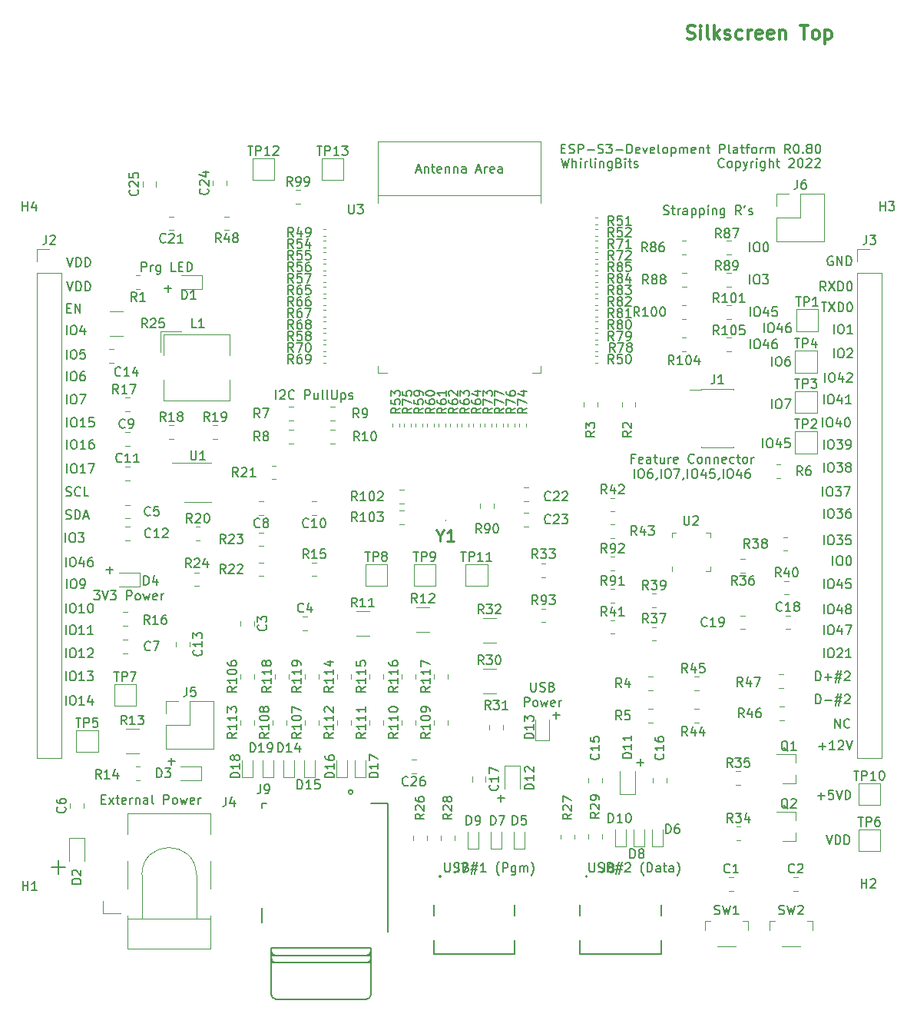
<source format=gbr>
%TF.GenerationSoftware,KiCad,Pcbnew,(5.1.12)-1*%
%TF.CreationDate,2022-03-11T14:49:08+01:00*%
%TF.ProjectId,ESP_S3-CP-24_Platform,4553505f-5333-42d4-9350-2d32345f506c,R0.8*%
%TF.SameCoordinates,Original*%
%TF.FileFunction,Legend,Top*%
%TF.FilePolarity,Positive*%
%FSLAX46Y46*%
G04 Gerber Fmt 4.6, Leading zero omitted, Abs format (unit mm)*
G04 Created by KiCad (PCBNEW (5.1.12)-1) date 2022-03-11 14:49:08*
%MOMM*%
%LPD*%
G01*
G04 APERTURE LIST*
%ADD10C,0.150000*%
%ADD11C,0.300000*%
%ADD12C,0.200000*%
%ADD13C,0.120000*%
%ADD14C,0.100000*%
%ADD15C,0.127000*%
%ADD16C,0.254000*%
G04 APERTURE END LIST*
D10*
X227179809Y-198842380D02*
X227179809Y-199651904D01*
X227227428Y-199747142D01*
X227275047Y-199794761D01*
X227370285Y-199842380D01*
X227560761Y-199842380D01*
X227656000Y-199794761D01*
X227703619Y-199747142D01*
X227751238Y-199651904D01*
X227751238Y-198842380D01*
X228179809Y-199794761D02*
X228322666Y-199842380D01*
X228560761Y-199842380D01*
X228656000Y-199794761D01*
X228703619Y-199747142D01*
X228751238Y-199651904D01*
X228751238Y-199556666D01*
X228703619Y-199461428D01*
X228656000Y-199413809D01*
X228560761Y-199366190D01*
X228370285Y-199318571D01*
X228275047Y-199270952D01*
X228227428Y-199223333D01*
X228179809Y-199128095D01*
X228179809Y-199032857D01*
X228227428Y-198937619D01*
X228275047Y-198890000D01*
X228370285Y-198842380D01*
X228608380Y-198842380D01*
X228751238Y-198890000D01*
X229513142Y-199318571D02*
X229656000Y-199366190D01*
X229703619Y-199413809D01*
X229751238Y-199509047D01*
X229751238Y-199651904D01*
X229703619Y-199747142D01*
X229656000Y-199794761D01*
X229560761Y-199842380D01*
X229179809Y-199842380D01*
X229179809Y-198842380D01*
X229513142Y-198842380D01*
X229608380Y-198890000D01*
X229656000Y-198937619D01*
X229703619Y-199032857D01*
X229703619Y-199128095D01*
X229656000Y-199223333D01*
X229608380Y-199270952D01*
X229513142Y-199318571D01*
X229179809Y-199318571D01*
X230132190Y-199175714D02*
X230846476Y-199175714D01*
X230417904Y-198747142D02*
X230132190Y-200032857D01*
X230751238Y-199604285D02*
X230036952Y-199604285D01*
X230465523Y-200032857D02*
X230751238Y-198747142D01*
X231132190Y-198937619D02*
X231179809Y-198890000D01*
X231275047Y-198842380D01*
X231513142Y-198842380D01*
X231608380Y-198890000D01*
X231656000Y-198937619D01*
X231703619Y-199032857D01*
X231703619Y-199128095D01*
X231656000Y-199270952D01*
X231084571Y-199842380D01*
X231703619Y-199842380D01*
X233179809Y-200223333D02*
X233132190Y-200175714D01*
X233036952Y-200032857D01*
X232989333Y-199937619D01*
X232941714Y-199794761D01*
X232894095Y-199556666D01*
X232894095Y-199366190D01*
X232941714Y-199128095D01*
X232989333Y-198985238D01*
X233036952Y-198890000D01*
X233132190Y-198747142D01*
X233179809Y-198699523D01*
X233560761Y-199842380D02*
X233560761Y-198842380D01*
X233798857Y-198842380D01*
X233941714Y-198890000D01*
X234036952Y-198985238D01*
X234084571Y-199080476D01*
X234132190Y-199270952D01*
X234132190Y-199413809D01*
X234084571Y-199604285D01*
X234036952Y-199699523D01*
X233941714Y-199794761D01*
X233798857Y-199842380D01*
X233560761Y-199842380D01*
X234989333Y-199842380D02*
X234989333Y-199318571D01*
X234941714Y-199223333D01*
X234846476Y-199175714D01*
X234656000Y-199175714D01*
X234560761Y-199223333D01*
X234989333Y-199794761D02*
X234894095Y-199842380D01*
X234656000Y-199842380D01*
X234560761Y-199794761D01*
X234513142Y-199699523D01*
X234513142Y-199604285D01*
X234560761Y-199509047D01*
X234656000Y-199461428D01*
X234894095Y-199461428D01*
X234989333Y-199413809D01*
X235322666Y-199175714D02*
X235703619Y-199175714D01*
X235465523Y-198842380D02*
X235465523Y-199699523D01*
X235513142Y-199794761D01*
X235608380Y-199842380D01*
X235703619Y-199842380D01*
X236465523Y-199842380D02*
X236465523Y-199318571D01*
X236417904Y-199223333D01*
X236322666Y-199175714D01*
X236132190Y-199175714D01*
X236036952Y-199223333D01*
X236465523Y-199794761D02*
X236370285Y-199842380D01*
X236132190Y-199842380D01*
X236036952Y-199794761D01*
X235989333Y-199699523D01*
X235989333Y-199604285D01*
X236036952Y-199509047D01*
X236132190Y-199461428D01*
X236370285Y-199461428D01*
X236465523Y-199413809D01*
X236846476Y-200223333D02*
X236894095Y-200175714D01*
X236989333Y-200032857D01*
X237036952Y-199937619D01*
X237084571Y-199794761D01*
X237132190Y-199556666D01*
X237132190Y-199366190D01*
X237084571Y-199128095D01*
X237036952Y-198985238D01*
X236989333Y-198890000D01*
X236894095Y-198747142D01*
X236846476Y-198699523D01*
X224091695Y-120172171D02*
X224425028Y-120172171D01*
X224567885Y-120695980D02*
X224091695Y-120695980D01*
X224091695Y-119695980D01*
X224567885Y-119695980D01*
X224948838Y-120648361D02*
X225091695Y-120695980D01*
X225329790Y-120695980D01*
X225425028Y-120648361D01*
X225472647Y-120600742D01*
X225520266Y-120505504D01*
X225520266Y-120410266D01*
X225472647Y-120315028D01*
X225425028Y-120267409D01*
X225329790Y-120219790D01*
X225139314Y-120172171D01*
X225044076Y-120124552D01*
X224996457Y-120076933D01*
X224948838Y-119981695D01*
X224948838Y-119886457D01*
X224996457Y-119791219D01*
X225044076Y-119743600D01*
X225139314Y-119695980D01*
X225377409Y-119695980D01*
X225520266Y-119743600D01*
X225948838Y-120695980D02*
X225948838Y-119695980D01*
X226329790Y-119695980D01*
X226425028Y-119743600D01*
X226472647Y-119791219D01*
X226520266Y-119886457D01*
X226520266Y-120029314D01*
X226472647Y-120124552D01*
X226425028Y-120172171D01*
X226329790Y-120219790D01*
X225948838Y-120219790D01*
X226948838Y-120315028D02*
X227710742Y-120315028D01*
X228139314Y-120648361D02*
X228282171Y-120695980D01*
X228520266Y-120695980D01*
X228615504Y-120648361D01*
X228663123Y-120600742D01*
X228710742Y-120505504D01*
X228710742Y-120410266D01*
X228663123Y-120315028D01*
X228615504Y-120267409D01*
X228520266Y-120219790D01*
X228329790Y-120172171D01*
X228234552Y-120124552D01*
X228186933Y-120076933D01*
X228139314Y-119981695D01*
X228139314Y-119886457D01*
X228186933Y-119791219D01*
X228234552Y-119743600D01*
X228329790Y-119695980D01*
X228567885Y-119695980D01*
X228710742Y-119743600D01*
X229044076Y-119695980D02*
X229663123Y-119695980D01*
X229329790Y-120076933D01*
X229472647Y-120076933D01*
X229567885Y-120124552D01*
X229615504Y-120172171D01*
X229663123Y-120267409D01*
X229663123Y-120505504D01*
X229615504Y-120600742D01*
X229567885Y-120648361D01*
X229472647Y-120695980D01*
X229186933Y-120695980D01*
X229091695Y-120648361D01*
X229044076Y-120600742D01*
X230091695Y-120315028D02*
X230853600Y-120315028D01*
X231329790Y-120695980D02*
X231329790Y-119695980D01*
X231567885Y-119695980D01*
X231710742Y-119743600D01*
X231805980Y-119838838D01*
X231853600Y-119934076D01*
X231901219Y-120124552D01*
X231901219Y-120267409D01*
X231853600Y-120457885D01*
X231805980Y-120553123D01*
X231710742Y-120648361D01*
X231567885Y-120695980D01*
X231329790Y-120695980D01*
X232710742Y-120648361D02*
X232615504Y-120695980D01*
X232425028Y-120695980D01*
X232329790Y-120648361D01*
X232282171Y-120553123D01*
X232282171Y-120172171D01*
X232329790Y-120076933D01*
X232425028Y-120029314D01*
X232615504Y-120029314D01*
X232710742Y-120076933D01*
X232758361Y-120172171D01*
X232758361Y-120267409D01*
X232282171Y-120362647D01*
X233091695Y-120029314D02*
X233329790Y-120695980D01*
X233567885Y-120029314D01*
X234329790Y-120648361D02*
X234234552Y-120695980D01*
X234044076Y-120695980D01*
X233948838Y-120648361D01*
X233901219Y-120553123D01*
X233901219Y-120172171D01*
X233948838Y-120076933D01*
X234044076Y-120029314D01*
X234234552Y-120029314D01*
X234329790Y-120076933D01*
X234377409Y-120172171D01*
X234377409Y-120267409D01*
X233901219Y-120362647D01*
X234948838Y-120695980D02*
X234853600Y-120648361D01*
X234805980Y-120553123D01*
X234805980Y-119695980D01*
X235472647Y-120695980D02*
X235377409Y-120648361D01*
X235329790Y-120600742D01*
X235282171Y-120505504D01*
X235282171Y-120219790D01*
X235329790Y-120124552D01*
X235377409Y-120076933D01*
X235472647Y-120029314D01*
X235615504Y-120029314D01*
X235710742Y-120076933D01*
X235758361Y-120124552D01*
X235805980Y-120219790D01*
X235805980Y-120505504D01*
X235758361Y-120600742D01*
X235710742Y-120648361D01*
X235615504Y-120695980D01*
X235472647Y-120695980D01*
X236234552Y-120029314D02*
X236234552Y-121029314D01*
X236234552Y-120076933D02*
X236329790Y-120029314D01*
X236520266Y-120029314D01*
X236615504Y-120076933D01*
X236663123Y-120124552D01*
X236710742Y-120219790D01*
X236710742Y-120505504D01*
X236663123Y-120600742D01*
X236615504Y-120648361D01*
X236520266Y-120695980D01*
X236329790Y-120695980D01*
X236234552Y-120648361D01*
X237139314Y-120695980D02*
X237139314Y-120029314D01*
X237139314Y-120124552D02*
X237186933Y-120076933D01*
X237282171Y-120029314D01*
X237425028Y-120029314D01*
X237520266Y-120076933D01*
X237567885Y-120172171D01*
X237567885Y-120695980D01*
X237567885Y-120172171D02*
X237615504Y-120076933D01*
X237710742Y-120029314D01*
X237853600Y-120029314D01*
X237948838Y-120076933D01*
X237996457Y-120172171D01*
X237996457Y-120695980D01*
X238853600Y-120648361D02*
X238758361Y-120695980D01*
X238567885Y-120695980D01*
X238472647Y-120648361D01*
X238425028Y-120553123D01*
X238425028Y-120172171D01*
X238472647Y-120076933D01*
X238567885Y-120029314D01*
X238758361Y-120029314D01*
X238853600Y-120076933D01*
X238901219Y-120172171D01*
X238901219Y-120267409D01*
X238425028Y-120362647D01*
X239329790Y-120029314D02*
X239329790Y-120695980D01*
X239329790Y-120124552D02*
X239377409Y-120076933D01*
X239472647Y-120029314D01*
X239615504Y-120029314D01*
X239710742Y-120076933D01*
X239758361Y-120172171D01*
X239758361Y-120695980D01*
X240091695Y-120029314D02*
X240472647Y-120029314D01*
X240234552Y-119695980D02*
X240234552Y-120553123D01*
X240282171Y-120648361D01*
X240377409Y-120695980D01*
X240472647Y-120695980D01*
X241567885Y-120695980D02*
X241567885Y-119695980D01*
X241948838Y-119695980D01*
X242044076Y-119743600D01*
X242091695Y-119791219D01*
X242139314Y-119886457D01*
X242139314Y-120029314D01*
X242091695Y-120124552D01*
X242044076Y-120172171D01*
X241948838Y-120219790D01*
X241567885Y-120219790D01*
X242710742Y-120695980D02*
X242615504Y-120648361D01*
X242567885Y-120553123D01*
X242567885Y-119695980D01*
X243520266Y-120695980D02*
X243520266Y-120172171D01*
X243472647Y-120076933D01*
X243377409Y-120029314D01*
X243186933Y-120029314D01*
X243091695Y-120076933D01*
X243520266Y-120648361D02*
X243425028Y-120695980D01*
X243186933Y-120695980D01*
X243091695Y-120648361D01*
X243044076Y-120553123D01*
X243044076Y-120457885D01*
X243091695Y-120362647D01*
X243186933Y-120315028D01*
X243425028Y-120315028D01*
X243520266Y-120267409D01*
X243853600Y-120029314D02*
X244234552Y-120029314D01*
X243996457Y-119695980D02*
X243996457Y-120553123D01*
X244044076Y-120648361D01*
X244139314Y-120695980D01*
X244234552Y-120695980D01*
X244425028Y-120029314D02*
X244805980Y-120029314D01*
X244567885Y-120695980D02*
X244567885Y-119838838D01*
X244615504Y-119743600D01*
X244710742Y-119695980D01*
X244805980Y-119695980D01*
X245282171Y-120695980D02*
X245186933Y-120648361D01*
X245139314Y-120600742D01*
X245091695Y-120505504D01*
X245091695Y-120219790D01*
X245139314Y-120124552D01*
X245186933Y-120076933D01*
X245282171Y-120029314D01*
X245425028Y-120029314D01*
X245520266Y-120076933D01*
X245567885Y-120124552D01*
X245615504Y-120219790D01*
X245615504Y-120505504D01*
X245567885Y-120600742D01*
X245520266Y-120648361D01*
X245425028Y-120695980D01*
X245282171Y-120695980D01*
X246044076Y-120695980D02*
X246044076Y-120029314D01*
X246044076Y-120219790D02*
X246091695Y-120124552D01*
X246139314Y-120076933D01*
X246234552Y-120029314D01*
X246329790Y-120029314D01*
X246663123Y-120695980D02*
X246663123Y-120029314D01*
X246663123Y-120124552D02*
X246710742Y-120076933D01*
X246805980Y-120029314D01*
X246948838Y-120029314D01*
X247044076Y-120076933D01*
X247091695Y-120172171D01*
X247091695Y-120695980D01*
X247091695Y-120172171D02*
X247139314Y-120076933D01*
X247234552Y-120029314D01*
X247377409Y-120029314D01*
X247472647Y-120076933D01*
X247520266Y-120172171D01*
X247520266Y-120695980D01*
X249329790Y-120695980D02*
X248996457Y-120219790D01*
X248758361Y-120695980D02*
X248758361Y-119695980D01*
X249139314Y-119695980D01*
X249234552Y-119743600D01*
X249282171Y-119791219D01*
X249329790Y-119886457D01*
X249329790Y-120029314D01*
X249282171Y-120124552D01*
X249234552Y-120172171D01*
X249139314Y-120219790D01*
X248758361Y-120219790D01*
X249948838Y-119695980D02*
X250044076Y-119695980D01*
X250139314Y-119743600D01*
X250186933Y-119791219D01*
X250234552Y-119886457D01*
X250282171Y-120076933D01*
X250282171Y-120315028D01*
X250234552Y-120505504D01*
X250186933Y-120600742D01*
X250139314Y-120648361D01*
X250044076Y-120695980D01*
X249948838Y-120695980D01*
X249853600Y-120648361D01*
X249805980Y-120600742D01*
X249758361Y-120505504D01*
X249710742Y-120315028D01*
X249710742Y-120076933D01*
X249758361Y-119886457D01*
X249805980Y-119791219D01*
X249853600Y-119743600D01*
X249948838Y-119695980D01*
X250710742Y-120600742D02*
X250758361Y-120648361D01*
X250710742Y-120695980D01*
X250663123Y-120648361D01*
X250710742Y-120600742D01*
X250710742Y-120695980D01*
X251329790Y-120124552D02*
X251234552Y-120076933D01*
X251186933Y-120029314D01*
X251139314Y-119934076D01*
X251139314Y-119886457D01*
X251186933Y-119791219D01*
X251234552Y-119743600D01*
X251329790Y-119695980D01*
X251520266Y-119695980D01*
X251615504Y-119743600D01*
X251663123Y-119791219D01*
X251710742Y-119886457D01*
X251710742Y-119934076D01*
X251663123Y-120029314D01*
X251615504Y-120076933D01*
X251520266Y-120124552D01*
X251329790Y-120124552D01*
X251234552Y-120172171D01*
X251186933Y-120219790D01*
X251139314Y-120315028D01*
X251139314Y-120505504D01*
X251186933Y-120600742D01*
X251234552Y-120648361D01*
X251329790Y-120695980D01*
X251520266Y-120695980D01*
X251615504Y-120648361D01*
X251663123Y-120600742D01*
X251710742Y-120505504D01*
X251710742Y-120315028D01*
X251663123Y-120219790D01*
X251615504Y-120172171D01*
X251520266Y-120124552D01*
X252329790Y-119695980D02*
X252425028Y-119695980D01*
X252520266Y-119743600D01*
X252567885Y-119791219D01*
X252615504Y-119886457D01*
X252663123Y-120076933D01*
X252663123Y-120315028D01*
X252615504Y-120505504D01*
X252567885Y-120600742D01*
X252520266Y-120648361D01*
X252425028Y-120695980D01*
X252329790Y-120695980D01*
X252234552Y-120648361D01*
X252186933Y-120600742D01*
X252139314Y-120505504D01*
X252091695Y-120315028D01*
X252091695Y-120076933D01*
X252139314Y-119886457D01*
X252186933Y-119791219D01*
X252234552Y-119743600D01*
X252329790Y-119695980D01*
X173926547Y-166568428D02*
X174688452Y-166568428D01*
X174307500Y-166949380D02*
X174307500Y-166187476D01*
D11*
X237963714Y-108049142D02*
X238178000Y-108120571D01*
X238535142Y-108120571D01*
X238678000Y-108049142D01*
X238749428Y-107977714D01*
X238820857Y-107834857D01*
X238820857Y-107692000D01*
X238749428Y-107549142D01*
X238678000Y-107477714D01*
X238535142Y-107406285D01*
X238249428Y-107334857D01*
X238106571Y-107263428D01*
X238035142Y-107192000D01*
X237963714Y-107049142D01*
X237963714Y-106906285D01*
X238035142Y-106763428D01*
X238106571Y-106692000D01*
X238249428Y-106620571D01*
X238606571Y-106620571D01*
X238820857Y-106692000D01*
X239463714Y-108120571D02*
X239463714Y-107120571D01*
X239463714Y-106620571D02*
X239392285Y-106692000D01*
X239463714Y-106763428D01*
X239535142Y-106692000D01*
X239463714Y-106620571D01*
X239463714Y-106763428D01*
X240392285Y-108120571D02*
X240249428Y-108049142D01*
X240178000Y-107906285D01*
X240178000Y-106620571D01*
X240963714Y-108120571D02*
X240963714Y-106620571D01*
X241106571Y-107549142D02*
X241535142Y-108120571D01*
X241535142Y-107120571D02*
X240963714Y-107692000D01*
X242106571Y-108049142D02*
X242249428Y-108120571D01*
X242535142Y-108120571D01*
X242678000Y-108049142D01*
X242749428Y-107906285D01*
X242749428Y-107834857D01*
X242678000Y-107692000D01*
X242535142Y-107620571D01*
X242320857Y-107620571D01*
X242178000Y-107549142D01*
X242106571Y-107406285D01*
X242106571Y-107334857D01*
X242178000Y-107192000D01*
X242320857Y-107120571D01*
X242535142Y-107120571D01*
X242678000Y-107192000D01*
X244035142Y-108049142D02*
X243892285Y-108120571D01*
X243606571Y-108120571D01*
X243463714Y-108049142D01*
X243392285Y-107977714D01*
X243320857Y-107834857D01*
X243320857Y-107406285D01*
X243392285Y-107263428D01*
X243463714Y-107192000D01*
X243606571Y-107120571D01*
X243892285Y-107120571D01*
X244035142Y-107192000D01*
X244678000Y-108120571D02*
X244678000Y-107120571D01*
X244678000Y-107406285D02*
X244749428Y-107263428D01*
X244820857Y-107192000D01*
X244963714Y-107120571D01*
X245106571Y-107120571D01*
X246178000Y-108049142D02*
X246035142Y-108120571D01*
X245749428Y-108120571D01*
X245606571Y-108049142D01*
X245535142Y-107906285D01*
X245535142Y-107334857D01*
X245606571Y-107192000D01*
X245749428Y-107120571D01*
X246035142Y-107120571D01*
X246178000Y-107192000D01*
X246249428Y-107334857D01*
X246249428Y-107477714D01*
X245535142Y-107620571D01*
X247463714Y-108049142D02*
X247320857Y-108120571D01*
X247035142Y-108120571D01*
X246892285Y-108049142D01*
X246820857Y-107906285D01*
X246820857Y-107334857D01*
X246892285Y-107192000D01*
X247035142Y-107120571D01*
X247320857Y-107120571D01*
X247463714Y-107192000D01*
X247535142Y-107334857D01*
X247535142Y-107477714D01*
X246820857Y-107620571D01*
X248178000Y-107120571D02*
X248178000Y-108120571D01*
X248178000Y-107263428D02*
X248249428Y-107192000D01*
X248392285Y-107120571D01*
X248606571Y-107120571D01*
X248749428Y-107192000D01*
X248820857Y-107334857D01*
X248820857Y-108120571D01*
X250463714Y-106620571D02*
X251320857Y-106620571D01*
X250892285Y-108120571D02*
X250892285Y-106620571D01*
X252035142Y-108120571D02*
X251892285Y-108049142D01*
X251820857Y-107977714D01*
X251749428Y-107834857D01*
X251749428Y-107406285D01*
X251820857Y-107263428D01*
X251892285Y-107192000D01*
X252035142Y-107120571D01*
X252249428Y-107120571D01*
X252392285Y-107192000D01*
X252463714Y-107263428D01*
X252535142Y-107406285D01*
X252535142Y-107834857D01*
X252463714Y-107977714D01*
X252392285Y-108049142D01*
X252249428Y-108120571D01*
X252035142Y-108120571D01*
X253178000Y-107120571D02*
X253178000Y-108620571D01*
X253178000Y-107192000D02*
X253320857Y-107120571D01*
X253606571Y-107120571D01*
X253749428Y-107192000D01*
X253820857Y-107263428D01*
X253892285Y-107406285D01*
X253892285Y-107834857D01*
X253820857Y-107977714D01*
X253749428Y-108049142D01*
X253606571Y-108120571D01*
X253320857Y-108120571D01*
X253178000Y-108049142D01*
D10*
X253031809Y-148280380D02*
X253031809Y-147280380D01*
X253698476Y-147280380D02*
X253888952Y-147280380D01*
X253984190Y-147328000D01*
X254079428Y-147423238D01*
X254127047Y-147613714D01*
X254127047Y-147947047D01*
X254079428Y-148137523D01*
X253984190Y-148232761D01*
X253888952Y-148280380D01*
X253698476Y-148280380D01*
X253603238Y-148232761D01*
X253508000Y-148137523D01*
X253460380Y-147947047D01*
X253460380Y-147613714D01*
X253508000Y-147423238D01*
X253603238Y-147328000D01*
X253698476Y-147280380D01*
X254984190Y-147613714D02*
X254984190Y-148280380D01*
X254746095Y-147232761D02*
X254508000Y-147947047D01*
X255127047Y-147947047D01*
X256031809Y-148280380D02*
X255460380Y-148280380D01*
X255746095Y-148280380D02*
X255746095Y-147280380D01*
X255650857Y-147423238D01*
X255555619Y-147518476D01*
X255460380Y-147566095D01*
X252904809Y-150820380D02*
X252904809Y-149820380D01*
X253571476Y-149820380D02*
X253761952Y-149820380D01*
X253857190Y-149868000D01*
X253952428Y-149963238D01*
X254000047Y-150153714D01*
X254000047Y-150487047D01*
X253952428Y-150677523D01*
X253857190Y-150772761D01*
X253761952Y-150820380D01*
X253571476Y-150820380D01*
X253476238Y-150772761D01*
X253381000Y-150677523D01*
X253333380Y-150487047D01*
X253333380Y-150153714D01*
X253381000Y-149963238D01*
X253476238Y-149868000D01*
X253571476Y-149820380D01*
X254857190Y-150153714D02*
X254857190Y-150820380D01*
X254619095Y-149772761D02*
X254381000Y-150487047D01*
X255000047Y-150487047D01*
X255571476Y-149820380D02*
X255666714Y-149820380D01*
X255761952Y-149868000D01*
X255809571Y-149915619D01*
X255857190Y-150010857D01*
X255904809Y-150201333D01*
X255904809Y-150439428D01*
X255857190Y-150629904D01*
X255809571Y-150725142D01*
X255761952Y-150772761D01*
X255666714Y-150820380D01*
X255571476Y-150820380D01*
X255476238Y-150772761D01*
X255428619Y-150725142D01*
X255381000Y-150629904D01*
X255333380Y-150439428D01*
X255333380Y-150201333D01*
X255381000Y-150010857D01*
X255428619Y-149915619D01*
X255476238Y-149868000D01*
X255571476Y-149820380D01*
X253031809Y-153233380D02*
X253031809Y-152233380D01*
X253698476Y-152233380D02*
X253888952Y-152233380D01*
X253984190Y-152281000D01*
X254079428Y-152376238D01*
X254127047Y-152566714D01*
X254127047Y-152900047D01*
X254079428Y-153090523D01*
X253984190Y-153185761D01*
X253888952Y-153233380D01*
X253698476Y-153233380D01*
X253603238Y-153185761D01*
X253508000Y-153090523D01*
X253460380Y-152900047D01*
X253460380Y-152566714D01*
X253508000Y-152376238D01*
X253603238Y-152281000D01*
X253698476Y-152233380D01*
X254460380Y-152233380D02*
X255079428Y-152233380D01*
X254746095Y-152614333D01*
X254888952Y-152614333D01*
X254984190Y-152661952D01*
X255031809Y-152709571D01*
X255079428Y-152804809D01*
X255079428Y-153042904D01*
X255031809Y-153138142D01*
X254984190Y-153185761D01*
X254888952Y-153233380D01*
X254603238Y-153233380D01*
X254508000Y-153185761D01*
X254460380Y-153138142D01*
X255555619Y-153233380D02*
X255746095Y-153233380D01*
X255841333Y-153185761D01*
X255888952Y-153138142D01*
X255984190Y-152995285D01*
X256031809Y-152804809D01*
X256031809Y-152423857D01*
X255984190Y-152328619D01*
X255936571Y-152281000D01*
X255841333Y-152233380D01*
X255650857Y-152233380D01*
X255555619Y-152281000D01*
X255508000Y-152328619D01*
X255460380Y-152423857D01*
X255460380Y-152661952D01*
X255508000Y-152757190D01*
X255555619Y-152804809D01*
X255650857Y-152852428D01*
X255841333Y-152852428D01*
X255936571Y-152804809D01*
X255984190Y-152757190D01*
X256031809Y-152661952D01*
X253031809Y-155773380D02*
X253031809Y-154773380D01*
X253698476Y-154773380D02*
X253888952Y-154773380D01*
X253984190Y-154821000D01*
X254079428Y-154916238D01*
X254127047Y-155106714D01*
X254127047Y-155440047D01*
X254079428Y-155630523D01*
X253984190Y-155725761D01*
X253888952Y-155773380D01*
X253698476Y-155773380D01*
X253603238Y-155725761D01*
X253508000Y-155630523D01*
X253460380Y-155440047D01*
X253460380Y-155106714D01*
X253508000Y-154916238D01*
X253603238Y-154821000D01*
X253698476Y-154773380D01*
X254460380Y-154773380D02*
X255079428Y-154773380D01*
X254746095Y-155154333D01*
X254888952Y-155154333D01*
X254984190Y-155201952D01*
X255031809Y-155249571D01*
X255079428Y-155344809D01*
X255079428Y-155582904D01*
X255031809Y-155678142D01*
X254984190Y-155725761D01*
X254888952Y-155773380D01*
X254603238Y-155773380D01*
X254508000Y-155725761D01*
X254460380Y-155678142D01*
X255650857Y-155201952D02*
X255555619Y-155154333D01*
X255508000Y-155106714D01*
X255460380Y-155011476D01*
X255460380Y-154963857D01*
X255508000Y-154868619D01*
X255555619Y-154821000D01*
X255650857Y-154773380D01*
X255841333Y-154773380D01*
X255936571Y-154821000D01*
X255984190Y-154868619D01*
X256031809Y-154963857D01*
X256031809Y-155011476D01*
X255984190Y-155106714D01*
X255936571Y-155154333D01*
X255841333Y-155201952D01*
X255650857Y-155201952D01*
X255555619Y-155249571D01*
X255508000Y-155297190D01*
X255460380Y-155392428D01*
X255460380Y-155582904D01*
X255508000Y-155678142D01*
X255555619Y-155725761D01*
X255650857Y-155773380D01*
X255841333Y-155773380D01*
X255936571Y-155725761D01*
X255984190Y-155678142D01*
X256031809Y-155582904D01*
X256031809Y-155392428D01*
X255984190Y-155297190D01*
X255936571Y-155249571D01*
X255841333Y-155201952D01*
X252904809Y-158440380D02*
X252904809Y-157440380D01*
X253571476Y-157440380D02*
X253761952Y-157440380D01*
X253857190Y-157488000D01*
X253952428Y-157583238D01*
X254000047Y-157773714D01*
X254000047Y-158107047D01*
X253952428Y-158297523D01*
X253857190Y-158392761D01*
X253761952Y-158440380D01*
X253571476Y-158440380D01*
X253476238Y-158392761D01*
X253381000Y-158297523D01*
X253333380Y-158107047D01*
X253333380Y-157773714D01*
X253381000Y-157583238D01*
X253476238Y-157488000D01*
X253571476Y-157440380D01*
X254333380Y-157440380D02*
X254952428Y-157440380D01*
X254619095Y-157821333D01*
X254761952Y-157821333D01*
X254857190Y-157868952D01*
X254904809Y-157916571D01*
X254952428Y-158011809D01*
X254952428Y-158249904D01*
X254904809Y-158345142D01*
X254857190Y-158392761D01*
X254761952Y-158440380D01*
X254476238Y-158440380D01*
X254381000Y-158392761D01*
X254333380Y-158345142D01*
X255285761Y-157440380D02*
X255952428Y-157440380D01*
X255523857Y-158440380D01*
X253031809Y-160853380D02*
X253031809Y-159853380D01*
X253698476Y-159853380D02*
X253888952Y-159853380D01*
X253984190Y-159901000D01*
X254079428Y-159996238D01*
X254127047Y-160186714D01*
X254127047Y-160520047D01*
X254079428Y-160710523D01*
X253984190Y-160805761D01*
X253888952Y-160853380D01*
X253698476Y-160853380D01*
X253603238Y-160805761D01*
X253508000Y-160710523D01*
X253460380Y-160520047D01*
X253460380Y-160186714D01*
X253508000Y-159996238D01*
X253603238Y-159901000D01*
X253698476Y-159853380D01*
X254460380Y-159853380D02*
X255079428Y-159853380D01*
X254746095Y-160234333D01*
X254888952Y-160234333D01*
X254984190Y-160281952D01*
X255031809Y-160329571D01*
X255079428Y-160424809D01*
X255079428Y-160662904D01*
X255031809Y-160758142D01*
X254984190Y-160805761D01*
X254888952Y-160853380D01*
X254603238Y-160853380D01*
X254508000Y-160805761D01*
X254460380Y-160758142D01*
X255936571Y-159853380D02*
X255746095Y-159853380D01*
X255650857Y-159901000D01*
X255603238Y-159948619D01*
X255508000Y-160091476D01*
X255460380Y-160281952D01*
X255460380Y-160662904D01*
X255508000Y-160758142D01*
X255555619Y-160805761D01*
X255650857Y-160853380D01*
X255841333Y-160853380D01*
X255936571Y-160805761D01*
X255984190Y-160758142D01*
X256031809Y-160662904D01*
X256031809Y-160424809D01*
X255984190Y-160329571D01*
X255936571Y-160281952D01*
X255841333Y-160234333D01*
X255650857Y-160234333D01*
X255555619Y-160281952D01*
X255508000Y-160329571D01*
X255460380Y-160424809D01*
X254016000Y-166060380D02*
X254016000Y-165060380D01*
X254682666Y-165060380D02*
X254873142Y-165060380D01*
X254968380Y-165108000D01*
X255063619Y-165203238D01*
X255111238Y-165393714D01*
X255111238Y-165727047D01*
X255063619Y-165917523D01*
X254968380Y-166012761D01*
X254873142Y-166060380D01*
X254682666Y-166060380D01*
X254587428Y-166012761D01*
X254492190Y-165917523D01*
X254444571Y-165727047D01*
X254444571Y-165393714D01*
X254492190Y-165203238D01*
X254587428Y-165108000D01*
X254682666Y-165060380D01*
X255730285Y-165060380D02*
X255825523Y-165060380D01*
X255920761Y-165108000D01*
X255968380Y-165155619D01*
X256016000Y-165250857D01*
X256063619Y-165441333D01*
X256063619Y-165679428D01*
X256016000Y-165869904D01*
X255968380Y-165965142D01*
X255920761Y-166012761D01*
X255825523Y-166060380D01*
X255730285Y-166060380D01*
X255635047Y-166012761D01*
X255587428Y-165965142D01*
X255539809Y-165869904D01*
X255492190Y-165679428D01*
X255492190Y-165441333D01*
X255539809Y-165250857D01*
X255587428Y-165155619D01*
X255635047Y-165108000D01*
X255730285Y-165060380D01*
X253031809Y-163774380D02*
X253031809Y-162774380D01*
X253698476Y-162774380D02*
X253888952Y-162774380D01*
X253984190Y-162822000D01*
X254079428Y-162917238D01*
X254127047Y-163107714D01*
X254127047Y-163441047D01*
X254079428Y-163631523D01*
X253984190Y-163726761D01*
X253888952Y-163774380D01*
X253698476Y-163774380D01*
X253603238Y-163726761D01*
X253508000Y-163631523D01*
X253460380Y-163441047D01*
X253460380Y-163107714D01*
X253508000Y-162917238D01*
X253603238Y-162822000D01*
X253698476Y-162774380D01*
X254460380Y-162774380D02*
X255079428Y-162774380D01*
X254746095Y-163155333D01*
X254888952Y-163155333D01*
X254984190Y-163202952D01*
X255031809Y-163250571D01*
X255079428Y-163345809D01*
X255079428Y-163583904D01*
X255031809Y-163679142D01*
X254984190Y-163726761D01*
X254888952Y-163774380D01*
X254603238Y-163774380D01*
X254508000Y-163726761D01*
X254460380Y-163679142D01*
X255984190Y-162774380D02*
X255508000Y-162774380D01*
X255460380Y-163250571D01*
X255508000Y-163202952D01*
X255603238Y-163155333D01*
X255841333Y-163155333D01*
X255936571Y-163202952D01*
X255984190Y-163250571D01*
X256031809Y-163345809D01*
X256031809Y-163583904D01*
X255984190Y-163679142D01*
X255936571Y-163726761D01*
X255841333Y-163774380D01*
X255603238Y-163774380D01*
X255508000Y-163726761D01*
X255460380Y-163679142D01*
X253031809Y-168600380D02*
X253031809Y-167600380D01*
X253698476Y-167600380D02*
X253888952Y-167600380D01*
X253984190Y-167648000D01*
X254079428Y-167743238D01*
X254127047Y-167933714D01*
X254127047Y-168267047D01*
X254079428Y-168457523D01*
X253984190Y-168552761D01*
X253888952Y-168600380D01*
X253698476Y-168600380D01*
X253603238Y-168552761D01*
X253508000Y-168457523D01*
X253460380Y-168267047D01*
X253460380Y-167933714D01*
X253508000Y-167743238D01*
X253603238Y-167648000D01*
X253698476Y-167600380D01*
X254984190Y-167933714D02*
X254984190Y-168600380D01*
X254746095Y-167552761D02*
X254508000Y-168267047D01*
X255127047Y-168267047D01*
X255984190Y-167600380D02*
X255508000Y-167600380D01*
X255460380Y-168076571D01*
X255508000Y-168028952D01*
X255603238Y-167981333D01*
X255841333Y-167981333D01*
X255936571Y-168028952D01*
X255984190Y-168076571D01*
X256031809Y-168171809D01*
X256031809Y-168409904D01*
X255984190Y-168505142D01*
X255936571Y-168552761D01*
X255841333Y-168600380D01*
X255603238Y-168600380D01*
X255508000Y-168552761D01*
X255460380Y-168505142D01*
X253031809Y-171394380D02*
X253031809Y-170394380D01*
X253698476Y-170394380D02*
X253888952Y-170394380D01*
X253984190Y-170442000D01*
X254079428Y-170537238D01*
X254127047Y-170727714D01*
X254127047Y-171061047D01*
X254079428Y-171251523D01*
X253984190Y-171346761D01*
X253888952Y-171394380D01*
X253698476Y-171394380D01*
X253603238Y-171346761D01*
X253508000Y-171251523D01*
X253460380Y-171061047D01*
X253460380Y-170727714D01*
X253508000Y-170537238D01*
X253603238Y-170442000D01*
X253698476Y-170394380D01*
X254984190Y-170727714D02*
X254984190Y-171394380D01*
X254746095Y-170346761D02*
X254508000Y-171061047D01*
X255127047Y-171061047D01*
X255650857Y-170822952D02*
X255555619Y-170775333D01*
X255508000Y-170727714D01*
X255460380Y-170632476D01*
X255460380Y-170584857D01*
X255508000Y-170489619D01*
X255555619Y-170442000D01*
X255650857Y-170394380D01*
X255841333Y-170394380D01*
X255936571Y-170442000D01*
X255984190Y-170489619D01*
X256031809Y-170584857D01*
X256031809Y-170632476D01*
X255984190Y-170727714D01*
X255936571Y-170775333D01*
X255841333Y-170822952D01*
X255650857Y-170822952D01*
X255555619Y-170870571D01*
X255508000Y-170918190D01*
X255460380Y-171013428D01*
X255460380Y-171203904D01*
X255508000Y-171299142D01*
X255555619Y-171346761D01*
X255650857Y-171394380D01*
X255841333Y-171394380D01*
X255936571Y-171346761D01*
X255984190Y-171299142D01*
X256031809Y-171203904D01*
X256031809Y-171013428D01*
X255984190Y-170918190D01*
X255936571Y-170870571D01*
X255841333Y-170822952D01*
X253031809Y-173680380D02*
X253031809Y-172680380D01*
X253698476Y-172680380D02*
X253888952Y-172680380D01*
X253984190Y-172728000D01*
X254079428Y-172823238D01*
X254127047Y-173013714D01*
X254127047Y-173347047D01*
X254079428Y-173537523D01*
X253984190Y-173632761D01*
X253888952Y-173680380D01*
X253698476Y-173680380D01*
X253603238Y-173632761D01*
X253508000Y-173537523D01*
X253460380Y-173347047D01*
X253460380Y-173013714D01*
X253508000Y-172823238D01*
X253603238Y-172728000D01*
X253698476Y-172680380D01*
X254984190Y-173013714D02*
X254984190Y-173680380D01*
X254746095Y-172632761D02*
X254508000Y-173347047D01*
X255127047Y-173347047D01*
X255412761Y-172680380D02*
X256079428Y-172680380D01*
X255650857Y-173680380D01*
X169561000Y-148280380D02*
X169561000Y-147280380D01*
X170227666Y-147280380D02*
X170418142Y-147280380D01*
X170513380Y-147328000D01*
X170608619Y-147423238D01*
X170656238Y-147613714D01*
X170656238Y-147947047D01*
X170608619Y-148137523D01*
X170513380Y-148232761D01*
X170418142Y-148280380D01*
X170227666Y-148280380D01*
X170132428Y-148232761D01*
X170037190Y-148137523D01*
X169989571Y-147947047D01*
X169989571Y-147613714D01*
X170037190Y-147423238D01*
X170132428Y-147328000D01*
X170227666Y-147280380D01*
X170989571Y-147280380D02*
X171656238Y-147280380D01*
X171227666Y-148280380D01*
X254000095Y-132088000D02*
X253904857Y-132040380D01*
X253762000Y-132040380D01*
X253619142Y-132088000D01*
X253523904Y-132183238D01*
X253476285Y-132278476D01*
X253428666Y-132468952D01*
X253428666Y-132611809D01*
X253476285Y-132802285D01*
X253523904Y-132897523D01*
X253619142Y-132992761D01*
X253762000Y-133040380D01*
X253857238Y-133040380D01*
X254000095Y-132992761D01*
X254047714Y-132945142D01*
X254047714Y-132611809D01*
X253857238Y-132611809D01*
X254476285Y-133040380D02*
X254476285Y-132040380D01*
X255047714Y-133040380D01*
X255047714Y-132040380D01*
X255523904Y-133040380D02*
X255523904Y-132040380D01*
X255762000Y-132040380D01*
X255904857Y-132088000D01*
X256000095Y-132183238D01*
X256047714Y-132278476D01*
X256095333Y-132468952D01*
X256095333Y-132611809D01*
X256047714Y-132802285D01*
X256000095Y-132897523D01*
X255904857Y-132992761D01*
X255762000Y-133040380D01*
X255523904Y-133040380D01*
X169568904Y-137723571D02*
X169902238Y-137723571D01*
X170045095Y-138247380D02*
X169568904Y-138247380D01*
X169568904Y-137247380D01*
X170045095Y-137247380D01*
X170473666Y-138247380D02*
X170473666Y-137247380D01*
X171045095Y-138247380D01*
X171045095Y-137247380D01*
X169561000Y-140660380D02*
X169561000Y-139660380D01*
X170227666Y-139660380D02*
X170418142Y-139660380D01*
X170513380Y-139708000D01*
X170608619Y-139803238D01*
X170656238Y-139993714D01*
X170656238Y-140327047D01*
X170608619Y-140517523D01*
X170513380Y-140612761D01*
X170418142Y-140660380D01*
X170227666Y-140660380D01*
X170132428Y-140612761D01*
X170037190Y-140517523D01*
X169989571Y-140327047D01*
X169989571Y-139993714D01*
X170037190Y-139803238D01*
X170132428Y-139708000D01*
X170227666Y-139660380D01*
X171513380Y-139993714D02*
X171513380Y-140660380D01*
X171275285Y-139612761D02*
X171037190Y-140327047D01*
X171656238Y-140327047D01*
X169561000Y-143327380D02*
X169561000Y-142327380D01*
X170227666Y-142327380D02*
X170418142Y-142327380D01*
X170513380Y-142375000D01*
X170608619Y-142470238D01*
X170656238Y-142660714D01*
X170656238Y-142994047D01*
X170608619Y-143184523D01*
X170513380Y-143279761D01*
X170418142Y-143327380D01*
X170227666Y-143327380D01*
X170132428Y-143279761D01*
X170037190Y-143184523D01*
X169989571Y-142994047D01*
X169989571Y-142660714D01*
X170037190Y-142470238D01*
X170132428Y-142375000D01*
X170227666Y-142327380D01*
X171561000Y-142327380D02*
X171084809Y-142327380D01*
X171037190Y-142803571D01*
X171084809Y-142755952D01*
X171180047Y-142708333D01*
X171418142Y-142708333D01*
X171513380Y-142755952D01*
X171561000Y-142803571D01*
X171608619Y-142898809D01*
X171608619Y-143136904D01*
X171561000Y-143232142D01*
X171513380Y-143279761D01*
X171418142Y-143327380D01*
X171180047Y-143327380D01*
X171084809Y-143279761D01*
X171037190Y-143232142D01*
X169561000Y-145740380D02*
X169561000Y-144740380D01*
X170227666Y-144740380D02*
X170418142Y-144740380D01*
X170513380Y-144788000D01*
X170608619Y-144883238D01*
X170656238Y-145073714D01*
X170656238Y-145407047D01*
X170608619Y-145597523D01*
X170513380Y-145692761D01*
X170418142Y-145740380D01*
X170227666Y-145740380D01*
X170132428Y-145692761D01*
X170037190Y-145597523D01*
X169989571Y-145407047D01*
X169989571Y-145073714D01*
X170037190Y-144883238D01*
X170132428Y-144788000D01*
X170227666Y-144740380D01*
X171513380Y-144740380D02*
X171322904Y-144740380D01*
X171227666Y-144788000D01*
X171180047Y-144835619D01*
X171084809Y-144978476D01*
X171037190Y-145168952D01*
X171037190Y-145549904D01*
X171084809Y-145645142D01*
X171132428Y-145692761D01*
X171227666Y-145740380D01*
X171418142Y-145740380D01*
X171513380Y-145692761D01*
X171561000Y-145645142D01*
X171608619Y-145549904D01*
X171608619Y-145311809D01*
X171561000Y-145216571D01*
X171513380Y-145168952D01*
X171418142Y-145121333D01*
X171227666Y-145121333D01*
X171132428Y-145168952D01*
X171084809Y-145216571D01*
X171037190Y-145311809D01*
X169592809Y-150820380D02*
X169592809Y-149820380D01*
X170259476Y-149820380D02*
X170449952Y-149820380D01*
X170545190Y-149868000D01*
X170640428Y-149963238D01*
X170688047Y-150153714D01*
X170688047Y-150487047D01*
X170640428Y-150677523D01*
X170545190Y-150772761D01*
X170449952Y-150820380D01*
X170259476Y-150820380D01*
X170164238Y-150772761D01*
X170069000Y-150677523D01*
X170021380Y-150487047D01*
X170021380Y-150153714D01*
X170069000Y-149963238D01*
X170164238Y-149868000D01*
X170259476Y-149820380D01*
X171640428Y-150820380D02*
X171069000Y-150820380D01*
X171354714Y-150820380D02*
X171354714Y-149820380D01*
X171259476Y-149963238D01*
X171164238Y-150058476D01*
X171069000Y-150106095D01*
X172545190Y-149820380D02*
X172069000Y-149820380D01*
X172021380Y-150296571D01*
X172069000Y-150248952D01*
X172164238Y-150201333D01*
X172402333Y-150201333D01*
X172497571Y-150248952D01*
X172545190Y-150296571D01*
X172592809Y-150391809D01*
X172592809Y-150629904D01*
X172545190Y-150725142D01*
X172497571Y-150772761D01*
X172402333Y-150820380D01*
X172164238Y-150820380D01*
X172069000Y-150772761D01*
X172021380Y-150725142D01*
X169592809Y-153233380D02*
X169592809Y-152233380D01*
X170259476Y-152233380D02*
X170449952Y-152233380D01*
X170545190Y-152281000D01*
X170640428Y-152376238D01*
X170688047Y-152566714D01*
X170688047Y-152900047D01*
X170640428Y-153090523D01*
X170545190Y-153185761D01*
X170449952Y-153233380D01*
X170259476Y-153233380D01*
X170164238Y-153185761D01*
X170069000Y-153090523D01*
X170021380Y-152900047D01*
X170021380Y-152566714D01*
X170069000Y-152376238D01*
X170164238Y-152281000D01*
X170259476Y-152233380D01*
X171640428Y-153233380D02*
X171069000Y-153233380D01*
X171354714Y-153233380D02*
X171354714Y-152233380D01*
X171259476Y-152376238D01*
X171164238Y-152471476D01*
X171069000Y-152519095D01*
X172497571Y-152233380D02*
X172307095Y-152233380D01*
X172211857Y-152281000D01*
X172164238Y-152328619D01*
X172069000Y-152471476D01*
X172021380Y-152661952D01*
X172021380Y-153042904D01*
X172069000Y-153138142D01*
X172116619Y-153185761D01*
X172211857Y-153233380D01*
X172402333Y-153233380D01*
X172497571Y-153185761D01*
X172545190Y-153138142D01*
X172592809Y-153042904D01*
X172592809Y-152804809D01*
X172545190Y-152709571D01*
X172497571Y-152661952D01*
X172402333Y-152614333D01*
X172211857Y-152614333D01*
X172116619Y-152661952D01*
X172069000Y-152709571D01*
X172021380Y-152804809D01*
X169592809Y-155900380D02*
X169592809Y-154900380D01*
X170259476Y-154900380D02*
X170449952Y-154900380D01*
X170545190Y-154948000D01*
X170640428Y-155043238D01*
X170688047Y-155233714D01*
X170688047Y-155567047D01*
X170640428Y-155757523D01*
X170545190Y-155852761D01*
X170449952Y-155900380D01*
X170259476Y-155900380D01*
X170164238Y-155852761D01*
X170069000Y-155757523D01*
X170021380Y-155567047D01*
X170021380Y-155233714D01*
X170069000Y-155043238D01*
X170164238Y-154948000D01*
X170259476Y-154900380D01*
X171640428Y-155900380D02*
X171069000Y-155900380D01*
X171354714Y-155900380D02*
X171354714Y-154900380D01*
X171259476Y-155043238D01*
X171164238Y-155138476D01*
X171069000Y-155186095D01*
X171973761Y-154900380D02*
X172640428Y-154900380D01*
X172211857Y-155900380D01*
X169608666Y-134834380D02*
X169942000Y-135834380D01*
X170275333Y-134834380D01*
X170608666Y-135834380D02*
X170608666Y-134834380D01*
X170846761Y-134834380D01*
X170989619Y-134882000D01*
X171084857Y-134977238D01*
X171132476Y-135072476D01*
X171180095Y-135262952D01*
X171180095Y-135405809D01*
X171132476Y-135596285D01*
X171084857Y-135691523D01*
X170989619Y-135786761D01*
X170846761Y-135834380D01*
X170608666Y-135834380D01*
X171608666Y-135834380D02*
X171608666Y-134834380D01*
X171846761Y-134834380D01*
X171989619Y-134882000D01*
X172084857Y-134977238D01*
X172132476Y-135072476D01*
X172180095Y-135262952D01*
X172180095Y-135405809D01*
X172132476Y-135596285D01*
X172084857Y-135691523D01*
X171989619Y-135786761D01*
X171846761Y-135834380D01*
X171608666Y-135834380D01*
X169608666Y-132167380D02*
X169942000Y-133167380D01*
X170275333Y-132167380D01*
X170608666Y-133167380D02*
X170608666Y-132167380D01*
X170846761Y-132167380D01*
X170989619Y-132215000D01*
X171084857Y-132310238D01*
X171132476Y-132405476D01*
X171180095Y-132595952D01*
X171180095Y-132738809D01*
X171132476Y-132929285D01*
X171084857Y-133024523D01*
X170989619Y-133119761D01*
X170846761Y-133167380D01*
X170608666Y-133167380D01*
X171608666Y-133167380D02*
X171608666Y-132167380D01*
X171846761Y-132167380D01*
X171989619Y-132215000D01*
X172084857Y-132310238D01*
X172132476Y-132405476D01*
X172180095Y-132595952D01*
X172180095Y-132738809D01*
X172132476Y-132929285D01*
X172084857Y-133024523D01*
X171989619Y-133119761D01*
X171846761Y-133167380D01*
X171608666Y-133167380D01*
X180340047Y-135580428D02*
X181101952Y-135580428D01*
X180721000Y-135961380D02*
X180721000Y-135199476D01*
X253031809Y-176220380D02*
X253031809Y-175220380D01*
X253698476Y-175220380D02*
X253888952Y-175220380D01*
X253984190Y-175268000D01*
X254079428Y-175363238D01*
X254127047Y-175553714D01*
X254127047Y-175887047D01*
X254079428Y-176077523D01*
X253984190Y-176172761D01*
X253888952Y-176220380D01*
X253698476Y-176220380D01*
X253603238Y-176172761D01*
X253508000Y-176077523D01*
X253460380Y-175887047D01*
X253460380Y-175553714D01*
X253508000Y-175363238D01*
X253603238Y-175268000D01*
X253698476Y-175220380D01*
X254508000Y-175315619D02*
X254555619Y-175268000D01*
X254650857Y-175220380D01*
X254888952Y-175220380D01*
X254984190Y-175268000D01*
X255031809Y-175315619D01*
X255079428Y-175410857D01*
X255079428Y-175506095D01*
X255031809Y-175648952D01*
X254460380Y-176220380D01*
X255079428Y-176220380D01*
X256031809Y-176220380D02*
X255460380Y-176220380D01*
X255746095Y-176220380D02*
X255746095Y-175220380D01*
X255650857Y-175363238D01*
X255555619Y-175458476D01*
X255460380Y-175506095D01*
X252142857Y-178760380D02*
X252142857Y-177760380D01*
X252380952Y-177760380D01*
X252523809Y-177808000D01*
X252619047Y-177903238D01*
X252666666Y-177998476D01*
X252714285Y-178188952D01*
X252714285Y-178331809D01*
X252666666Y-178522285D01*
X252619047Y-178617523D01*
X252523809Y-178712761D01*
X252380952Y-178760380D01*
X252142857Y-178760380D01*
X253142857Y-178379428D02*
X253904761Y-178379428D01*
X253523809Y-178760380D02*
X253523809Y-177998476D01*
X254333333Y-178093714D02*
X255047619Y-178093714D01*
X254619047Y-177665142D02*
X254333333Y-178950857D01*
X254952380Y-178522285D02*
X254238095Y-178522285D01*
X254666666Y-178950857D02*
X254952380Y-177665142D01*
X255333333Y-177855619D02*
X255380952Y-177808000D01*
X255476190Y-177760380D01*
X255714285Y-177760380D01*
X255809523Y-177808000D01*
X255857142Y-177855619D01*
X255904761Y-177950857D01*
X255904761Y-178046095D01*
X255857142Y-178188952D01*
X255285714Y-178760380D01*
X255904761Y-178760380D01*
X252142857Y-181300380D02*
X252142857Y-180300380D01*
X252380952Y-180300380D01*
X252523809Y-180348000D01*
X252619047Y-180443238D01*
X252666666Y-180538476D01*
X252714285Y-180728952D01*
X252714285Y-180871809D01*
X252666666Y-181062285D01*
X252619047Y-181157523D01*
X252523809Y-181252761D01*
X252380952Y-181300380D01*
X252142857Y-181300380D01*
X253142857Y-180919428D02*
X253904761Y-180919428D01*
X254333333Y-180633714D02*
X255047619Y-180633714D01*
X254619047Y-180205142D02*
X254333333Y-181490857D01*
X254952380Y-181062285D02*
X254238095Y-181062285D01*
X254666666Y-181490857D02*
X254952380Y-180205142D01*
X255333333Y-180395619D02*
X255380952Y-180348000D01*
X255476190Y-180300380D01*
X255714285Y-180300380D01*
X255809523Y-180348000D01*
X255857142Y-180395619D01*
X255904761Y-180490857D01*
X255904761Y-180586095D01*
X255857142Y-180728952D01*
X255285714Y-181300380D01*
X255904761Y-181300380D01*
X254230285Y-183967380D02*
X254230285Y-182967380D01*
X254801714Y-183967380D01*
X254801714Y-182967380D01*
X255849333Y-183872142D02*
X255801714Y-183919761D01*
X255658857Y-183967380D01*
X255563619Y-183967380D01*
X255420761Y-183919761D01*
X255325523Y-183824523D01*
X255277904Y-183729285D01*
X255230285Y-183538809D01*
X255230285Y-183395952D01*
X255277904Y-183205476D01*
X255325523Y-183110238D01*
X255420761Y-183015000D01*
X255563619Y-182967380D01*
X255658857Y-182967380D01*
X255801714Y-183015000D01*
X255849333Y-183062619D01*
X252492095Y-185999428D02*
X253254000Y-185999428D01*
X252873047Y-186380380D02*
X252873047Y-185618476D01*
X254254000Y-186380380D02*
X253682571Y-186380380D01*
X253968285Y-186380380D02*
X253968285Y-185380380D01*
X253873047Y-185523238D01*
X253777809Y-185618476D01*
X253682571Y-185666095D01*
X254634952Y-185475619D02*
X254682571Y-185428000D01*
X254777809Y-185380380D01*
X255015904Y-185380380D01*
X255111142Y-185428000D01*
X255158761Y-185475619D01*
X255206380Y-185570857D01*
X255206380Y-185666095D01*
X255158761Y-185808952D01*
X254587333Y-186380380D01*
X255206380Y-186380380D01*
X255492095Y-185380380D02*
X255825428Y-186380380D01*
X256158761Y-185380380D01*
X253158809Y-145867380D02*
X253158809Y-144867380D01*
X253825476Y-144867380D02*
X254015952Y-144867380D01*
X254111190Y-144915000D01*
X254206428Y-145010238D01*
X254254047Y-145200714D01*
X254254047Y-145534047D01*
X254206428Y-145724523D01*
X254111190Y-145819761D01*
X254015952Y-145867380D01*
X253825476Y-145867380D01*
X253730238Y-145819761D01*
X253635000Y-145724523D01*
X253587380Y-145534047D01*
X253587380Y-145200714D01*
X253635000Y-145010238D01*
X253730238Y-144915000D01*
X253825476Y-144867380D01*
X255111190Y-145200714D02*
X255111190Y-145867380D01*
X254873095Y-144819761D02*
X254635000Y-145534047D01*
X255254047Y-145534047D01*
X255587380Y-144962619D02*
X255635000Y-144915000D01*
X255730238Y-144867380D01*
X255968333Y-144867380D01*
X256063571Y-144915000D01*
X256111190Y-144962619D01*
X256158809Y-145057857D01*
X256158809Y-145153095D01*
X256111190Y-145295952D01*
X255539761Y-145867380D01*
X256158809Y-145867380D01*
X254143000Y-143200380D02*
X254143000Y-142200380D01*
X254809666Y-142200380D02*
X255000142Y-142200380D01*
X255095380Y-142248000D01*
X255190619Y-142343238D01*
X255238238Y-142533714D01*
X255238238Y-142867047D01*
X255190619Y-143057523D01*
X255095380Y-143152761D01*
X255000142Y-143200380D01*
X254809666Y-143200380D01*
X254714428Y-143152761D01*
X254619190Y-143057523D01*
X254571571Y-142867047D01*
X254571571Y-142533714D01*
X254619190Y-142343238D01*
X254714428Y-142248000D01*
X254809666Y-142200380D01*
X255619190Y-142295619D02*
X255666809Y-142248000D01*
X255762047Y-142200380D01*
X256000142Y-142200380D01*
X256095380Y-142248000D01*
X256143000Y-142295619D01*
X256190619Y-142390857D01*
X256190619Y-142486095D01*
X256143000Y-142628952D01*
X255571571Y-143200380D01*
X256190619Y-143200380D01*
X254143000Y-140533380D02*
X254143000Y-139533380D01*
X254809666Y-139533380D02*
X255000142Y-139533380D01*
X255095380Y-139581000D01*
X255190619Y-139676238D01*
X255238238Y-139866714D01*
X255238238Y-140200047D01*
X255190619Y-140390523D01*
X255095380Y-140485761D01*
X255000142Y-140533380D01*
X254809666Y-140533380D01*
X254714428Y-140485761D01*
X254619190Y-140390523D01*
X254571571Y-140200047D01*
X254571571Y-139866714D01*
X254619190Y-139676238D01*
X254714428Y-139581000D01*
X254809666Y-139533380D01*
X256190619Y-140533380D02*
X255619190Y-140533380D01*
X255904904Y-140533380D02*
X255904904Y-139533380D01*
X255809666Y-139676238D01*
X255714428Y-139771476D01*
X255619190Y-139819095D01*
X252769904Y-137120380D02*
X253341333Y-137120380D01*
X253055619Y-138120380D02*
X253055619Y-137120380D01*
X253579428Y-137120380D02*
X254246095Y-138120380D01*
X254246095Y-137120380D02*
X253579428Y-138120380D01*
X254627047Y-138120380D02*
X254627047Y-137120380D01*
X254865142Y-137120380D01*
X255008000Y-137168000D01*
X255103238Y-137263238D01*
X255150857Y-137358476D01*
X255198476Y-137548952D01*
X255198476Y-137691809D01*
X255150857Y-137882285D01*
X255103238Y-137977523D01*
X255008000Y-138072761D01*
X254865142Y-138120380D01*
X254627047Y-138120380D01*
X255817523Y-137120380D02*
X255912761Y-137120380D01*
X256008000Y-137168000D01*
X256055619Y-137215619D01*
X256103238Y-137310857D01*
X256150857Y-137501333D01*
X256150857Y-137739428D01*
X256103238Y-137929904D01*
X256055619Y-138025142D01*
X256008000Y-138072761D01*
X255912761Y-138120380D01*
X255817523Y-138120380D01*
X255722285Y-138072761D01*
X255674666Y-138025142D01*
X255627047Y-137929904D01*
X255579428Y-137739428D01*
X255579428Y-137501333D01*
X255627047Y-137310857D01*
X255674666Y-137215619D01*
X255722285Y-137168000D01*
X255817523Y-137120380D01*
X253238142Y-135834380D02*
X252904809Y-135358190D01*
X252666714Y-135834380D02*
X252666714Y-134834380D01*
X253047666Y-134834380D01*
X253142904Y-134882000D01*
X253190523Y-134929619D01*
X253238142Y-135024857D01*
X253238142Y-135167714D01*
X253190523Y-135262952D01*
X253142904Y-135310571D01*
X253047666Y-135358190D01*
X252666714Y-135358190D01*
X253571476Y-134834380D02*
X254238142Y-135834380D01*
X254238142Y-134834380D02*
X253571476Y-135834380D01*
X254619095Y-135834380D02*
X254619095Y-134834380D01*
X254857190Y-134834380D01*
X255000047Y-134882000D01*
X255095285Y-134977238D01*
X255142904Y-135072476D01*
X255190523Y-135262952D01*
X255190523Y-135405809D01*
X255142904Y-135596285D01*
X255095285Y-135691523D01*
X255000047Y-135786761D01*
X254857190Y-135834380D01*
X254619095Y-135834380D01*
X255809571Y-134834380D02*
X255904809Y-134834380D01*
X256000047Y-134882000D01*
X256047666Y-134929619D01*
X256095285Y-135024857D01*
X256142904Y-135215333D01*
X256142904Y-135453428D01*
X256095285Y-135643904D01*
X256047666Y-135739142D01*
X256000047Y-135786761D01*
X255904809Y-135834380D01*
X255809571Y-135834380D01*
X255714333Y-135786761D01*
X255666714Y-135739142D01*
X255619095Y-135643904D01*
X255571476Y-135453428D01*
X255571476Y-135215333D01*
X255619095Y-135024857D01*
X255666714Y-134929619D01*
X255714333Y-134882000D01*
X255809571Y-134834380D01*
X169497523Y-158392761D02*
X169640380Y-158440380D01*
X169878476Y-158440380D01*
X169973714Y-158392761D01*
X170021333Y-158345142D01*
X170068952Y-158249904D01*
X170068952Y-158154666D01*
X170021333Y-158059428D01*
X169973714Y-158011809D01*
X169878476Y-157964190D01*
X169688000Y-157916571D01*
X169592761Y-157868952D01*
X169545142Y-157821333D01*
X169497523Y-157726095D01*
X169497523Y-157630857D01*
X169545142Y-157535619D01*
X169592761Y-157488000D01*
X169688000Y-157440380D01*
X169926095Y-157440380D01*
X170068952Y-157488000D01*
X171068952Y-158345142D02*
X171021333Y-158392761D01*
X170878476Y-158440380D01*
X170783238Y-158440380D01*
X170640380Y-158392761D01*
X170545142Y-158297523D01*
X170497523Y-158202285D01*
X170449904Y-158011809D01*
X170449904Y-157868952D01*
X170497523Y-157678476D01*
X170545142Y-157583238D01*
X170640380Y-157488000D01*
X170783238Y-157440380D01*
X170878476Y-157440380D01*
X171021333Y-157488000D01*
X171068952Y-157535619D01*
X171973714Y-158440380D02*
X171497523Y-158440380D01*
X171497523Y-157440380D01*
X169473714Y-160932761D02*
X169616571Y-160980380D01*
X169854666Y-160980380D01*
X169949904Y-160932761D01*
X169997523Y-160885142D01*
X170045142Y-160789904D01*
X170045142Y-160694666D01*
X169997523Y-160599428D01*
X169949904Y-160551809D01*
X169854666Y-160504190D01*
X169664190Y-160456571D01*
X169568952Y-160408952D01*
X169521333Y-160361333D01*
X169473714Y-160266095D01*
X169473714Y-160170857D01*
X169521333Y-160075619D01*
X169568952Y-160028000D01*
X169664190Y-159980380D01*
X169902285Y-159980380D01*
X170045142Y-160028000D01*
X170473714Y-160980380D02*
X170473714Y-159980380D01*
X170711809Y-159980380D01*
X170854666Y-160028000D01*
X170949904Y-160123238D01*
X170997523Y-160218476D01*
X171045142Y-160408952D01*
X171045142Y-160551809D01*
X170997523Y-160742285D01*
X170949904Y-160837523D01*
X170854666Y-160932761D01*
X170711809Y-160980380D01*
X170473714Y-160980380D01*
X171426095Y-160694666D02*
X171902285Y-160694666D01*
X171330857Y-160980380D02*
X171664190Y-159980380D01*
X171997523Y-160980380D01*
X169434000Y-163520380D02*
X169434000Y-162520380D01*
X170100666Y-162520380D02*
X170291142Y-162520380D01*
X170386380Y-162568000D01*
X170481619Y-162663238D01*
X170529238Y-162853714D01*
X170529238Y-163187047D01*
X170481619Y-163377523D01*
X170386380Y-163472761D01*
X170291142Y-163520380D01*
X170100666Y-163520380D01*
X170005428Y-163472761D01*
X169910190Y-163377523D01*
X169862571Y-163187047D01*
X169862571Y-162853714D01*
X169910190Y-162663238D01*
X170005428Y-162568000D01*
X170100666Y-162520380D01*
X170862571Y-162520380D02*
X171481619Y-162520380D01*
X171148285Y-162901333D01*
X171291142Y-162901333D01*
X171386380Y-162948952D01*
X171434000Y-162996571D01*
X171481619Y-163091809D01*
X171481619Y-163329904D01*
X171434000Y-163425142D01*
X171386380Y-163472761D01*
X171291142Y-163520380D01*
X171005428Y-163520380D01*
X170910190Y-163472761D01*
X170862571Y-163425142D01*
X169465809Y-166187380D02*
X169465809Y-165187380D01*
X170132476Y-165187380D02*
X170322952Y-165187380D01*
X170418190Y-165235000D01*
X170513428Y-165330238D01*
X170561047Y-165520714D01*
X170561047Y-165854047D01*
X170513428Y-166044523D01*
X170418190Y-166139761D01*
X170322952Y-166187380D01*
X170132476Y-166187380D01*
X170037238Y-166139761D01*
X169942000Y-166044523D01*
X169894380Y-165854047D01*
X169894380Y-165520714D01*
X169942000Y-165330238D01*
X170037238Y-165235000D01*
X170132476Y-165187380D01*
X171418190Y-165520714D02*
X171418190Y-166187380D01*
X171180095Y-165139761D02*
X170942000Y-165854047D01*
X171561047Y-165854047D01*
X172370571Y-165187380D02*
X172180095Y-165187380D01*
X172084857Y-165235000D01*
X172037238Y-165282619D01*
X171942000Y-165425476D01*
X171894380Y-165615952D01*
X171894380Y-165996904D01*
X171942000Y-166092142D01*
X171989619Y-166139761D01*
X172084857Y-166187380D01*
X172275333Y-166187380D01*
X172370571Y-166139761D01*
X172418190Y-166092142D01*
X172465809Y-165996904D01*
X172465809Y-165758809D01*
X172418190Y-165663571D01*
X172370571Y-165615952D01*
X172275333Y-165568333D01*
X172084857Y-165568333D01*
X171989619Y-165615952D01*
X171942000Y-165663571D01*
X171894380Y-165758809D01*
X169561000Y-168600380D02*
X169561000Y-167600380D01*
X170227666Y-167600380D02*
X170418142Y-167600380D01*
X170513380Y-167648000D01*
X170608619Y-167743238D01*
X170656238Y-167933714D01*
X170656238Y-168267047D01*
X170608619Y-168457523D01*
X170513380Y-168552761D01*
X170418142Y-168600380D01*
X170227666Y-168600380D01*
X170132428Y-168552761D01*
X170037190Y-168457523D01*
X169989571Y-168267047D01*
X169989571Y-167933714D01*
X170037190Y-167743238D01*
X170132428Y-167648000D01*
X170227666Y-167600380D01*
X171132428Y-168600380D02*
X171322904Y-168600380D01*
X171418142Y-168552761D01*
X171465761Y-168505142D01*
X171561000Y-168362285D01*
X171608619Y-168171809D01*
X171608619Y-167790857D01*
X171561000Y-167695619D01*
X171513380Y-167648000D01*
X171418142Y-167600380D01*
X171227666Y-167600380D01*
X171132428Y-167648000D01*
X171084809Y-167695619D01*
X171037190Y-167790857D01*
X171037190Y-168028952D01*
X171084809Y-168124190D01*
X171132428Y-168171809D01*
X171227666Y-168219428D01*
X171418142Y-168219428D01*
X171513380Y-168171809D01*
X171561000Y-168124190D01*
X171608619Y-168028952D01*
X169465809Y-171267380D02*
X169465809Y-170267380D01*
X170132476Y-170267380D02*
X170322952Y-170267380D01*
X170418190Y-170315000D01*
X170513428Y-170410238D01*
X170561047Y-170600714D01*
X170561047Y-170934047D01*
X170513428Y-171124523D01*
X170418190Y-171219761D01*
X170322952Y-171267380D01*
X170132476Y-171267380D01*
X170037238Y-171219761D01*
X169942000Y-171124523D01*
X169894380Y-170934047D01*
X169894380Y-170600714D01*
X169942000Y-170410238D01*
X170037238Y-170315000D01*
X170132476Y-170267380D01*
X171513428Y-171267380D02*
X170942000Y-171267380D01*
X171227714Y-171267380D02*
X171227714Y-170267380D01*
X171132476Y-170410238D01*
X171037238Y-170505476D01*
X170942000Y-170553095D01*
X172132476Y-170267380D02*
X172227714Y-170267380D01*
X172322952Y-170315000D01*
X172370571Y-170362619D01*
X172418190Y-170457857D01*
X172465809Y-170648333D01*
X172465809Y-170886428D01*
X172418190Y-171076904D01*
X172370571Y-171172142D01*
X172322952Y-171219761D01*
X172227714Y-171267380D01*
X172132476Y-171267380D01*
X172037238Y-171219761D01*
X171989619Y-171172142D01*
X171942000Y-171076904D01*
X171894380Y-170886428D01*
X171894380Y-170648333D01*
X171942000Y-170457857D01*
X171989619Y-170362619D01*
X172037238Y-170315000D01*
X172132476Y-170267380D01*
X169465809Y-173680380D02*
X169465809Y-172680380D01*
X170132476Y-172680380D02*
X170322952Y-172680380D01*
X170418190Y-172728000D01*
X170513428Y-172823238D01*
X170561047Y-173013714D01*
X170561047Y-173347047D01*
X170513428Y-173537523D01*
X170418190Y-173632761D01*
X170322952Y-173680380D01*
X170132476Y-173680380D01*
X170037238Y-173632761D01*
X169942000Y-173537523D01*
X169894380Y-173347047D01*
X169894380Y-173013714D01*
X169942000Y-172823238D01*
X170037238Y-172728000D01*
X170132476Y-172680380D01*
X171513428Y-173680380D02*
X170942000Y-173680380D01*
X171227714Y-173680380D02*
X171227714Y-172680380D01*
X171132476Y-172823238D01*
X171037238Y-172918476D01*
X170942000Y-172966095D01*
X172465809Y-173680380D02*
X171894380Y-173680380D01*
X172180095Y-173680380D02*
X172180095Y-172680380D01*
X172084857Y-172823238D01*
X171989619Y-172918476D01*
X171894380Y-172966095D01*
X169465809Y-181427380D02*
X169465809Y-180427380D01*
X170132476Y-180427380D02*
X170322952Y-180427380D01*
X170418190Y-180475000D01*
X170513428Y-180570238D01*
X170561047Y-180760714D01*
X170561047Y-181094047D01*
X170513428Y-181284523D01*
X170418190Y-181379761D01*
X170322952Y-181427380D01*
X170132476Y-181427380D01*
X170037238Y-181379761D01*
X169942000Y-181284523D01*
X169894380Y-181094047D01*
X169894380Y-180760714D01*
X169942000Y-180570238D01*
X170037238Y-180475000D01*
X170132476Y-180427380D01*
X171513428Y-181427380D02*
X170942000Y-181427380D01*
X171227714Y-181427380D02*
X171227714Y-180427380D01*
X171132476Y-180570238D01*
X171037238Y-180665476D01*
X170942000Y-180713095D01*
X172370571Y-180760714D02*
X172370571Y-181427380D01*
X172132476Y-180379761D02*
X171894380Y-181094047D01*
X172513428Y-181094047D01*
X169465809Y-178760380D02*
X169465809Y-177760380D01*
X170132476Y-177760380D02*
X170322952Y-177760380D01*
X170418190Y-177808000D01*
X170513428Y-177903238D01*
X170561047Y-178093714D01*
X170561047Y-178427047D01*
X170513428Y-178617523D01*
X170418190Y-178712761D01*
X170322952Y-178760380D01*
X170132476Y-178760380D01*
X170037238Y-178712761D01*
X169942000Y-178617523D01*
X169894380Y-178427047D01*
X169894380Y-178093714D01*
X169942000Y-177903238D01*
X170037238Y-177808000D01*
X170132476Y-177760380D01*
X171513428Y-178760380D02*
X170942000Y-178760380D01*
X171227714Y-178760380D02*
X171227714Y-177760380D01*
X171132476Y-177903238D01*
X171037238Y-177998476D01*
X170942000Y-178046095D01*
X171846761Y-177760380D02*
X172465809Y-177760380D01*
X172132476Y-178141333D01*
X172275333Y-178141333D01*
X172370571Y-178188952D01*
X172418190Y-178236571D01*
X172465809Y-178331809D01*
X172465809Y-178569904D01*
X172418190Y-178665142D01*
X172370571Y-178712761D01*
X172275333Y-178760380D01*
X171989619Y-178760380D01*
X171894380Y-178712761D01*
X171846761Y-178665142D01*
X169465809Y-176220380D02*
X169465809Y-175220380D01*
X170132476Y-175220380D02*
X170322952Y-175220380D01*
X170418190Y-175268000D01*
X170513428Y-175363238D01*
X170561047Y-175553714D01*
X170561047Y-175887047D01*
X170513428Y-176077523D01*
X170418190Y-176172761D01*
X170322952Y-176220380D01*
X170132476Y-176220380D01*
X170037238Y-176172761D01*
X169942000Y-176077523D01*
X169894380Y-175887047D01*
X169894380Y-175553714D01*
X169942000Y-175363238D01*
X170037238Y-175268000D01*
X170132476Y-175220380D01*
X171513428Y-176220380D02*
X170942000Y-176220380D01*
X171227714Y-176220380D02*
X171227714Y-175220380D01*
X171132476Y-175363238D01*
X171037238Y-175458476D01*
X170942000Y-175506095D01*
X171894380Y-175315619D02*
X171942000Y-175268000D01*
X172037238Y-175220380D01*
X172275333Y-175220380D01*
X172370571Y-175268000D01*
X172418190Y-175315619D01*
X172465809Y-175410857D01*
X172465809Y-175506095D01*
X172418190Y-175648952D01*
X171846761Y-176220380D01*
X172465809Y-176220380D01*
X247285000Y-144089380D02*
X247285000Y-143089380D01*
X247951666Y-143089380D02*
X248142142Y-143089380D01*
X248237380Y-143137000D01*
X248332619Y-143232238D01*
X248380238Y-143422714D01*
X248380238Y-143756047D01*
X248332619Y-143946523D01*
X248237380Y-144041761D01*
X248142142Y-144089380D01*
X247951666Y-144089380D01*
X247856428Y-144041761D01*
X247761190Y-143946523D01*
X247713571Y-143756047D01*
X247713571Y-143422714D01*
X247761190Y-143232238D01*
X247856428Y-143137000D01*
X247951666Y-143089380D01*
X249237380Y-143089380D02*
X249046904Y-143089380D01*
X248951666Y-143137000D01*
X248904047Y-143184619D01*
X248808809Y-143327476D01*
X248761190Y-143517952D01*
X248761190Y-143898904D01*
X248808809Y-143994142D01*
X248856428Y-144041761D01*
X248951666Y-144089380D01*
X249142142Y-144089380D01*
X249237380Y-144041761D01*
X249285000Y-143994142D01*
X249332619Y-143898904D01*
X249332619Y-143660809D01*
X249285000Y-143565571D01*
X249237380Y-143517952D01*
X249142142Y-143470333D01*
X248951666Y-143470333D01*
X248856428Y-143517952D01*
X248808809Y-143565571D01*
X248761190Y-143660809D01*
X247285000Y-148788380D02*
X247285000Y-147788380D01*
X247951666Y-147788380D02*
X248142142Y-147788380D01*
X248237380Y-147836000D01*
X248332619Y-147931238D01*
X248380238Y-148121714D01*
X248380238Y-148455047D01*
X248332619Y-148645523D01*
X248237380Y-148740761D01*
X248142142Y-148788380D01*
X247951666Y-148788380D01*
X247856428Y-148740761D01*
X247761190Y-148645523D01*
X247713571Y-148455047D01*
X247713571Y-148121714D01*
X247761190Y-147931238D01*
X247856428Y-147836000D01*
X247951666Y-147788380D01*
X248713571Y-147788380D02*
X249380238Y-147788380D01*
X248951666Y-148788380D01*
X246427809Y-140406380D02*
X246427809Y-139406380D01*
X247094476Y-139406380D02*
X247284952Y-139406380D01*
X247380190Y-139454000D01*
X247475428Y-139549238D01*
X247523047Y-139739714D01*
X247523047Y-140073047D01*
X247475428Y-140263523D01*
X247380190Y-140358761D01*
X247284952Y-140406380D01*
X247094476Y-140406380D01*
X246999238Y-140358761D01*
X246904000Y-140263523D01*
X246856380Y-140073047D01*
X246856380Y-139739714D01*
X246904000Y-139549238D01*
X246999238Y-139454000D01*
X247094476Y-139406380D01*
X248380190Y-139739714D02*
X248380190Y-140406380D01*
X248142095Y-139358761D02*
X247904000Y-140073047D01*
X248523047Y-140073047D01*
X249332571Y-139406380D02*
X249142095Y-139406380D01*
X249046857Y-139454000D01*
X248999238Y-139501619D01*
X248904000Y-139644476D01*
X248856380Y-139834952D01*
X248856380Y-140215904D01*
X248904000Y-140311142D01*
X248951619Y-140358761D01*
X249046857Y-140406380D01*
X249237333Y-140406380D01*
X249332571Y-140358761D01*
X249380190Y-140311142D01*
X249427809Y-140215904D01*
X249427809Y-139977809D01*
X249380190Y-139882571D01*
X249332571Y-139834952D01*
X249237333Y-139787333D01*
X249046857Y-139787333D01*
X248951619Y-139834952D01*
X248904000Y-139882571D01*
X248856380Y-139977809D01*
X246300809Y-153106380D02*
X246300809Y-152106380D01*
X246967476Y-152106380D02*
X247157952Y-152106380D01*
X247253190Y-152154000D01*
X247348428Y-152249238D01*
X247396047Y-152439714D01*
X247396047Y-152773047D01*
X247348428Y-152963523D01*
X247253190Y-153058761D01*
X247157952Y-153106380D01*
X246967476Y-153106380D01*
X246872238Y-153058761D01*
X246777000Y-152963523D01*
X246729380Y-152773047D01*
X246729380Y-152439714D01*
X246777000Y-152249238D01*
X246872238Y-152154000D01*
X246967476Y-152106380D01*
X248253190Y-152439714D02*
X248253190Y-153106380D01*
X248015095Y-152058761D02*
X247777000Y-152773047D01*
X248396047Y-152773047D01*
X249253190Y-152106380D02*
X248777000Y-152106380D01*
X248729380Y-152582571D01*
X248777000Y-152534952D01*
X248872238Y-152487333D01*
X249110333Y-152487333D01*
X249205571Y-152534952D01*
X249253190Y-152582571D01*
X249300809Y-152677809D01*
X249300809Y-152915904D01*
X249253190Y-153011142D01*
X249205571Y-153058761D01*
X249110333Y-153106380D01*
X248872238Y-153106380D01*
X248777000Y-153058761D01*
X248729380Y-153011142D01*
X223139047Y-182570428D02*
X223900952Y-182570428D01*
X223520000Y-182951380D02*
X223520000Y-182189476D01*
X211249238Y-198842380D02*
X211249238Y-199651904D01*
X211296857Y-199747142D01*
X211344476Y-199794761D01*
X211439714Y-199842380D01*
X211630190Y-199842380D01*
X211725428Y-199794761D01*
X211773047Y-199747142D01*
X211820666Y-199651904D01*
X211820666Y-198842380D01*
X212249238Y-199794761D02*
X212392095Y-199842380D01*
X212630190Y-199842380D01*
X212725428Y-199794761D01*
X212773047Y-199747142D01*
X212820666Y-199651904D01*
X212820666Y-199556666D01*
X212773047Y-199461428D01*
X212725428Y-199413809D01*
X212630190Y-199366190D01*
X212439714Y-199318571D01*
X212344476Y-199270952D01*
X212296857Y-199223333D01*
X212249238Y-199128095D01*
X212249238Y-199032857D01*
X212296857Y-198937619D01*
X212344476Y-198890000D01*
X212439714Y-198842380D01*
X212677809Y-198842380D01*
X212820666Y-198890000D01*
X213582571Y-199318571D02*
X213725428Y-199366190D01*
X213773047Y-199413809D01*
X213820666Y-199509047D01*
X213820666Y-199651904D01*
X213773047Y-199747142D01*
X213725428Y-199794761D01*
X213630190Y-199842380D01*
X213249238Y-199842380D01*
X213249238Y-198842380D01*
X213582571Y-198842380D01*
X213677809Y-198890000D01*
X213725428Y-198937619D01*
X213773047Y-199032857D01*
X213773047Y-199128095D01*
X213725428Y-199223333D01*
X213677809Y-199270952D01*
X213582571Y-199318571D01*
X213249238Y-199318571D01*
X214201619Y-199175714D02*
X214915904Y-199175714D01*
X214487333Y-198747142D02*
X214201619Y-200032857D01*
X214820666Y-199604285D02*
X214106380Y-199604285D01*
X214534952Y-200032857D02*
X214820666Y-198747142D01*
X215773047Y-199842380D02*
X215201619Y-199842380D01*
X215487333Y-199842380D02*
X215487333Y-198842380D01*
X215392095Y-198985238D01*
X215296857Y-199080476D01*
X215201619Y-199128095D01*
X217249238Y-200223333D02*
X217201619Y-200175714D01*
X217106380Y-200032857D01*
X217058761Y-199937619D01*
X217011142Y-199794761D01*
X216963523Y-199556666D01*
X216963523Y-199366190D01*
X217011142Y-199128095D01*
X217058761Y-198985238D01*
X217106380Y-198890000D01*
X217201619Y-198747142D01*
X217249238Y-198699523D01*
X217630190Y-199842380D02*
X217630190Y-198842380D01*
X218011142Y-198842380D01*
X218106380Y-198890000D01*
X218154000Y-198937619D01*
X218201619Y-199032857D01*
X218201619Y-199175714D01*
X218154000Y-199270952D01*
X218106380Y-199318571D01*
X218011142Y-199366190D01*
X217630190Y-199366190D01*
X219058761Y-199175714D02*
X219058761Y-199985238D01*
X219011142Y-200080476D01*
X218963523Y-200128095D01*
X218868285Y-200175714D01*
X218725428Y-200175714D01*
X218630190Y-200128095D01*
X219058761Y-199794761D02*
X218963523Y-199842380D01*
X218773047Y-199842380D01*
X218677809Y-199794761D01*
X218630190Y-199747142D01*
X218582571Y-199651904D01*
X218582571Y-199366190D01*
X218630190Y-199270952D01*
X218677809Y-199223333D01*
X218773047Y-199175714D01*
X218963523Y-199175714D01*
X219058761Y-199223333D01*
X219534952Y-199842380D02*
X219534952Y-199175714D01*
X219534952Y-199270952D02*
X219582571Y-199223333D01*
X219677809Y-199175714D01*
X219820666Y-199175714D01*
X219915904Y-199223333D01*
X219963523Y-199318571D01*
X219963523Y-199842380D01*
X219963523Y-199318571D02*
X220011142Y-199223333D01*
X220106380Y-199175714D01*
X220249238Y-199175714D01*
X220344476Y-199223333D01*
X220392095Y-199318571D01*
X220392095Y-199842380D01*
X220773047Y-200223333D02*
X220820666Y-200175714D01*
X220915904Y-200032857D01*
X220963523Y-199937619D01*
X221011142Y-199794761D01*
X221058761Y-199556666D01*
X221058761Y-199366190D01*
X221011142Y-199128095D01*
X220963523Y-198985238D01*
X220915904Y-198890000D01*
X220820666Y-198747142D01*
X220773047Y-198699523D01*
X217043047Y-191714428D02*
X217804952Y-191714428D01*
X217424000Y-192095380D02*
X217424000Y-191333476D01*
X253301666Y-195794380D02*
X253635000Y-196794380D01*
X253968333Y-195794380D01*
X254301666Y-196794380D02*
X254301666Y-195794380D01*
X254539761Y-195794380D01*
X254682619Y-195842000D01*
X254777857Y-195937238D01*
X254825476Y-196032476D01*
X254873095Y-196222952D01*
X254873095Y-196365809D01*
X254825476Y-196556285D01*
X254777857Y-196651523D01*
X254682619Y-196746761D01*
X254539761Y-196794380D01*
X254301666Y-196794380D01*
X255301666Y-196794380D02*
X255301666Y-195794380D01*
X255539761Y-195794380D01*
X255682619Y-195842000D01*
X255777857Y-195937238D01*
X255825476Y-196032476D01*
X255873095Y-196222952D01*
X255873095Y-196365809D01*
X255825476Y-196556285D01*
X255777857Y-196651523D01*
X255682619Y-196746761D01*
X255539761Y-196794380D01*
X255301666Y-196794380D01*
X252341285Y-191460428D02*
X253103190Y-191460428D01*
X252722238Y-191841380D02*
X252722238Y-191079476D01*
X254055571Y-190841380D02*
X253579380Y-190841380D01*
X253531761Y-191317571D01*
X253579380Y-191269952D01*
X253674619Y-191222333D01*
X253912714Y-191222333D01*
X254007952Y-191269952D01*
X254055571Y-191317571D01*
X254103190Y-191412809D01*
X254103190Y-191650904D01*
X254055571Y-191746142D01*
X254007952Y-191793761D01*
X253912714Y-191841380D01*
X253674619Y-191841380D01*
X253579380Y-191793761D01*
X253531761Y-191746142D01*
X254388904Y-190841380D02*
X254722238Y-191841380D01*
X255055571Y-190841380D01*
X255388904Y-191841380D02*
X255388904Y-190841380D01*
X255627000Y-190841380D01*
X255769857Y-190889000D01*
X255865095Y-190984238D01*
X255912714Y-191079476D01*
X255960333Y-191269952D01*
X255960333Y-191412809D01*
X255912714Y-191603285D01*
X255865095Y-191698523D01*
X255769857Y-191793761D01*
X255627000Y-191841380D01*
X255388904Y-191841380D01*
X177832095Y-133675380D02*
X177832095Y-132675380D01*
X178213047Y-132675380D01*
X178308285Y-132723000D01*
X178355904Y-132770619D01*
X178403523Y-132865857D01*
X178403523Y-133008714D01*
X178355904Y-133103952D01*
X178308285Y-133151571D01*
X178213047Y-133199190D01*
X177832095Y-133199190D01*
X178832095Y-133675380D02*
X178832095Y-133008714D01*
X178832095Y-133199190D02*
X178879714Y-133103952D01*
X178927333Y-133056333D01*
X179022571Y-133008714D01*
X179117809Y-133008714D01*
X179879714Y-133008714D02*
X179879714Y-133818238D01*
X179832095Y-133913476D01*
X179784476Y-133961095D01*
X179689238Y-134008714D01*
X179546380Y-134008714D01*
X179451142Y-133961095D01*
X179879714Y-133627761D02*
X179784476Y-133675380D01*
X179594000Y-133675380D01*
X179498761Y-133627761D01*
X179451142Y-133580142D01*
X179403523Y-133484904D01*
X179403523Y-133199190D01*
X179451142Y-133103952D01*
X179498761Y-133056333D01*
X179594000Y-133008714D01*
X179784476Y-133008714D01*
X179879714Y-133056333D01*
X181594000Y-133675380D02*
X181117809Y-133675380D01*
X181117809Y-132675380D01*
X181927333Y-133151571D02*
X182260666Y-133151571D01*
X182403523Y-133675380D02*
X181927333Y-133675380D01*
X181927333Y-132675380D01*
X182403523Y-132675380D01*
X182832095Y-133675380D02*
X182832095Y-132675380D01*
X183070190Y-132675380D01*
X183213047Y-132723000D01*
X183308285Y-132818238D01*
X183355904Y-132913476D01*
X183403523Y-133103952D01*
X183403523Y-133246809D01*
X183355904Y-133437285D01*
X183308285Y-133532523D01*
X183213047Y-133627761D01*
X183070190Y-133675380D01*
X182832095Y-133675380D01*
X180721047Y-187650428D02*
X181482952Y-187650428D01*
X181102000Y-188031380D02*
X181102000Y-187269476D01*
X167894095Y-199278857D02*
X169417904Y-199278857D01*
X168656000Y-200040761D02*
X168656000Y-198516952D01*
X232410047Y-187777428D02*
X233171952Y-187777428D01*
X232791000Y-188158380D02*
X232791000Y-187396476D01*
X173411238Y-191825571D02*
X173744571Y-191825571D01*
X173887428Y-192349380D02*
X173411238Y-192349380D01*
X173411238Y-191349380D01*
X173887428Y-191349380D01*
X174220761Y-192349380D02*
X174744571Y-191682714D01*
X174220761Y-191682714D02*
X174744571Y-192349380D01*
X174982666Y-191682714D02*
X175363619Y-191682714D01*
X175125523Y-191349380D02*
X175125523Y-192206523D01*
X175173142Y-192301761D01*
X175268380Y-192349380D01*
X175363619Y-192349380D01*
X176077904Y-192301761D02*
X175982666Y-192349380D01*
X175792190Y-192349380D01*
X175696952Y-192301761D01*
X175649333Y-192206523D01*
X175649333Y-191825571D01*
X175696952Y-191730333D01*
X175792190Y-191682714D01*
X175982666Y-191682714D01*
X176077904Y-191730333D01*
X176125523Y-191825571D01*
X176125523Y-191920809D01*
X175649333Y-192016047D01*
X176554095Y-192349380D02*
X176554095Y-191682714D01*
X176554095Y-191873190D02*
X176601714Y-191777952D01*
X176649333Y-191730333D01*
X176744571Y-191682714D01*
X176839809Y-191682714D01*
X177173142Y-191682714D02*
X177173142Y-192349380D01*
X177173142Y-191777952D02*
X177220761Y-191730333D01*
X177316000Y-191682714D01*
X177458857Y-191682714D01*
X177554095Y-191730333D01*
X177601714Y-191825571D01*
X177601714Y-192349380D01*
X178506476Y-192349380D02*
X178506476Y-191825571D01*
X178458857Y-191730333D01*
X178363619Y-191682714D01*
X178173142Y-191682714D01*
X178077904Y-191730333D01*
X178506476Y-192301761D02*
X178411238Y-192349380D01*
X178173142Y-192349380D01*
X178077904Y-192301761D01*
X178030285Y-192206523D01*
X178030285Y-192111285D01*
X178077904Y-192016047D01*
X178173142Y-191968428D01*
X178411238Y-191968428D01*
X178506476Y-191920809D01*
X179125523Y-192349380D02*
X179030285Y-192301761D01*
X178982666Y-192206523D01*
X178982666Y-191349380D01*
X180268380Y-192349380D02*
X180268380Y-191349380D01*
X180649333Y-191349380D01*
X180744571Y-191397000D01*
X180792190Y-191444619D01*
X180839809Y-191539857D01*
X180839809Y-191682714D01*
X180792190Y-191777952D01*
X180744571Y-191825571D01*
X180649333Y-191873190D01*
X180268380Y-191873190D01*
X181411238Y-192349380D02*
X181316000Y-192301761D01*
X181268380Y-192254142D01*
X181220761Y-192158904D01*
X181220761Y-191873190D01*
X181268380Y-191777952D01*
X181316000Y-191730333D01*
X181411238Y-191682714D01*
X181554095Y-191682714D01*
X181649333Y-191730333D01*
X181696952Y-191777952D01*
X181744571Y-191873190D01*
X181744571Y-192158904D01*
X181696952Y-192254142D01*
X181649333Y-192301761D01*
X181554095Y-192349380D01*
X181411238Y-192349380D01*
X182077904Y-191682714D02*
X182268380Y-192349380D01*
X182458857Y-191873190D01*
X182649333Y-192349380D01*
X182839809Y-191682714D01*
X183601714Y-192301761D02*
X183506476Y-192349380D01*
X183316000Y-192349380D01*
X183220761Y-192301761D01*
X183173142Y-192206523D01*
X183173142Y-191825571D01*
X183220761Y-191730333D01*
X183316000Y-191682714D01*
X183506476Y-191682714D01*
X183601714Y-191730333D01*
X183649333Y-191825571D01*
X183649333Y-191920809D01*
X183173142Y-192016047D01*
X184077904Y-192349380D02*
X184077904Y-191682714D01*
X184077904Y-191873190D02*
X184125523Y-191777952D01*
X184173142Y-191730333D01*
X184268380Y-191682714D01*
X184363619Y-191682714D01*
X232148857Y-154297571D02*
X231815523Y-154297571D01*
X231815523Y-154821380D02*
X231815523Y-153821380D01*
X232291714Y-153821380D01*
X233053619Y-154773761D02*
X232958380Y-154821380D01*
X232767904Y-154821380D01*
X232672666Y-154773761D01*
X232625047Y-154678523D01*
X232625047Y-154297571D01*
X232672666Y-154202333D01*
X232767904Y-154154714D01*
X232958380Y-154154714D01*
X233053619Y-154202333D01*
X233101238Y-154297571D01*
X233101238Y-154392809D01*
X232625047Y-154488047D01*
X233958380Y-154821380D02*
X233958380Y-154297571D01*
X233910761Y-154202333D01*
X233815523Y-154154714D01*
X233625047Y-154154714D01*
X233529809Y-154202333D01*
X233958380Y-154773761D02*
X233863142Y-154821380D01*
X233625047Y-154821380D01*
X233529809Y-154773761D01*
X233482190Y-154678523D01*
X233482190Y-154583285D01*
X233529809Y-154488047D01*
X233625047Y-154440428D01*
X233863142Y-154440428D01*
X233958380Y-154392809D01*
X234291714Y-154154714D02*
X234672666Y-154154714D01*
X234434571Y-153821380D02*
X234434571Y-154678523D01*
X234482190Y-154773761D01*
X234577428Y-154821380D01*
X234672666Y-154821380D01*
X235434571Y-154154714D02*
X235434571Y-154821380D01*
X235006000Y-154154714D02*
X235006000Y-154678523D01*
X235053619Y-154773761D01*
X235148857Y-154821380D01*
X235291714Y-154821380D01*
X235386952Y-154773761D01*
X235434571Y-154726142D01*
X235910761Y-154821380D02*
X235910761Y-154154714D01*
X235910761Y-154345190D02*
X235958380Y-154249952D01*
X236006000Y-154202333D01*
X236101238Y-154154714D01*
X236196476Y-154154714D01*
X236910761Y-154773761D02*
X236815523Y-154821380D01*
X236625047Y-154821380D01*
X236529809Y-154773761D01*
X236482190Y-154678523D01*
X236482190Y-154297571D01*
X236529809Y-154202333D01*
X236625047Y-154154714D01*
X236815523Y-154154714D01*
X236910761Y-154202333D01*
X236958380Y-154297571D01*
X236958380Y-154392809D01*
X236482190Y-154488047D01*
X238720285Y-154726142D02*
X238672666Y-154773761D01*
X238529809Y-154821380D01*
X238434571Y-154821380D01*
X238291714Y-154773761D01*
X238196476Y-154678523D01*
X238148857Y-154583285D01*
X238101238Y-154392809D01*
X238101238Y-154249952D01*
X238148857Y-154059476D01*
X238196476Y-153964238D01*
X238291714Y-153869000D01*
X238434571Y-153821380D01*
X238529809Y-153821380D01*
X238672666Y-153869000D01*
X238720285Y-153916619D01*
X239291714Y-154821380D02*
X239196476Y-154773761D01*
X239148857Y-154726142D01*
X239101238Y-154630904D01*
X239101238Y-154345190D01*
X239148857Y-154249952D01*
X239196476Y-154202333D01*
X239291714Y-154154714D01*
X239434571Y-154154714D01*
X239529809Y-154202333D01*
X239577428Y-154249952D01*
X239625047Y-154345190D01*
X239625047Y-154630904D01*
X239577428Y-154726142D01*
X239529809Y-154773761D01*
X239434571Y-154821380D01*
X239291714Y-154821380D01*
X240053619Y-154154714D02*
X240053619Y-154821380D01*
X240053619Y-154249952D02*
X240101238Y-154202333D01*
X240196476Y-154154714D01*
X240339333Y-154154714D01*
X240434571Y-154202333D01*
X240482190Y-154297571D01*
X240482190Y-154821380D01*
X240958380Y-154154714D02*
X240958380Y-154821380D01*
X240958380Y-154249952D02*
X241006000Y-154202333D01*
X241101238Y-154154714D01*
X241244095Y-154154714D01*
X241339333Y-154202333D01*
X241386952Y-154297571D01*
X241386952Y-154821380D01*
X242244095Y-154773761D02*
X242148857Y-154821380D01*
X241958380Y-154821380D01*
X241863142Y-154773761D01*
X241815523Y-154678523D01*
X241815523Y-154297571D01*
X241863142Y-154202333D01*
X241958380Y-154154714D01*
X242148857Y-154154714D01*
X242244095Y-154202333D01*
X242291714Y-154297571D01*
X242291714Y-154392809D01*
X241815523Y-154488047D01*
X243148857Y-154773761D02*
X243053619Y-154821380D01*
X242863142Y-154821380D01*
X242767904Y-154773761D01*
X242720285Y-154726142D01*
X242672666Y-154630904D01*
X242672666Y-154345190D01*
X242720285Y-154249952D01*
X242767904Y-154202333D01*
X242863142Y-154154714D01*
X243053619Y-154154714D01*
X243148857Y-154202333D01*
X243434571Y-154154714D02*
X243815523Y-154154714D01*
X243577428Y-153821380D02*
X243577428Y-154678523D01*
X243625047Y-154773761D01*
X243720285Y-154821380D01*
X243815523Y-154821380D01*
X244291714Y-154821380D02*
X244196476Y-154773761D01*
X244148857Y-154726142D01*
X244101238Y-154630904D01*
X244101238Y-154345190D01*
X244148857Y-154249952D01*
X244196476Y-154202333D01*
X244291714Y-154154714D01*
X244434571Y-154154714D01*
X244529809Y-154202333D01*
X244577428Y-154249952D01*
X244625047Y-154345190D01*
X244625047Y-154630904D01*
X244577428Y-154726142D01*
X244529809Y-154773761D01*
X244434571Y-154821380D01*
X244291714Y-154821380D01*
X245053619Y-154821380D02*
X245053619Y-154154714D01*
X245053619Y-154345190D02*
X245101238Y-154249952D01*
X245148857Y-154202333D01*
X245244095Y-154154714D01*
X245339333Y-154154714D01*
X232125047Y-156471380D02*
X232125047Y-155471380D01*
X232791714Y-155471380D02*
X232982190Y-155471380D01*
X233077428Y-155519000D01*
X233172666Y-155614238D01*
X233220285Y-155804714D01*
X233220285Y-156138047D01*
X233172666Y-156328523D01*
X233077428Y-156423761D01*
X232982190Y-156471380D01*
X232791714Y-156471380D01*
X232696476Y-156423761D01*
X232601238Y-156328523D01*
X232553619Y-156138047D01*
X232553619Y-155804714D01*
X232601238Y-155614238D01*
X232696476Y-155519000D01*
X232791714Y-155471380D01*
X234077428Y-155471380D02*
X233886952Y-155471380D01*
X233791714Y-155519000D01*
X233744095Y-155566619D01*
X233648857Y-155709476D01*
X233601238Y-155899952D01*
X233601238Y-156280904D01*
X233648857Y-156376142D01*
X233696476Y-156423761D01*
X233791714Y-156471380D01*
X233982190Y-156471380D01*
X234077428Y-156423761D01*
X234125047Y-156376142D01*
X234172666Y-156280904D01*
X234172666Y-156042809D01*
X234125047Y-155947571D01*
X234077428Y-155899952D01*
X233982190Y-155852333D01*
X233791714Y-155852333D01*
X233696476Y-155899952D01*
X233648857Y-155947571D01*
X233601238Y-156042809D01*
X234648857Y-156423761D02*
X234648857Y-156471380D01*
X234601238Y-156566619D01*
X234553619Y-156614238D01*
X235077428Y-156471380D02*
X235077428Y-155471380D01*
X235744095Y-155471380D02*
X235934571Y-155471380D01*
X236029809Y-155519000D01*
X236125047Y-155614238D01*
X236172666Y-155804714D01*
X236172666Y-156138047D01*
X236125047Y-156328523D01*
X236029809Y-156423761D01*
X235934571Y-156471380D01*
X235744095Y-156471380D01*
X235648857Y-156423761D01*
X235553619Y-156328523D01*
X235506000Y-156138047D01*
X235506000Y-155804714D01*
X235553619Y-155614238D01*
X235648857Y-155519000D01*
X235744095Y-155471380D01*
X236506000Y-155471380D02*
X237172666Y-155471380D01*
X236744095Y-156471380D01*
X237601238Y-156423761D02*
X237601238Y-156471380D01*
X237553619Y-156566619D01*
X237506000Y-156614238D01*
X238029809Y-156471380D02*
X238029809Y-155471380D01*
X238696476Y-155471380D02*
X238886952Y-155471380D01*
X238982190Y-155519000D01*
X239077428Y-155614238D01*
X239125047Y-155804714D01*
X239125047Y-156138047D01*
X239077428Y-156328523D01*
X238982190Y-156423761D01*
X238886952Y-156471380D01*
X238696476Y-156471380D01*
X238601238Y-156423761D01*
X238506000Y-156328523D01*
X238458380Y-156138047D01*
X238458380Y-155804714D01*
X238506000Y-155614238D01*
X238601238Y-155519000D01*
X238696476Y-155471380D01*
X239982190Y-155804714D02*
X239982190Y-156471380D01*
X239744095Y-155423761D02*
X239506000Y-156138047D01*
X240125047Y-156138047D01*
X240982190Y-155471380D02*
X240506000Y-155471380D01*
X240458380Y-155947571D01*
X240506000Y-155899952D01*
X240601238Y-155852333D01*
X240839333Y-155852333D01*
X240934571Y-155899952D01*
X240982190Y-155947571D01*
X241029809Y-156042809D01*
X241029809Y-156280904D01*
X240982190Y-156376142D01*
X240934571Y-156423761D01*
X240839333Y-156471380D01*
X240601238Y-156471380D01*
X240506000Y-156423761D01*
X240458380Y-156376142D01*
X241506000Y-156423761D02*
X241506000Y-156471380D01*
X241458380Y-156566619D01*
X241410761Y-156614238D01*
X241934571Y-156471380D02*
X241934571Y-155471380D01*
X242601238Y-155471380D02*
X242791714Y-155471380D01*
X242886952Y-155519000D01*
X242982190Y-155614238D01*
X243029809Y-155804714D01*
X243029809Y-156138047D01*
X242982190Y-156328523D01*
X242886952Y-156423761D01*
X242791714Y-156471380D01*
X242601238Y-156471380D01*
X242506000Y-156423761D01*
X242410761Y-156328523D01*
X242363142Y-156138047D01*
X242363142Y-155804714D01*
X242410761Y-155614238D01*
X242506000Y-155519000D01*
X242601238Y-155471380D01*
X243886952Y-155804714D02*
X243886952Y-156471380D01*
X243648857Y-155423761D02*
X243410761Y-156138047D01*
X244029809Y-156138047D01*
X244839333Y-155471380D02*
X244648857Y-155471380D01*
X244553619Y-155519000D01*
X244506000Y-155566619D01*
X244410761Y-155709476D01*
X244363142Y-155899952D01*
X244363142Y-156280904D01*
X244410761Y-156376142D01*
X244458380Y-156423761D01*
X244553619Y-156471380D01*
X244744095Y-156471380D01*
X244839333Y-156423761D01*
X244886952Y-156376142D01*
X244934571Y-156280904D01*
X244934571Y-156042809D01*
X244886952Y-155947571D01*
X244839333Y-155899952D01*
X244744095Y-155852333D01*
X244553619Y-155852333D01*
X244458380Y-155899952D01*
X244410761Y-155947571D01*
X244363142Y-156042809D01*
X172569666Y-168870380D02*
X173188714Y-168870380D01*
X172855380Y-169251333D01*
X172998238Y-169251333D01*
X173093476Y-169298952D01*
X173141095Y-169346571D01*
X173188714Y-169441809D01*
X173188714Y-169679904D01*
X173141095Y-169775142D01*
X173093476Y-169822761D01*
X172998238Y-169870380D01*
X172712523Y-169870380D01*
X172617285Y-169822761D01*
X172569666Y-169775142D01*
X173474428Y-168870380D02*
X173807761Y-169870380D01*
X174141095Y-168870380D01*
X174379190Y-168870380D02*
X174998238Y-168870380D01*
X174664904Y-169251333D01*
X174807761Y-169251333D01*
X174903000Y-169298952D01*
X174950619Y-169346571D01*
X174998238Y-169441809D01*
X174998238Y-169679904D01*
X174950619Y-169775142D01*
X174903000Y-169822761D01*
X174807761Y-169870380D01*
X174522047Y-169870380D01*
X174426809Y-169822761D01*
X174379190Y-169775142D01*
X176188714Y-169870380D02*
X176188714Y-168870380D01*
X176569666Y-168870380D01*
X176664904Y-168918000D01*
X176712523Y-168965619D01*
X176760142Y-169060857D01*
X176760142Y-169203714D01*
X176712523Y-169298952D01*
X176664904Y-169346571D01*
X176569666Y-169394190D01*
X176188714Y-169394190D01*
X177331571Y-169870380D02*
X177236333Y-169822761D01*
X177188714Y-169775142D01*
X177141095Y-169679904D01*
X177141095Y-169394190D01*
X177188714Y-169298952D01*
X177236333Y-169251333D01*
X177331571Y-169203714D01*
X177474428Y-169203714D01*
X177569666Y-169251333D01*
X177617285Y-169298952D01*
X177664904Y-169394190D01*
X177664904Y-169679904D01*
X177617285Y-169775142D01*
X177569666Y-169822761D01*
X177474428Y-169870380D01*
X177331571Y-169870380D01*
X177998238Y-169203714D02*
X178188714Y-169870380D01*
X178379190Y-169394190D01*
X178569666Y-169870380D01*
X178760142Y-169203714D01*
X179522047Y-169822761D02*
X179426809Y-169870380D01*
X179236333Y-169870380D01*
X179141095Y-169822761D01*
X179093476Y-169727523D01*
X179093476Y-169346571D01*
X179141095Y-169251333D01*
X179236333Y-169203714D01*
X179426809Y-169203714D01*
X179522047Y-169251333D01*
X179569666Y-169346571D01*
X179569666Y-169441809D01*
X179093476Y-169537047D01*
X179998238Y-169870380D02*
X179998238Y-169203714D01*
X179998238Y-169394190D02*
X180045857Y-169298952D01*
X180093476Y-169251333D01*
X180188714Y-169203714D01*
X180283952Y-169203714D01*
X244903809Y-142184380D02*
X244903809Y-141184380D01*
X245570476Y-141184380D02*
X245760952Y-141184380D01*
X245856190Y-141232000D01*
X245951428Y-141327238D01*
X245999047Y-141517714D01*
X245999047Y-141851047D01*
X245951428Y-142041523D01*
X245856190Y-142136761D01*
X245760952Y-142184380D01*
X245570476Y-142184380D01*
X245475238Y-142136761D01*
X245380000Y-142041523D01*
X245332380Y-141851047D01*
X245332380Y-141517714D01*
X245380000Y-141327238D01*
X245475238Y-141232000D01*
X245570476Y-141184380D01*
X246856190Y-141517714D02*
X246856190Y-142184380D01*
X246618095Y-141136761D02*
X246380000Y-141851047D01*
X246999047Y-141851047D01*
X247808571Y-141184380D02*
X247618095Y-141184380D01*
X247522857Y-141232000D01*
X247475238Y-141279619D01*
X247380000Y-141422476D01*
X247332380Y-141612952D01*
X247332380Y-141993904D01*
X247380000Y-142089142D01*
X247427619Y-142136761D01*
X247522857Y-142184380D01*
X247713333Y-142184380D01*
X247808571Y-142136761D01*
X247856190Y-142089142D01*
X247903809Y-141993904D01*
X247903809Y-141755809D01*
X247856190Y-141660571D01*
X247808571Y-141612952D01*
X247713333Y-141565333D01*
X247522857Y-141565333D01*
X247427619Y-141612952D01*
X247380000Y-141660571D01*
X247332380Y-141755809D01*
X244903809Y-138628380D02*
X244903809Y-137628380D01*
X245570476Y-137628380D02*
X245760952Y-137628380D01*
X245856190Y-137676000D01*
X245951428Y-137771238D01*
X245999047Y-137961714D01*
X245999047Y-138295047D01*
X245951428Y-138485523D01*
X245856190Y-138580761D01*
X245760952Y-138628380D01*
X245570476Y-138628380D01*
X245475238Y-138580761D01*
X245380000Y-138485523D01*
X245332380Y-138295047D01*
X245332380Y-137961714D01*
X245380000Y-137771238D01*
X245475238Y-137676000D01*
X245570476Y-137628380D01*
X246856190Y-137961714D02*
X246856190Y-138628380D01*
X246618095Y-137580761D02*
X246380000Y-138295047D01*
X246999047Y-138295047D01*
X247856190Y-137628380D02*
X247380000Y-137628380D01*
X247332380Y-138104571D01*
X247380000Y-138056952D01*
X247475238Y-138009333D01*
X247713333Y-138009333D01*
X247808571Y-138056952D01*
X247856190Y-138104571D01*
X247903809Y-138199809D01*
X247903809Y-138437904D01*
X247856190Y-138533142D01*
X247808571Y-138580761D01*
X247713333Y-138628380D01*
X247475238Y-138628380D01*
X247380000Y-138580761D01*
X247332380Y-138533142D01*
X244872000Y-135072380D02*
X244872000Y-134072380D01*
X245538666Y-134072380D02*
X245729142Y-134072380D01*
X245824380Y-134120000D01*
X245919619Y-134215238D01*
X245967238Y-134405714D01*
X245967238Y-134739047D01*
X245919619Y-134929523D01*
X245824380Y-135024761D01*
X245729142Y-135072380D01*
X245538666Y-135072380D01*
X245443428Y-135024761D01*
X245348190Y-134929523D01*
X245300571Y-134739047D01*
X245300571Y-134405714D01*
X245348190Y-134215238D01*
X245443428Y-134120000D01*
X245538666Y-134072380D01*
X246300571Y-134072380D02*
X246919619Y-134072380D01*
X246586285Y-134453333D01*
X246729142Y-134453333D01*
X246824380Y-134500952D01*
X246872000Y-134548571D01*
X246919619Y-134643809D01*
X246919619Y-134881904D01*
X246872000Y-134977142D01*
X246824380Y-135024761D01*
X246729142Y-135072380D01*
X246443428Y-135072380D01*
X246348190Y-135024761D01*
X246300571Y-134977142D01*
X244872000Y-131516380D02*
X244872000Y-130516380D01*
X245538666Y-130516380D02*
X245729142Y-130516380D01*
X245824380Y-130564000D01*
X245919619Y-130659238D01*
X245967238Y-130849714D01*
X245967238Y-131183047D01*
X245919619Y-131373523D01*
X245824380Y-131468761D01*
X245729142Y-131516380D01*
X245538666Y-131516380D01*
X245443428Y-131468761D01*
X245348190Y-131373523D01*
X245300571Y-131183047D01*
X245300571Y-130849714D01*
X245348190Y-130659238D01*
X245443428Y-130564000D01*
X245538666Y-130516380D01*
X246586285Y-130516380D02*
X246681523Y-130516380D01*
X246776761Y-130564000D01*
X246824380Y-130611619D01*
X246872000Y-130706857D01*
X246919619Y-130897333D01*
X246919619Y-131135428D01*
X246872000Y-131325904D01*
X246824380Y-131421142D01*
X246776761Y-131468761D01*
X246681523Y-131516380D01*
X246586285Y-131516380D01*
X246491047Y-131468761D01*
X246443428Y-131421142D01*
X246395809Y-131325904D01*
X246348190Y-131135428D01*
X246348190Y-130897333D01*
X246395809Y-130706857D01*
X246443428Y-130611619D01*
X246491047Y-130564000D01*
X246586285Y-130516380D01*
X235379238Y-127404761D02*
X235522095Y-127452380D01*
X235760190Y-127452380D01*
X235855428Y-127404761D01*
X235903047Y-127357142D01*
X235950666Y-127261904D01*
X235950666Y-127166666D01*
X235903047Y-127071428D01*
X235855428Y-127023809D01*
X235760190Y-126976190D01*
X235569714Y-126928571D01*
X235474476Y-126880952D01*
X235426857Y-126833333D01*
X235379238Y-126738095D01*
X235379238Y-126642857D01*
X235426857Y-126547619D01*
X235474476Y-126500000D01*
X235569714Y-126452380D01*
X235807809Y-126452380D01*
X235950666Y-126500000D01*
X236236380Y-126785714D02*
X236617333Y-126785714D01*
X236379238Y-126452380D02*
X236379238Y-127309523D01*
X236426857Y-127404761D01*
X236522095Y-127452380D01*
X236617333Y-127452380D01*
X236950666Y-127452380D02*
X236950666Y-126785714D01*
X236950666Y-126976190D02*
X236998285Y-126880952D01*
X237045904Y-126833333D01*
X237141142Y-126785714D01*
X237236380Y-126785714D01*
X237998285Y-127452380D02*
X237998285Y-126928571D01*
X237950666Y-126833333D01*
X237855428Y-126785714D01*
X237664952Y-126785714D01*
X237569714Y-126833333D01*
X237998285Y-127404761D02*
X237903047Y-127452380D01*
X237664952Y-127452380D01*
X237569714Y-127404761D01*
X237522095Y-127309523D01*
X237522095Y-127214285D01*
X237569714Y-127119047D01*
X237664952Y-127071428D01*
X237903047Y-127071428D01*
X237998285Y-127023809D01*
X238474476Y-126785714D02*
X238474476Y-127785714D01*
X238474476Y-126833333D02*
X238569714Y-126785714D01*
X238760190Y-126785714D01*
X238855428Y-126833333D01*
X238903047Y-126880952D01*
X238950666Y-126976190D01*
X238950666Y-127261904D01*
X238903047Y-127357142D01*
X238855428Y-127404761D01*
X238760190Y-127452380D01*
X238569714Y-127452380D01*
X238474476Y-127404761D01*
X239379238Y-126785714D02*
X239379238Y-127785714D01*
X239379238Y-126833333D02*
X239474476Y-126785714D01*
X239664952Y-126785714D01*
X239760190Y-126833333D01*
X239807809Y-126880952D01*
X239855428Y-126976190D01*
X239855428Y-127261904D01*
X239807809Y-127357142D01*
X239760190Y-127404761D01*
X239664952Y-127452380D01*
X239474476Y-127452380D01*
X239379238Y-127404761D01*
X240284000Y-127452380D02*
X240284000Y-126785714D01*
X240284000Y-126452380D02*
X240236380Y-126500000D01*
X240284000Y-126547619D01*
X240331619Y-126500000D01*
X240284000Y-126452380D01*
X240284000Y-126547619D01*
X240760190Y-126785714D02*
X240760190Y-127452380D01*
X240760190Y-126880952D02*
X240807809Y-126833333D01*
X240903047Y-126785714D01*
X241045904Y-126785714D01*
X241141142Y-126833333D01*
X241188761Y-126928571D01*
X241188761Y-127452380D01*
X242093523Y-126785714D02*
X242093523Y-127595238D01*
X242045904Y-127690476D01*
X241998285Y-127738095D01*
X241903047Y-127785714D01*
X241760190Y-127785714D01*
X241664952Y-127738095D01*
X242093523Y-127404761D02*
X241998285Y-127452380D01*
X241807809Y-127452380D01*
X241712571Y-127404761D01*
X241664952Y-127357142D01*
X241617333Y-127261904D01*
X241617333Y-126976190D01*
X241664952Y-126880952D01*
X241712571Y-126833333D01*
X241807809Y-126785714D01*
X241998285Y-126785714D01*
X242093523Y-126833333D01*
X243903047Y-127452380D02*
X243569714Y-126976190D01*
X243331619Y-127452380D02*
X243331619Y-126452380D01*
X243712571Y-126452380D01*
X243807809Y-126500000D01*
X243855428Y-126547619D01*
X243903047Y-126642857D01*
X243903047Y-126785714D01*
X243855428Y-126880952D01*
X243807809Y-126928571D01*
X243712571Y-126976190D01*
X243331619Y-126976190D01*
X244379238Y-126452380D02*
X244284000Y-126642857D01*
X244760190Y-127404761D02*
X244855428Y-127452380D01*
X245045904Y-127452380D01*
X245141142Y-127404761D01*
X245188761Y-127309523D01*
X245188761Y-127261904D01*
X245141142Y-127166666D01*
X245045904Y-127119047D01*
X244903047Y-127119047D01*
X244807809Y-127071428D01*
X244760190Y-126976190D01*
X244760190Y-126928571D01*
X244807809Y-126833333D01*
X244903047Y-126785714D01*
X245045904Y-126785714D01*
X245141142Y-126833333D01*
X220734095Y-178967380D02*
X220734095Y-179776904D01*
X220781714Y-179872142D01*
X220829333Y-179919761D01*
X220924571Y-179967380D01*
X221115047Y-179967380D01*
X221210285Y-179919761D01*
X221257904Y-179872142D01*
X221305523Y-179776904D01*
X221305523Y-178967380D01*
X221734095Y-179919761D02*
X221876952Y-179967380D01*
X222115047Y-179967380D01*
X222210285Y-179919761D01*
X222257904Y-179872142D01*
X222305523Y-179776904D01*
X222305523Y-179681666D01*
X222257904Y-179586428D01*
X222210285Y-179538809D01*
X222115047Y-179491190D01*
X221924571Y-179443571D01*
X221829333Y-179395952D01*
X221781714Y-179348333D01*
X221734095Y-179253095D01*
X221734095Y-179157857D01*
X221781714Y-179062619D01*
X221829333Y-179015000D01*
X221924571Y-178967380D01*
X222162666Y-178967380D01*
X222305523Y-179015000D01*
X223067428Y-179443571D02*
X223210285Y-179491190D01*
X223257904Y-179538809D01*
X223305523Y-179634047D01*
X223305523Y-179776904D01*
X223257904Y-179872142D01*
X223210285Y-179919761D01*
X223115047Y-179967380D01*
X222734095Y-179967380D01*
X222734095Y-178967380D01*
X223067428Y-178967380D01*
X223162666Y-179015000D01*
X223210285Y-179062619D01*
X223257904Y-179157857D01*
X223257904Y-179253095D01*
X223210285Y-179348333D01*
X223162666Y-179395952D01*
X223067428Y-179443571D01*
X222734095Y-179443571D01*
X220019809Y-181617380D02*
X220019809Y-180617380D01*
X220400761Y-180617380D01*
X220496000Y-180665000D01*
X220543619Y-180712619D01*
X220591238Y-180807857D01*
X220591238Y-180950714D01*
X220543619Y-181045952D01*
X220496000Y-181093571D01*
X220400761Y-181141190D01*
X220019809Y-181141190D01*
X221162666Y-181617380D02*
X221067428Y-181569761D01*
X221019809Y-181522142D01*
X220972190Y-181426904D01*
X220972190Y-181141190D01*
X221019809Y-181045952D01*
X221067428Y-180998333D01*
X221162666Y-180950714D01*
X221305523Y-180950714D01*
X221400761Y-180998333D01*
X221448380Y-181045952D01*
X221496000Y-181141190D01*
X221496000Y-181426904D01*
X221448380Y-181522142D01*
X221400761Y-181569761D01*
X221305523Y-181617380D01*
X221162666Y-181617380D01*
X221829333Y-180950714D02*
X222019809Y-181617380D01*
X222210285Y-181141190D01*
X222400761Y-181617380D01*
X222591238Y-180950714D01*
X223353142Y-181569761D02*
X223257904Y-181617380D01*
X223067428Y-181617380D01*
X222972190Y-181569761D01*
X222924571Y-181474523D01*
X222924571Y-181093571D01*
X222972190Y-180998333D01*
X223067428Y-180950714D01*
X223257904Y-180950714D01*
X223353142Y-180998333D01*
X223400761Y-181093571D01*
X223400761Y-181188809D01*
X222924571Y-181284047D01*
X223829333Y-181617380D02*
X223829333Y-180950714D01*
X223829333Y-181141190D02*
X223876952Y-181045952D01*
X223924571Y-180998333D01*
X224019809Y-180950714D01*
X224115047Y-180950714D01*
X192635714Y-147772380D02*
X192635714Y-146772380D01*
X193064285Y-146867619D02*
X193111904Y-146820000D01*
X193207142Y-146772380D01*
X193445238Y-146772380D01*
X193540476Y-146820000D01*
X193588095Y-146867619D01*
X193635714Y-146962857D01*
X193635714Y-147058095D01*
X193588095Y-147200952D01*
X193016666Y-147772380D01*
X193635714Y-147772380D01*
X194635714Y-147677142D02*
X194588095Y-147724761D01*
X194445238Y-147772380D01*
X194350000Y-147772380D01*
X194207142Y-147724761D01*
X194111904Y-147629523D01*
X194064285Y-147534285D01*
X194016666Y-147343809D01*
X194016666Y-147200952D01*
X194064285Y-147010476D01*
X194111904Y-146915238D01*
X194207142Y-146820000D01*
X194350000Y-146772380D01*
X194445238Y-146772380D01*
X194588095Y-146820000D01*
X194635714Y-146867619D01*
X195826190Y-147772380D02*
X195826190Y-146772380D01*
X196207142Y-146772380D01*
X196302380Y-146820000D01*
X196350000Y-146867619D01*
X196397619Y-146962857D01*
X196397619Y-147105714D01*
X196350000Y-147200952D01*
X196302380Y-147248571D01*
X196207142Y-147296190D01*
X195826190Y-147296190D01*
X197254761Y-147105714D02*
X197254761Y-147772380D01*
X196826190Y-147105714D02*
X196826190Y-147629523D01*
X196873809Y-147724761D01*
X196969047Y-147772380D01*
X197111904Y-147772380D01*
X197207142Y-147724761D01*
X197254761Y-147677142D01*
X197873809Y-147772380D02*
X197778571Y-147724761D01*
X197730952Y-147629523D01*
X197730952Y-146772380D01*
X198397619Y-147772380D02*
X198302380Y-147724761D01*
X198254761Y-147629523D01*
X198254761Y-146772380D01*
X198778571Y-146772380D02*
X198778571Y-147581904D01*
X198826190Y-147677142D01*
X198873809Y-147724761D01*
X198969047Y-147772380D01*
X199159523Y-147772380D01*
X199254761Y-147724761D01*
X199302380Y-147677142D01*
X199350000Y-147581904D01*
X199350000Y-146772380D01*
X199826190Y-147105714D02*
X199826190Y-148105714D01*
X199826190Y-147153333D02*
X199921428Y-147105714D01*
X200111904Y-147105714D01*
X200207142Y-147153333D01*
X200254761Y-147200952D01*
X200302380Y-147296190D01*
X200302380Y-147581904D01*
X200254761Y-147677142D01*
X200207142Y-147724761D01*
X200111904Y-147772380D01*
X199921428Y-147772380D01*
X199826190Y-147724761D01*
X200683333Y-147724761D02*
X200778571Y-147772380D01*
X200969047Y-147772380D01*
X201064285Y-147724761D01*
X201111904Y-147629523D01*
X201111904Y-147581904D01*
X201064285Y-147486666D01*
X200969047Y-147439047D01*
X200826190Y-147439047D01*
X200730952Y-147391428D01*
X200683333Y-147296190D01*
X200683333Y-147248571D01*
X200730952Y-147153333D01*
X200826190Y-147105714D01*
X200969047Y-147105714D01*
X201064285Y-147153333D01*
X242015000Y-122150142D02*
X241967380Y-122197761D01*
X241824523Y-122245380D01*
X241729285Y-122245380D01*
X241586428Y-122197761D01*
X241491190Y-122102523D01*
X241443571Y-122007285D01*
X241395952Y-121816809D01*
X241395952Y-121673952D01*
X241443571Y-121483476D01*
X241491190Y-121388238D01*
X241586428Y-121293000D01*
X241729285Y-121245380D01*
X241824523Y-121245380D01*
X241967380Y-121293000D01*
X242015000Y-121340619D01*
X242586428Y-122245380D02*
X242491190Y-122197761D01*
X242443571Y-122150142D01*
X242395952Y-122054904D01*
X242395952Y-121769190D01*
X242443571Y-121673952D01*
X242491190Y-121626333D01*
X242586428Y-121578714D01*
X242729285Y-121578714D01*
X242824523Y-121626333D01*
X242872142Y-121673952D01*
X242919761Y-121769190D01*
X242919761Y-122054904D01*
X242872142Y-122150142D01*
X242824523Y-122197761D01*
X242729285Y-122245380D01*
X242586428Y-122245380D01*
X243348333Y-121578714D02*
X243348333Y-122578714D01*
X243348333Y-121626333D02*
X243443571Y-121578714D01*
X243634047Y-121578714D01*
X243729285Y-121626333D01*
X243776904Y-121673952D01*
X243824523Y-121769190D01*
X243824523Y-122054904D01*
X243776904Y-122150142D01*
X243729285Y-122197761D01*
X243634047Y-122245380D01*
X243443571Y-122245380D01*
X243348333Y-122197761D01*
X244157857Y-121578714D02*
X244395952Y-122245380D01*
X244634047Y-121578714D02*
X244395952Y-122245380D01*
X244300714Y-122483476D01*
X244253095Y-122531095D01*
X244157857Y-122578714D01*
X245015000Y-122245380D02*
X245015000Y-121578714D01*
X245015000Y-121769190D02*
X245062619Y-121673952D01*
X245110238Y-121626333D01*
X245205476Y-121578714D01*
X245300714Y-121578714D01*
X245634047Y-122245380D02*
X245634047Y-121578714D01*
X245634047Y-121245380D02*
X245586428Y-121293000D01*
X245634047Y-121340619D01*
X245681666Y-121293000D01*
X245634047Y-121245380D01*
X245634047Y-121340619D01*
X246538809Y-121578714D02*
X246538809Y-122388238D01*
X246491190Y-122483476D01*
X246443571Y-122531095D01*
X246348333Y-122578714D01*
X246205476Y-122578714D01*
X246110238Y-122531095D01*
X246538809Y-122197761D02*
X246443571Y-122245380D01*
X246253095Y-122245380D01*
X246157857Y-122197761D01*
X246110238Y-122150142D01*
X246062619Y-122054904D01*
X246062619Y-121769190D01*
X246110238Y-121673952D01*
X246157857Y-121626333D01*
X246253095Y-121578714D01*
X246443571Y-121578714D01*
X246538809Y-121626333D01*
X247015000Y-122245380D02*
X247015000Y-121245380D01*
X247443571Y-122245380D02*
X247443571Y-121721571D01*
X247395952Y-121626333D01*
X247300714Y-121578714D01*
X247157857Y-121578714D01*
X247062619Y-121626333D01*
X247015000Y-121673952D01*
X247776904Y-121578714D02*
X248157857Y-121578714D01*
X247919761Y-121245380D02*
X247919761Y-122102523D01*
X247967380Y-122197761D01*
X248062619Y-122245380D01*
X248157857Y-122245380D01*
X249205476Y-121340619D02*
X249253095Y-121293000D01*
X249348333Y-121245380D01*
X249586428Y-121245380D01*
X249681666Y-121293000D01*
X249729285Y-121340619D01*
X249776904Y-121435857D01*
X249776904Y-121531095D01*
X249729285Y-121673952D01*
X249157857Y-122245380D01*
X249776904Y-122245380D01*
X250395952Y-121245380D02*
X250491190Y-121245380D01*
X250586428Y-121293000D01*
X250634047Y-121340619D01*
X250681666Y-121435857D01*
X250729285Y-121626333D01*
X250729285Y-121864428D01*
X250681666Y-122054904D01*
X250634047Y-122150142D01*
X250586428Y-122197761D01*
X250491190Y-122245380D01*
X250395952Y-122245380D01*
X250300714Y-122197761D01*
X250253095Y-122150142D01*
X250205476Y-122054904D01*
X250157857Y-121864428D01*
X250157857Y-121626333D01*
X250205476Y-121435857D01*
X250253095Y-121340619D01*
X250300714Y-121293000D01*
X250395952Y-121245380D01*
X251110238Y-121340619D02*
X251157857Y-121293000D01*
X251253095Y-121245380D01*
X251491190Y-121245380D01*
X251586428Y-121293000D01*
X251634047Y-121340619D01*
X251681666Y-121435857D01*
X251681666Y-121531095D01*
X251634047Y-121673952D01*
X251062619Y-122245380D01*
X251681666Y-122245380D01*
X252062619Y-121340619D02*
X252110238Y-121293000D01*
X252205476Y-121245380D01*
X252443571Y-121245380D01*
X252538809Y-121293000D01*
X252586428Y-121340619D01*
X252634047Y-121435857D01*
X252634047Y-121531095D01*
X252586428Y-121673952D01*
X252015000Y-122245380D01*
X252634047Y-122245380D01*
X224084095Y-121245380D02*
X224322190Y-122245380D01*
X224512666Y-121531095D01*
X224703142Y-122245380D01*
X224941238Y-121245380D01*
X225322190Y-122245380D02*
X225322190Y-121245380D01*
X225750761Y-122245380D02*
X225750761Y-121721571D01*
X225703142Y-121626333D01*
X225607904Y-121578714D01*
X225465047Y-121578714D01*
X225369809Y-121626333D01*
X225322190Y-121673952D01*
X226226952Y-122245380D02*
X226226952Y-121578714D01*
X226226952Y-121245380D02*
X226179333Y-121293000D01*
X226226952Y-121340619D01*
X226274571Y-121293000D01*
X226226952Y-121245380D01*
X226226952Y-121340619D01*
X226703142Y-122245380D02*
X226703142Y-121578714D01*
X226703142Y-121769190D02*
X226750761Y-121673952D01*
X226798380Y-121626333D01*
X226893619Y-121578714D01*
X226988857Y-121578714D01*
X227465047Y-122245380D02*
X227369809Y-122197761D01*
X227322190Y-122102523D01*
X227322190Y-121245380D01*
X227846000Y-122245380D02*
X227846000Y-121578714D01*
X227846000Y-121245380D02*
X227798380Y-121293000D01*
X227846000Y-121340619D01*
X227893619Y-121293000D01*
X227846000Y-121245380D01*
X227846000Y-121340619D01*
X228322190Y-121578714D02*
X228322190Y-122245380D01*
X228322190Y-121673952D02*
X228369809Y-121626333D01*
X228465047Y-121578714D01*
X228607904Y-121578714D01*
X228703142Y-121626333D01*
X228750761Y-121721571D01*
X228750761Y-122245380D01*
X229655523Y-121578714D02*
X229655523Y-122388238D01*
X229607904Y-122483476D01*
X229560285Y-122531095D01*
X229465047Y-122578714D01*
X229322190Y-122578714D01*
X229226952Y-122531095D01*
X229655523Y-122197761D02*
X229560285Y-122245380D01*
X229369809Y-122245380D01*
X229274571Y-122197761D01*
X229226952Y-122150142D01*
X229179333Y-122054904D01*
X229179333Y-121769190D01*
X229226952Y-121673952D01*
X229274571Y-121626333D01*
X229369809Y-121578714D01*
X229560285Y-121578714D01*
X229655523Y-121626333D01*
X230465047Y-121721571D02*
X230607904Y-121769190D01*
X230655523Y-121816809D01*
X230703142Y-121912047D01*
X230703142Y-122054904D01*
X230655523Y-122150142D01*
X230607904Y-122197761D01*
X230512666Y-122245380D01*
X230131714Y-122245380D01*
X230131714Y-121245380D01*
X230465047Y-121245380D01*
X230560285Y-121293000D01*
X230607904Y-121340619D01*
X230655523Y-121435857D01*
X230655523Y-121531095D01*
X230607904Y-121626333D01*
X230560285Y-121673952D01*
X230465047Y-121721571D01*
X230131714Y-121721571D01*
X231131714Y-122245380D02*
X231131714Y-121578714D01*
X231131714Y-121245380D02*
X231084095Y-121293000D01*
X231131714Y-121340619D01*
X231179333Y-121293000D01*
X231131714Y-121245380D01*
X231131714Y-121340619D01*
X231465047Y-121578714D02*
X231846000Y-121578714D01*
X231607904Y-121245380D02*
X231607904Y-122102523D01*
X231655523Y-122197761D01*
X231750761Y-122245380D01*
X231846000Y-122245380D01*
X232131714Y-122197761D02*
X232226952Y-122245380D01*
X232417428Y-122245380D01*
X232512666Y-122197761D01*
X232560285Y-122102523D01*
X232560285Y-122054904D01*
X232512666Y-121959666D01*
X232417428Y-121912047D01*
X232274571Y-121912047D01*
X232179333Y-121864428D01*
X232131714Y-121769190D01*
X232131714Y-121721571D01*
X232179333Y-121626333D01*
X232274571Y-121578714D01*
X232417428Y-121578714D01*
X232512666Y-121626333D01*
D12*
%TO.C,J8*%
X226952000Y-200335000D02*
G75*
G03*
X226952000Y-200335000I-100000J0D01*
G01*
X235102000Y-203425000D02*
X235102000Y-204635000D01*
X226162000Y-203425000D02*
X226162000Y-204635000D01*
X235102000Y-208845000D02*
X235102000Y-207355000D01*
X226162000Y-208845000D02*
X235102000Y-208845000D01*
X226162000Y-207355000D02*
X226162000Y-208845000D01*
%TO.C,J7*%
X210823000Y-200335000D02*
G75*
G03*
X210823000Y-200335000I-100000J0D01*
G01*
X218973000Y-203425000D02*
X218973000Y-204635000D01*
X210033000Y-203425000D02*
X210033000Y-204635000D01*
X218973000Y-208845000D02*
X218973000Y-207355000D01*
X210033000Y-208845000D02*
X218973000Y-208845000D01*
X210033000Y-207355000D02*
X210033000Y-208845000D01*
D13*
%TO.C,D19*%
X191170000Y-189364000D02*
X192370000Y-189364000D01*
X191170000Y-187514000D02*
X191170000Y-189364000D01*
X192370000Y-187514000D02*
X192370000Y-189364000D01*
%TO.C,D18*%
X188884000Y-189364000D02*
X190084000Y-189364000D01*
X188884000Y-187514000D02*
X188884000Y-189364000D01*
X190084000Y-187514000D02*
X190084000Y-189364000D01*
%TO.C,D17*%
X201330000Y-189364000D02*
X202530000Y-189364000D01*
X201330000Y-187514000D02*
X201330000Y-189364000D01*
X202530000Y-187514000D02*
X202530000Y-189364000D01*
%TO.C,D16*%
X199298000Y-189364000D02*
X200498000Y-189364000D01*
X199298000Y-187514000D02*
X199298000Y-189364000D01*
X200498000Y-187514000D02*
X200498000Y-189364000D01*
%TO.C,D15*%
X195742000Y-189364000D02*
X196942000Y-189364000D01*
X195742000Y-187514000D02*
X195742000Y-189364000D01*
X196942000Y-187514000D02*
X196942000Y-189364000D01*
%TO.C,D14*%
X193456000Y-189364000D02*
X194656000Y-189364000D01*
X193456000Y-187514000D02*
X193456000Y-189364000D01*
X194656000Y-187514000D02*
X194656000Y-189364000D01*
%TO.C,D10*%
X230032000Y-196984000D02*
X231232000Y-196984000D01*
X230032000Y-195134000D02*
X230032000Y-196984000D01*
X231232000Y-195134000D02*
X231232000Y-196984000D01*
%TO.C,D9*%
X213776000Y-197303000D02*
X214976000Y-197303000D01*
X213776000Y-195453000D02*
X213776000Y-197303000D01*
X214976000Y-195453000D02*
X214976000Y-197303000D01*
%TO.C,D8*%
X232064000Y-196984000D02*
X233264000Y-196984000D01*
X232064000Y-195134000D02*
X232064000Y-196984000D01*
X233264000Y-195134000D02*
X233264000Y-196984000D01*
%TO.C,D7*%
X216316000Y-197238000D02*
X217516000Y-197238000D01*
X216316000Y-195388000D02*
X216316000Y-197238000D01*
X217516000Y-195388000D02*
X217516000Y-197238000D01*
%TO.C,D6*%
X234096000Y-196984000D02*
X235296000Y-196984000D01*
X234096000Y-195134000D02*
X234096000Y-196984000D01*
X235296000Y-195134000D02*
X235296000Y-196984000D01*
%TO.C,D5*%
X218856000Y-197238000D02*
X220056000Y-197238000D01*
X218856000Y-195388000D02*
X218856000Y-197238000D01*
X220056000Y-195388000D02*
X220056000Y-197238000D01*
%TO.C,C26*%
X208082252Y-187479000D02*
X207559748Y-187479000D01*
X208082252Y-188949000D02*
X207559748Y-188949000D01*
%TO.C,C24*%
X187171000Y-124213252D02*
X187171000Y-123690748D01*
X185701000Y-124213252D02*
X185701000Y-123690748D01*
%TO.C,C13*%
X183107000Y-174490748D02*
X183107000Y-175013252D01*
X181637000Y-174490748D02*
X181637000Y-175013252D01*
%TO.C,C6*%
X169953000Y-192793252D02*
X169953000Y-192270748D01*
X171423000Y-192793252D02*
X171423000Y-192270748D01*
%TO.C,C4*%
X195572748Y-171731000D02*
X196095252Y-171731000D01*
X195572748Y-173201000D02*
X196095252Y-173201000D01*
%TO.C,U1*%
X184023000Y-154812000D02*
X181148000Y-154812000D01*
X184023000Y-154812000D02*
X185523000Y-154812000D01*
X184023000Y-159132000D02*
X182523000Y-159132000D01*
X184023000Y-159132000D02*
X185523000Y-159132000D01*
%TO.C,U2*%
X236269000Y-162957000D02*
X236269000Y-162482000D01*
X236269000Y-162482000D02*
X236744000Y-162482000D01*
X240489000Y-166227000D02*
X240489000Y-166702000D01*
X240489000Y-166702000D02*
X240014000Y-166702000D01*
X240489000Y-162957000D02*
X240489000Y-162482000D01*
X240489000Y-162482000D02*
X240014000Y-162482000D01*
X236269000Y-166227000D02*
X236269000Y-166702000D01*
%TO.C,J4*%
X183848000Y-204952000D02*
X183848000Y-200152000D01*
X177848000Y-204952000D02*
X177848000Y-200152000D01*
X185408000Y-204952000D02*
X176288000Y-204952000D01*
X185408000Y-208262000D02*
X176288000Y-208262000D01*
X185408000Y-208262000D02*
X185408000Y-204652000D01*
X185408000Y-201652000D02*
X185408000Y-198652000D01*
X185408000Y-195652000D02*
X185408000Y-193342000D01*
X176288000Y-195652000D02*
X176288000Y-193342000D01*
X176288000Y-201652000D02*
X176288000Y-198652000D01*
X185408000Y-193342000D02*
X176288000Y-193342000D01*
X176288000Y-208262000D02*
X176288000Y-204652000D01*
X173588000Y-203072000D02*
X173588000Y-204412000D01*
X173588000Y-204412000D02*
X175488000Y-204412000D01*
X177848000Y-200152000D02*
G75*
G02*
X183848000Y-200152000I3000000J0D01*
G01*
%TO.C,R36*%
X244321064Y-165381000D02*
X243866936Y-165381000D01*
X244321064Y-166851000D02*
X243866936Y-166851000D01*
%TO.C,TP11*%
X213557000Y-165932000D02*
X215957000Y-165932000D01*
X215957000Y-165932000D02*
X215957000Y-168332000D01*
X215957000Y-168332000D02*
X213557000Y-168332000D01*
X213557000Y-168332000D02*
X213557000Y-165932000D01*
%TO.C,R93*%
X221895936Y-170842000D02*
X222350064Y-170842000D01*
X221895936Y-172312000D02*
X222350064Y-172312000D01*
%TO.C,R92*%
X229515936Y-165127000D02*
X229970064Y-165127000D01*
X229515936Y-166597000D02*
X229970064Y-166597000D01*
%TO.C,R91*%
X229515936Y-168683000D02*
X229970064Y-168683000D01*
X229515936Y-170153000D02*
X229970064Y-170153000D01*
%TO.C,R43*%
X229515936Y-161571000D02*
X229970064Y-161571000D01*
X229515936Y-163041000D02*
X229970064Y-163041000D01*
%TO.C,R42*%
X229515936Y-158650000D02*
X229970064Y-158650000D01*
X229515936Y-160120000D02*
X229970064Y-160120000D01*
%TO.C,R41*%
X229515936Y-172112000D02*
X229970064Y-172112000D01*
X229515936Y-173582000D02*
X229970064Y-173582000D01*
%TO.C,R40*%
X248692936Y-167794000D02*
X249147064Y-167794000D01*
X248692936Y-169264000D02*
X249147064Y-169264000D01*
%TO.C,R39*%
X234087936Y-169191000D02*
X234542064Y-169191000D01*
X234087936Y-170661000D02*
X234542064Y-170661000D01*
%TO.C,R38*%
X249020064Y-164438000D02*
X248565936Y-164438000D01*
X249020064Y-162968000D02*
X248565936Y-162968000D01*
%TO.C,R37*%
X234087936Y-172874000D02*
X234542064Y-172874000D01*
X234087936Y-174344000D02*
X234542064Y-174344000D01*
%TO.C,R35*%
X243358936Y-188749000D02*
X243813064Y-188749000D01*
X243358936Y-190219000D02*
X243813064Y-190219000D01*
%TO.C,R34*%
X243382436Y-194845000D02*
X243836564Y-194845000D01*
X243382436Y-196315000D02*
X243836564Y-196315000D01*
%TO.C,R33*%
X222350064Y-167359000D02*
X221895936Y-167359000D01*
X222350064Y-165889000D02*
X221895936Y-165889000D01*
%TO.C,Q2*%
X249934000Y-196398000D02*
X249934000Y-195468000D01*
X249934000Y-193238000D02*
X249934000Y-194168000D01*
X249934000Y-193238000D02*
X247774000Y-193238000D01*
X249934000Y-196398000D02*
X248474000Y-196398000D01*
%TO.C,Q1*%
X249934000Y-190048000D02*
X249934000Y-189118000D01*
X249934000Y-186888000D02*
X249934000Y-187818000D01*
X249934000Y-186888000D02*
X247774000Y-186888000D01*
X249934000Y-190048000D02*
X248474000Y-190048000D01*
%TO.C,C19*%
X244355252Y-173074000D02*
X243832748Y-173074000D01*
X244355252Y-171604000D02*
X243832748Y-171604000D01*
%TO.C,C18*%
X248785748Y-171604000D02*
X249308252Y-171604000D01*
X248785748Y-173074000D02*
X249308252Y-173074000D01*
D14*
%TO.C,Y1*%
X211328000Y-161112000D02*
X211328000Y-161112000D01*
X211328000Y-161012000D02*
X211328000Y-161012000D01*
X211328000Y-161012000D02*
G75*
G02*
X211328000Y-161112000I0J-50000D01*
G01*
X211328000Y-161112000D02*
G75*
G02*
X211328000Y-161012000I0J50000D01*
G01*
D13*
%TO.C,J2*%
X166310000Y-187258000D02*
X168970000Y-187258000D01*
X166310000Y-133858000D02*
X166310000Y-187258000D01*
X168970000Y-133858000D02*
X168970000Y-187258000D01*
X166310000Y-133858000D02*
X168970000Y-133858000D01*
X166310000Y-132588000D02*
X166310000Y-131258000D01*
X166310000Y-131258000D02*
X167640000Y-131258000D01*
%TO.C,U3*%
X203852000Y-119378000D02*
X221852000Y-119378000D01*
X221852000Y-125318000D02*
X203852000Y-125318000D01*
X221852000Y-144128000D02*
X221852000Y-144878000D01*
X221852000Y-144878000D02*
X220852000Y-144878000D01*
X203852000Y-144128000D02*
X203852000Y-144878000D01*
X203852000Y-144878000D02*
X204852000Y-144878000D01*
X221852000Y-119378000D02*
X221852000Y-126128000D01*
X203852000Y-119378000D02*
X203852000Y-126128000D01*
%TO.C,C2*%
X249674748Y-200433000D02*
X250197252Y-200433000D01*
X249674748Y-201903000D02*
X250197252Y-201903000D01*
%TO.C,C1*%
X242562748Y-200433000D02*
X243085252Y-200433000D01*
X242562748Y-201903000D02*
X243085252Y-201903000D01*
%TO.C,C3*%
X188749000Y-172204748D02*
X188749000Y-172727252D01*
X190219000Y-172204748D02*
X190219000Y-172727252D01*
%TO.C,C5*%
X176014748Y-159412000D02*
X176537252Y-159412000D01*
X176014748Y-160882000D02*
X176537252Y-160882000D01*
%TO.C,C7*%
X176283252Y-175741000D02*
X175760748Y-175741000D01*
X176283252Y-174271000D02*
X175760748Y-174271000D01*
%TO.C,C8*%
X191269252Y-159031000D02*
X190746748Y-159031000D01*
X191269252Y-160501000D02*
X190746748Y-160501000D01*
%TO.C,C9*%
X176537252Y-151411000D02*
X176014748Y-151411000D01*
X176537252Y-152881000D02*
X176014748Y-152881000D01*
%TO.C,C10*%
X197111252Y-160501000D02*
X196588748Y-160501000D01*
X197111252Y-159031000D02*
X196588748Y-159031000D01*
%TO.C,C11*%
X176014748Y-156691000D02*
X176537252Y-156691000D01*
X176014748Y-155221000D02*
X176537252Y-155221000D01*
%TO.C,C12*%
X176537252Y-163295000D02*
X176014748Y-163295000D01*
X176537252Y-161825000D02*
X176014748Y-161825000D01*
%TO.C,C14*%
X174759252Y-142267000D02*
X174236748Y-142267000D01*
X174759252Y-143737000D02*
X174236748Y-143737000D01*
%TO.C,C15*%
X227103000Y-189999252D02*
X227103000Y-189476748D01*
X228573000Y-189999252D02*
X228573000Y-189476748D01*
%TO.C,C16*%
X234215000Y-189476748D02*
X234215000Y-189999252D01*
X235685000Y-189476748D02*
X235685000Y-189999252D01*
%TO.C,C17*%
X214276000Y-189349748D02*
X214276000Y-189872252D01*
X215746000Y-189349748D02*
X215746000Y-189872252D01*
%TO.C,C21*%
X181363252Y-127662000D02*
X180840748Y-127662000D01*
X181363252Y-129132000D02*
X180840748Y-129132000D01*
%TO.C,C22*%
X219956748Y-157507000D02*
X220479252Y-157507000D01*
X219956748Y-158977000D02*
X220479252Y-158977000D01*
%TO.C,C23*%
X219956748Y-161771000D02*
X220479252Y-161771000D01*
X219956748Y-160301000D02*
X220479252Y-160301000D01*
%TO.C,C25*%
X177954000Y-124340252D02*
X177954000Y-123817748D01*
X179424000Y-124340252D02*
X179424000Y-123817748D01*
%TO.C,D1*%
X184492000Y-134139000D02*
X182207000Y-134139000D01*
X184492000Y-135609000D02*
X184492000Y-134139000D01*
X182207000Y-135609000D02*
X184492000Y-135609000D01*
%TO.C,D2*%
X171538000Y-196112000D02*
X169838000Y-196112000D01*
X169838000Y-196112000D02*
X169838000Y-198662000D01*
X171538000Y-196112000D02*
X171538000Y-198662000D01*
%TO.C,D3*%
X182080000Y-189711000D02*
X184365000Y-189711000D01*
X184365000Y-189711000D02*
X184365000Y-188241000D01*
X184365000Y-188241000D02*
X182080000Y-188241000D01*
%TO.C,D4*%
X175349000Y-168375000D02*
X177634000Y-168375000D01*
X177634000Y-168375000D02*
X177634000Y-166905000D01*
X177634000Y-166905000D02*
X175349000Y-166905000D01*
%TO.C,D11*%
X230544000Y-191238000D02*
X230544000Y-188688000D01*
X232244000Y-191238000D02*
X232244000Y-188688000D01*
X230544000Y-191238000D02*
X232244000Y-191238000D01*
%TO.C,D12*%
X219544000Y-188111000D02*
X219544000Y-190661000D01*
X217844000Y-188111000D02*
X217844000Y-190661000D01*
X219544000Y-188111000D02*
X217844000Y-188111000D01*
%TO.C,D13*%
X222731000Y-185381000D02*
X222731000Y-183096000D01*
X221261000Y-185381000D02*
X222731000Y-185381000D01*
X221261000Y-183096000D02*
X221261000Y-185381000D01*
%TO.C,J1*%
X243065000Y-153030000D02*
X243065000Y-153095000D01*
X239535000Y-153030000D02*
X239535000Y-153095000D01*
X243065000Y-146625000D02*
X243065000Y-146690000D01*
X239535000Y-146625000D02*
X239535000Y-146690000D01*
X238210000Y-146690000D02*
X239535000Y-146690000D01*
X239535000Y-153095000D02*
X243065000Y-153095000D01*
X239535000Y-146625000D02*
X243065000Y-146625000D01*
%TO.C,J3*%
X256734000Y-131258000D02*
X258064000Y-131258000D01*
X256734000Y-132588000D02*
X256734000Y-131258000D01*
X256734000Y-133858000D02*
X259394000Y-133858000D01*
X259394000Y-133858000D02*
X259394000Y-187258000D01*
X256734000Y-133858000D02*
X256734000Y-187258000D01*
X256734000Y-187258000D02*
X259394000Y-187258000D01*
%TO.C,J5*%
X180534000Y-186242000D02*
X185734000Y-186242000D01*
X180534000Y-183642000D02*
X180534000Y-186242000D01*
X185734000Y-181042000D02*
X185734000Y-186242000D01*
X180534000Y-183642000D02*
X183134000Y-183642000D01*
X183134000Y-183642000D02*
X183134000Y-181042000D01*
X183134000Y-181042000D02*
X185734000Y-181042000D01*
X180534000Y-182372000D02*
X180534000Y-181042000D01*
X180534000Y-181042000D02*
X181864000Y-181042000D01*
%TO.C,J6*%
X247844000Y-125162000D02*
X249174000Y-125162000D01*
X247844000Y-126492000D02*
X247844000Y-125162000D01*
X250444000Y-125162000D02*
X253044000Y-125162000D01*
X250444000Y-127762000D02*
X250444000Y-125162000D01*
X247844000Y-127762000D02*
X250444000Y-127762000D01*
X253044000Y-125162000D02*
X253044000Y-130362000D01*
X247844000Y-127762000D02*
X247844000Y-130362000D01*
X247844000Y-130362000D02*
X253044000Y-130362000D01*
D15*
%TO.C,J9*%
X191112000Y-205432000D02*
X191112000Y-203832000D01*
D12*
X201112000Y-191032000D02*
G75*
G03*
X201112000Y-191032000I-250000J0D01*
G01*
D15*
X204962000Y-192282000D02*
X204962000Y-206432000D01*
X203112000Y-192282000D02*
X204962000Y-192282000D01*
X191112000Y-192282000D02*
X191112000Y-192832000D01*
X191562000Y-192282000D02*
X191112000Y-192282000D01*
X192112000Y-209832000D02*
X192112000Y-213332000D01*
X192112000Y-209032000D02*
X192112000Y-209332000D01*
X192112000Y-208232000D02*
X192112000Y-208532000D01*
X203112000Y-209832000D02*
X203112000Y-213332000D01*
X203112000Y-209032000D02*
X203112000Y-209332000D01*
X203112000Y-208232000D02*
X203112000Y-208532000D01*
X202612000Y-213832000D02*
X192612000Y-213832000D01*
X192112000Y-208232000D02*
X203112000Y-208232000D01*
X192112000Y-209832000D02*
X192112000Y-209332000D01*
X192612000Y-209832000D02*
X192112000Y-209832000D01*
X202612000Y-209832000D02*
X192612000Y-209832000D01*
X203112000Y-209832000D02*
X202612000Y-209832000D01*
X203112000Y-209332000D02*
X203112000Y-209832000D01*
X192112000Y-209032000D02*
X192112000Y-208532000D01*
X192612000Y-209032000D02*
X192112000Y-209032000D01*
X202612000Y-209032000D02*
X192612000Y-209032000D01*
X203112000Y-209032000D02*
X202612000Y-209032000D01*
X203112000Y-208532000D02*
X203112000Y-209032000D01*
X203112000Y-208532000D02*
G75*
G02*
X202612000Y-209032000I-500000J0D01*
G01*
X203112000Y-209332000D02*
G75*
G02*
X202612000Y-209832000I-500000J0D01*
G01*
X203112000Y-213332000D02*
G75*
G02*
X202612000Y-213832000I-500000J0D01*
G01*
X192112000Y-208532000D02*
G75*
G03*
X192612000Y-209032000I500000J0D01*
G01*
X192112000Y-209332000D02*
G75*
G03*
X192612000Y-209832000I500000J0D01*
G01*
X192112000Y-213332000D02*
G75*
G03*
X192612000Y-213832000I500000J0D01*
G01*
D13*
%TO.C,L1*%
X180276000Y-145622000D02*
X180276000Y-147892000D01*
X180276000Y-140652000D02*
X180276000Y-142922000D01*
X180276000Y-147892000D02*
X187516000Y-147892000D01*
X187516000Y-145622000D02*
X187516000Y-147892000D01*
X187516000Y-140652000D02*
X187516000Y-142922000D01*
X180276000Y-140652000D02*
X187516000Y-140652000D01*
X179896000Y-140272000D02*
X182229333Y-140272000D01*
X179896000Y-142605333D02*
X179896000Y-140272000D01*
%TO.C,R1*%
X177646064Y-134139000D02*
X177191936Y-134139000D01*
X177646064Y-135609000D02*
X177191936Y-135609000D01*
%TO.C,R2*%
X232256000Y-148108936D02*
X232256000Y-148563064D01*
X230786000Y-148108936D02*
X230786000Y-148563064D01*
%TO.C,R3*%
X228065000Y-148108936D02*
X228065000Y-148563064D01*
X226595000Y-148108936D02*
X226595000Y-148563064D01*
%TO.C,R4*%
X233706936Y-179805000D02*
X234161064Y-179805000D01*
X233706936Y-178335000D02*
X234161064Y-178335000D01*
%TO.C,R5*%
X233706936Y-183361000D02*
X234161064Y-183361000D01*
X233706936Y-181891000D02*
X234161064Y-181891000D01*
%TO.C,R6*%
X247803936Y-156437000D02*
X248258064Y-156437000D01*
X247803936Y-154967000D02*
X248258064Y-154967000D01*
%TO.C,R7*%
X194537064Y-150087000D02*
X194082936Y-150087000D01*
X194537064Y-148617000D02*
X194082936Y-148617000D01*
%TO.C,R8*%
X194537064Y-151157000D02*
X194082936Y-151157000D01*
X194537064Y-152627000D02*
X194082936Y-152627000D01*
%TO.C,R9*%
X198654936Y-148617000D02*
X199109064Y-148617000D01*
X198654936Y-150087000D02*
X199109064Y-150087000D01*
%TO.C,R10*%
X198654936Y-152627000D02*
X199109064Y-152627000D01*
X198654936Y-151157000D02*
X199109064Y-151157000D01*
%TO.C,R11*%
X201460263Y-173821000D02*
X202907737Y-173821000D01*
X201460263Y-171111000D02*
X202907737Y-171111000D01*
%TO.C,R12*%
X208125763Y-170653800D02*
X209573237Y-170653800D01*
X208125763Y-173363800D02*
X209573237Y-173363800D01*
%TO.C,R13*%
X176060263Y-186775000D02*
X177507737Y-186775000D01*
X176060263Y-184065000D02*
X177507737Y-184065000D01*
%TO.C,R14*%
X177646064Y-188241000D02*
X177191936Y-188241000D01*
X177646064Y-189711000D02*
X177191936Y-189711000D01*
%TO.C,R15*%
X196622936Y-165762000D02*
X197077064Y-165762000D01*
X196622936Y-167232000D02*
X197077064Y-167232000D01*
%TO.C,R16*%
X175794936Y-172693000D02*
X176249064Y-172693000D01*
X175794936Y-171223000D02*
X176249064Y-171223000D01*
%TO.C,R17*%
X176048936Y-147601000D02*
X176503064Y-147601000D01*
X176048936Y-149071000D02*
X176503064Y-149071000D01*
%TO.C,R18*%
X180874936Y-150649000D02*
X181329064Y-150649000D01*
X180874936Y-152119000D02*
X181329064Y-152119000D01*
%TO.C,R19*%
X185700936Y-152119000D02*
X186155064Y-152119000D01*
X185700936Y-150649000D02*
X186155064Y-150649000D01*
%TO.C,R20*%
X183795936Y-161825000D02*
X184250064Y-161825000D01*
X183795936Y-163295000D02*
X184250064Y-163295000D01*
%TO.C,R21*%
X192177936Y-156564000D02*
X192632064Y-156564000D01*
X192177936Y-155094000D02*
X192632064Y-155094000D01*
%TO.C,R22*%
X191235064Y-167232000D02*
X190780936Y-167232000D01*
X191235064Y-165762000D02*
X190780936Y-165762000D01*
%TO.C,R23*%
X190780936Y-162460000D02*
X191235064Y-162460000D01*
X190780936Y-163930000D02*
X191235064Y-163930000D01*
%TO.C,R24*%
X183668936Y-168324200D02*
X184123064Y-168324200D01*
X183668936Y-166854200D02*
X184123064Y-166854200D01*
%TO.C,R25*%
X174282263Y-138091000D02*
X175729737Y-138091000D01*
X174282263Y-140801000D02*
X175729737Y-140801000D01*
%TO.C,R26*%
X207799000Y-195860936D02*
X207799000Y-196315064D01*
X209269000Y-195860936D02*
X209269000Y-196315064D01*
%TO.C,R27*%
X224055000Y-195757436D02*
X224055000Y-196211564D01*
X225525000Y-195757436D02*
X225525000Y-196211564D01*
%TO.C,R28*%
X212317000Y-195860936D02*
X212317000Y-196315064D01*
X210847000Y-195860936D02*
X210847000Y-196315064D01*
%TO.C,R29*%
X228573000Y-195710436D02*
X228573000Y-196164564D01*
X227103000Y-195710436D02*
X227103000Y-196164564D01*
%TO.C,R30*%
X215430263Y-177461000D02*
X216877737Y-177461000D01*
X215430263Y-180171000D02*
X216877737Y-180171000D01*
%TO.C,R31*%
X217651000Y-183668936D02*
X217651000Y-184123064D01*
X216181000Y-183668936D02*
X216181000Y-184123064D01*
%TO.C,R32*%
X215430263Y-174583000D02*
X216877737Y-174583000D01*
X215430263Y-171873000D02*
X216877737Y-171873000D01*
%TO.C,R44*%
X238786936Y-183361000D02*
X239241064Y-183361000D01*
X238786936Y-181891000D02*
X239241064Y-181891000D01*
%TO.C,R45*%
X238786936Y-179805000D02*
X239241064Y-179805000D01*
X238786936Y-178335000D02*
X239241064Y-178335000D01*
%TO.C,R46*%
X248184936Y-181637000D02*
X248639064Y-181637000D01*
X248184936Y-183107000D02*
X248639064Y-183107000D01*
%TO.C,R47*%
X248535564Y-178081000D02*
X248081436Y-178081000D01*
X248535564Y-179551000D02*
X248081436Y-179551000D01*
%TO.C,R48*%
X187425064Y-129132000D02*
X186970936Y-129132000D01*
X187425064Y-127662000D02*
X186970936Y-127662000D01*
%TO.C,R49*%
X198146641Y-129033000D02*
X197839359Y-129033000D01*
X198146641Y-129793000D02*
X197839359Y-129793000D01*
%TO.C,R50*%
X227811359Y-143763000D02*
X228118641Y-143763000D01*
X227811359Y-143003000D02*
X228118641Y-143003000D01*
%TO.C,R51*%
X227811359Y-128523000D02*
X228118641Y-128523000D01*
X227811359Y-127763000D02*
X228118641Y-127763000D01*
%TO.C,R52*%
X227811359Y-129033000D02*
X228118641Y-129033000D01*
X227811359Y-129793000D02*
X228118641Y-129793000D01*
%TO.C,R53*%
X206247000Y-150468359D02*
X206247000Y-150775641D01*
X205487000Y-150468359D02*
X205487000Y-150775641D01*
%TO.C,R54*%
X198146641Y-131063000D02*
X197839359Y-131063000D01*
X198146641Y-130303000D02*
X197839359Y-130303000D01*
%TO.C,R55*%
X198146641Y-131573000D02*
X197839359Y-131573000D01*
X198146641Y-132333000D02*
X197839359Y-132333000D01*
%TO.C,R56*%
X198146641Y-133603000D02*
X197839359Y-133603000D01*
X198146641Y-132843000D02*
X197839359Y-132843000D01*
%TO.C,R57*%
X198146641Y-134113000D02*
X197839359Y-134113000D01*
X198146641Y-134873000D02*
X197839359Y-134873000D01*
%TO.C,R58*%
X198146641Y-140463000D02*
X197839359Y-140463000D01*
X198146641Y-141223000D02*
X197839359Y-141223000D01*
%TO.C,R59*%
X208027000Y-150468359D02*
X208027000Y-150775641D01*
X208787000Y-150468359D02*
X208787000Y-150775641D01*
%TO.C,R60*%
X210057000Y-150468359D02*
X210057000Y-150775641D01*
X209297000Y-150468359D02*
X209297000Y-150775641D01*
%TO.C,R61*%
X211327000Y-150468359D02*
X211327000Y-150775641D01*
X210567000Y-150468359D02*
X210567000Y-150775641D01*
%TO.C,R62*%
X212597000Y-150468359D02*
X212597000Y-150775641D01*
X211837000Y-150468359D02*
X211837000Y-150775641D01*
%TO.C,R63*%
X213107000Y-150468359D02*
X213107000Y-150775641D01*
X213867000Y-150468359D02*
X213867000Y-150775641D01*
%TO.C,R64*%
X215137000Y-150468359D02*
X215137000Y-150775641D01*
X214377000Y-150468359D02*
X214377000Y-150775641D01*
%TO.C,R65*%
X198146641Y-136143000D02*
X197839359Y-136143000D01*
X198146641Y-135383000D02*
X197839359Y-135383000D01*
%TO.C,R66*%
X198146641Y-137413000D02*
X197839359Y-137413000D01*
X198146641Y-136653000D02*
X197839359Y-136653000D01*
%TO.C,R67*%
X198146641Y-137923000D02*
X197839359Y-137923000D01*
X198146641Y-138683000D02*
X197839359Y-138683000D01*
%TO.C,R68*%
X198146641Y-139193000D02*
X197839359Y-139193000D01*
X198146641Y-139953000D02*
X197839359Y-139953000D01*
%TO.C,R69*%
X197839359Y-143763000D02*
X198146641Y-143763000D01*
X197839359Y-143003000D02*
X198146641Y-143003000D01*
%TO.C,R70*%
X197839359Y-142493000D02*
X198146641Y-142493000D01*
X197839359Y-141733000D02*
X198146641Y-141733000D01*
%TO.C,R71*%
X228118641Y-130303000D02*
X227811359Y-130303000D01*
X228118641Y-131063000D02*
X227811359Y-131063000D01*
%TO.C,R72*%
X228118641Y-132333000D02*
X227811359Y-132333000D01*
X228118641Y-131573000D02*
X227811359Y-131573000D01*
%TO.C,R73*%
X215647000Y-150775641D02*
X215647000Y-150468359D01*
X216407000Y-150775641D02*
X216407000Y-150468359D01*
%TO.C,R74*%
X220217000Y-150775641D02*
X220217000Y-150468359D01*
X219457000Y-150775641D02*
X219457000Y-150468359D01*
%TO.C,R75*%
X206757000Y-150775641D02*
X206757000Y-150468359D01*
X207517000Y-150775641D02*
X207517000Y-150468359D01*
%TO.C,R76*%
X218947000Y-150775641D02*
X218947000Y-150468359D01*
X218187000Y-150775641D02*
X218187000Y-150468359D01*
%TO.C,R77*%
X216917000Y-150775641D02*
X216917000Y-150468359D01*
X217677000Y-150775641D02*
X217677000Y-150468359D01*
%TO.C,R78*%
X228118641Y-142493000D02*
X227811359Y-142493000D01*
X228118641Y-141733000D02*
X227811359Y-141733000D01*
%TO.C,R79*%
X228118641Y-140463000D02*
X227811359Y-140463000D01*
X228118641Y-141223000D02*
X227811359Y-141223000D01*
%TO.C,R80*%
X228118641Y-139953000D02*
X227811359Y-139953000D01*
X228118641Y-139193000D02*
X227811359Y-139193000D01*
%TO.C,R81*%
X228118641Y-137923000D02*
X227811359Y-137923000D01*
X228118641Y-138683000D02*
X227811359Y-138683000D01*
%TO.C,R82*%
X228118641Y-137413000D02*
X227811359Y-137413000D01*
X228118641Y-136653000D02*
X227811359Y-136653000D01*
%TO.C,R83*%
X228118641Y-136143000D02*
X227811359Y-136143000D01*
X228118641Y-135383000D02*
X227811359Y-135383000D01*
%TO.C,R84*%
X228118641Y-134113000D02*
X227811359Y-134113000D01*
X228118641Y-134873000D02*
X227811359Y-134873000D01*
%TO.C,R85*%
X228118641Y-132843000D02*
X227811359Y-132843000D01*
X228118641Y-133603000D02*
X227811359Y-133603000D01*
%TO.C,R86*%
X237844064Y-130329000D02*
X237389936Y-130329000D01*
X237844064Y-131799000D02*
X237389936Y-131799000D01*
%TO.C,R87*%
X242797064Y-131799000D02*
X242342936Y-131799000D01*
X242797064Y-130329000D02*
X242342936Y-130329000D01*
%TO.C,R88*%
X237867564Y-133885000D02*
X237413436Y-133885000D01*
X237867564Y-135355000D02*
X237413436Y-135355000D01*
%TO.C,R89*%
X242797064Y-135355000D02*
X242342936Y-135355000D01*
X242797064Y-133885000D02*
X242342936Y-133885000D01*
%TO.C,R90*%
X216635000Y-159739064D02*
X216635000Y-159284936D01*
X215165000Y-159739064D02*
X215165000Y-159284936D01*
%TO.C,R99*%
X194844936Y-124741000D02*
X195299064Y-124741000D01*
X194844936Y-126211000D02*
X195299064Y-126211000D01*
%TO.C,R100*%
X237844064Y-137441000D02*
X237389936Y-137441000D01*
X237844064Y-138911000D02*
X237389936Y-138911000D01*
%TO.C,R101*%
X242797064Y-138911000D02*
X242342936Y-138911000D01*
X242797064Y-137441000D02*
X242342936Y-137441000D01*
%TO.C,R102*%
X206274936Y-157761000D02*
X206729064Y-157761000D01*
X206274936Y-159231000D02*
X206729064Y-159231000D01*
%TO.C,R103*%
X206274936Y-161517000D02*
X206729064Y-161517000D01*
X206274936Y-160047000D02*
X206729064Y-160047000D01*
%TO.C,R104*%
X237844064Y-140997000D02*
X237389936Y-140997000D01*
X237844064Y-142467000D02*
X237389936Y-142467000D01*
%TO.C,R105*%
X242797064Y-142467000D02*
X242342936Y-142467000D01*
X242797064Y-140997000D02*
X242342936Y-140997000D01*
%TO.C,R106*%
X188749000Y-178535064D02*
X188749000Y-178080936D01*
X190219000Y-178535064D02*
X190219000Y-178080936D01*
%TO.C,R107*%
X197331000Y-183615064D02*
X197331000Y-183160936D01*
X195861000Y-183615064D02*
X195861000Y-183160936D01*
%TO.C,R108*%
X192305000Y-183615064D02*
X192305000Y-183160936D01*
X193775000Y-183615064D02*
X193775000Y-183160936D01*
%TO.C,R109*%
X211555000Y-183615064D02*
X211555000Y-183160936D01*
X210085000Y-183615064D02*
X210085000Y-183160936D01*
%TO.C,R110*%
X206529000Y-183615064D02*
X206529000Y-183160936D01*
X207999000Y-183615064D02*
X207999000Y-183160936D01*
%TO.C,R111*%
X204443000Y-183615064D02*
X204443000Y-183160936D01*
X202973000Y-183615064D02*
X202973000Y-183160936D01*
%TO.C,R112*%
X199417000Y-183615064D02*
X199417000Y-183160936D01*
X200887000Y-183615064D02*
X200887000Y-183160936D01*
%TO.C,R113*%
X190219000Y-183615064D02*
X190219000Y-183160936D01*
X188749000Y-183615064D02*
X188749000Y-183160936D01*
%TO.C,R114*%
X199417000Y-178535064D02*
X199417000Y-178080936D01*
X200887000Y-178535064D02*
X200887000Y-178080936D01*
%TO.C,R115*%
X204443000Y-178535064D02*
X204443000Y-178080936D01*
X202973000Y-178535064D02*
X202973000Y-178080936D01*
%TO.C,R116*%
X206529000Y-178535064D02*
X206529000Y-178080936D01*
X207999000Y-178535064D02*
X207999000Y-178080936D01*
%TO.C,R117*%
X211555000Y-178535064D02*
X211555000Y-178080936D01*
X210085000Y-178535064D02*
X210085000Y-178080936D01*
%TO.C,R118*%
X192559000Y-178535064D02*
X192559000Y-178080936D01*
X194029000Y-178535064D02*
X194029000Y-178080936D01*
%TO.C,R119*%
X197331000Y-178535064D02*
X197331000Y-178080936D01*
X195861000Y-178535064D02*
X195861000Y-178080936D01*
%TO.C,SW1*%
X241316000Y-208056000D02*
X243316000Y-208056000D01*
X239916000Y-205256000D02*
X239916000Y-206256000D01*
X240516000Y-205256000D02*
X239916000Y-205256000D01*
X244716000Y-205256000D02*
X244716000Y-206256000D01*
X244116000Y-205256000D02*
X244716000Y-205256000D01*
%TO.C,SW2*%
X251228000Y-205256000D02*
X251828000Y-205256000D01*
X251828000Y-205256000D02*
X251828000Y-206256000D01*
X247628000Y-205256000D02*
X247028000Y-205256000D01*
X247028000Y-205256000D02*
X247028000Y-206256000D01*
X248428000Y-208056000D02*
X250428000Y-208056000D01*
%TO.C,TP1*%
X250006000Y-140265000D02*
X250006000Y-137865000D01*
X252406000Y-140265000D02*
X250006000Y-140265000D01*
X252406000Y-137865000D02*
X252406000Y-140265000D01*
X250006000Y-137865000D02*
X252406000Y-137865000D01*
%TO.C,TP2*%
X249879000Y-151327000D02*
X252279000Y-151327000D01*
X252279000Y-151327000D02*
X252279000Y-153727000D01*
X252279000Y-153727000D02*
X249879000Y-153727000D01*
X249879000Y-153727000D02*
X249879000Y-151327000D01*
%TO.C,TP3*%
X249879000Y-149282000D02*
X249879000Y-146882000D01*
X252279000Y-149282000D02*
X249879000Y-149282000D01*
X252279000Y-146882000D02*
X252279000Y-149282000D01*
X249879000Y-146882000D02*
X252279000Y-146882000D01*
%TO.C,TP4*%
X249879000Y-144837000D02*
X249879000Y-142437000D01*
X252279000Y-144837000D02*
X249879000Y-144837000D01*
X252279000Y-142437000D02*
X252279000Y-144837000D01*
X249879000Y-142437000D02*
X252279000Y-142437000D01*
%TO.C,TP5*%
X170631000Y-186620000D02*
X170631000Y-184220000D01*
X173031000Y-186620000D02*
X170631000Y-186620000D01*
X173031000Y-184220000D02*
X173031000Y-186620000D01*
X170631000Y-184220000D02*
X173031000Y-184220000D01*
%TO.C,TP6*%
X256864000Y-195142000D02*
X259264000Y-195142000D01*
X259264000Y-195142000D02*
X259264000Y-197542000D01*
X259264000Y-197542000D02*
X256864000Y-197542000D01*
X256864000Y-197542000D02*
X256864000Y-195142000D01*
%TO.C,TP7*%
X174822000Y-179140000D02*
X177222000Y-179140000D01*
X177222000Y-179140000D02*
X177222000Y-181540000D01*
X177222000Y-181540000D02*
X174822000Y-181540000D01*
X174822000Y-181540000D02*
X174822000Y-179140000D01*
%TO.C,TP8*%
X202508000Y-165932000D02*
X204908000Y-165932000D01*
X204908000Y-165932000D02*
X204908000Y-168332000D01*
X204908000Y-168332000D02*
X202508000Y-168332000D01*
X202508000Y-168332000D02*
X202508000Y-165932000D01*
%TO.C,TP9*%
X207842000Y-168332000D02*
X207842000Y-165932000D01*
X210242000Y-168332000D02*
X207842000Y-168332000D01*
X210242000Y-165932000D02*
X210242000Y-168332000D01*
X207842000Y-165932000D02*
X210242000Y-165932000D01*
%TO.C,TP10*%
X256864000Y-190062000D02*
X259264000Y-190062000D01*
X259264000Y-190062000D02*
X259264000Y-192462000D01*
X259264000Y-192462000D02*
X256864000Y-192462000D01*
X256864000Y-192462000D02*
X256864000Y-190062000D01*
%TO.C,TP12*%
X190062000Y-123628000D02*
X190062000Y-121228000D01*
X192462000Y-123628000D02*
X190062000Y-123628000D01*
X192462000Y-121228000D02*
X192462000Y-123628000D01*
X190062000Y-121228000D02*
X192462000Y-121228000D01*
%TO.C,TP13*%
X197682000Y-121228000D02*
X200082000Y-121228000D01*
X200082000Y-121228000D02*
X200082000Y-123628000D01*
X200082000Y-123628000D02*
X197682000Y-123628000D01*
X197682000Y-123628000D02*
X197682000Y-121228000D01*
%TO.C,J8*%
D10*
X228873666Y-198882380D02*
X228873666Y-199596666D01*
X228826047Y-199739523D01*
X228730809Y-199834761D01*
X228587952Y-199882380D01*
X228492714Y-199882380D01*
X229492714Y-199310952D02*
X229397476Y-199263333D01*
X229349857Y-199215714D01*
X229302238Y-199120476D01*
X229302238Y-199072857D01*
X229349857Y-198977619D01*
X229397476Y-198930000D01*
X229492714Y-198882380D01*
X229683190Y-198882380D01*
X229778428Y-198930000D01*
X229826047Y-198977619D01*
X229873666Y-199072857D01*
X229873666Y-199120476D01*
X229826047Y-199215714D01*
X229778428Y-199263333D01*
X229683190Y-199310952D01*
X229492714Y-199310952D01*
X229397476Y-199358571D01*
X229349857Y-199406190D01*
X229302238Y-199501428D01*
X229302238Y-199691904D01*
X229349857Y-199787142D01*
X229397476Y-199834761D01*
X229492714Y-199882380D01*
X229683190Y-199882380D01*
X229778428Y-199834761D01*
X229826047Y-199787142D01*
X229873666Y-199691904D01*
X229873666Y-199501428D01*
X229826047Y-199406190D01*
X229778428Y-199358571D01*
X229683190Y-199310952D01*
%TO.C,J7*%
X212744666Y-198882380D02*
X212744666Y-199596666D01*
X212697047Y-199739523D01*
X212601809Y-199834761D01*
X212458952Y-199882380D01*
X212363714Y-199882380D01*
X213125619Y-198882380D02*
X213792285Y-198882380D01*
X213363714Y-199882380D01*
%TO.C,D19*%
X189793714Y-186634380D02*
X189793714Y-185634380D01*
X190031809Y-185634380D01*
X190174666Y-185682000D01*
X190269904Y-185777238D01*
X190317523Y-185872476D01*
X190365142Y-186062952D01*
X190365142Y-186205809D01*
X190317523Y-186396285D01*
X190269904Y-186491523D01*
X190174666Y-186586761D01*
X190031809Y-186634380D01*
X189793714Y-186634380D01*
X191317523Y-186634380D02*
X190746095Y-186634380D01*
X191031809Y-186634380D02*
X191031809Y-185634380D01*
X190936571Y-185777238D01*
X190841333Y-185872476D01*
X190746095Y-185920095D01*
X191793714Y-186634380D02*
X191984190Y-186634380D01*
X192079428Y-186586761D01*
X192127047Y-186539142D01*
X192222285Y-186396285D01*
X192269904Y-186205809D01*
X192269904Y-185824857D01*
X192222285Y-185729619D01*
X192174666Y-185682000D01*
X192079428Y-185634380D01*
X191888952Y-185634380D01*
X191793714Y-185682000D01*
X191746095Y-185729619D01*
X191698476Y-185824857D01*
X191698476Y-186062952D01*
X191746095Y-186158190D01*
X191793714Y-186205809D01*
X191888952Y-186253428D01*
X192079428Y-186253428D01*
X192174666Y-186205809D01*
X192222285Y-186158190D01*
X192269904Y-186062952D01*
%TO.C,D18*%
X188636380Y-189428285D02*
X187636380Y-189428285D01*
X187636380Y-189190190D01*
X187684000Y-189047333D01*
X187779238Y-188952095D01*
X187874476Y-188904476D01*
X188064952Y-188856857D01*
X188207809Y-188856857D01*
X188398285Y-188904476D01*
X188493523Y-188952095D01*
X188588761Y-189047333D01*
X188636380Y-189190190D01*
X188636380Y-189428285D01*
X188636380Y-187904476D02*
X188636380Y-188475904D01*
X188636380Y-188190190D02*
X187636380Y-188190190D01*
X187779238Y-188285428D01*
X187874476Y-188380666D01*
X187922095Y-188475904D01*
X188064952Y-187333047D02*
X188017333Y-187428285D01*
X187969714Y-187475904D01*
X187874476Y-187523523D01*
X187826857Y-187523523D01*
X187731619Y-187475904D01*
X187684000Y-187428285D01*
X187636380Y-187333047D01*
X187636380Y-187142571D01*
X187684000Y-187047333D01*
X187731619Y-186999714D01*
X187826857Y-186952095D01*
X187874476Y-186952095D01*
X187969714Y-186999714D01*
X188017333Y-187047333D01*
X188064952Y-187142571D01*
X188064952Y-187333047D01*
X188112571Y-187428285D01*
X188160190Y-187475904D01*
X188255428Y-187523523D01*
X188445904Y-187523523D01*
X188541142Y-187475904D01*
X188588761Y-187428285D01*
X188636380Y-187333047D01*
X188636380Y-187142571D01*
X188588761Y-187047333D01*
X188541142Y-186999714D01*
X188445904Y-186952095D01*
X188255428Y-186952095D01*
X188160190Y-186999714D01*
X188112571Y-187047333D01*
X188064952Y-187142571D01*
%TO.C,D17*%
X203906380Y-189428285D02*
X202906380Y-189428285D01*
X202906380Y-189190190D01*
X202954000Y-189047333D01*
X203049238Y-188952095D01*
X203144476Y-188904476D01*
X203334952Y-188856857D01*
X203477809Y-188856857D01*
X203668285Y-188904476D01*
X203763523Y-188952095D01*
X203858761Y-189047333D01*
X203906380Y-189190190D01*
X203906380Y-189428285D01*
X203906380Y-187904476D02*
X203906380Y-188475904D01*
X203906380Y-188190190D02*
X202906380Y-188190190D01*
X203049238Y-188285428D01*
X203144476Y-188380666D01*
X203192095Y-188475904D01*
X202906380Y-187571142D02*
X202906380Y-186904476D01*
X203906380Y-187333047D01*
%TO.C,D16*%
X199050380Y-189428285D02*
X198050380Y-189428285D01*
X198050380Y-189190190D01*
X198098000Y-189047333D01*
X198193238Y-188952095D01*
X198288476Y-188904476D01*
X198478952Y-188856857D01*
X198621809Y-188856857D01*
X198812285Y-188904476D01*
X198907523Y-188952095D01*
X199002761Y-189047333D01*
X199050380Y-189190190D01*
X199050380Y-189428285D01*
X199050380Y-187904476D02*
X199050380Y-188475904D01*
X199050380Y-188190190D02*
X198050380Y-188190190D01*
X198193238Y-188285428D01*
X198288476Y-188380666D01*
X198336095Y-188475904D01*
X198050380Y-187047333D02*
X198050380Y-187237809D01*
X198098000Y-187333047D01*
X198145619Y-187380666D01*
X198288476Y-187475904D01*
X198478952Y-187523523D01*
X198859904Y-187523523D01*
X198955142Y-187475904D01*
X199002761Y-187428285D01*
X199050380Y-187333047D01*
X199050380Y-187142571D01*
X199002761Y-187047333D01*
X198955142Y-186999714D01*
X198859904Y-186952095D01*
X198621809Y-186952095D01*
X198526571Y-186999714D01*
X198478952Y-187047333D01*
X198431333Y-187142571D01*
X198431333Y-187333047D01*
X198478952Y-187428285D01*
X198526571Y-187475904D01*
X198621809Y-187523523D01*
%TO.C,D15*%
X195000714Y-190698380D02*
X195000714Y-189698380D01*
X195238809Y-189698380D01*
X195381666Y-189746000D01*
X195476904Y-189841238D01*
X195524523Y-189936476D01*
X195572142Y-190126952D01*
X195572142Y-190269809D01*
X195524523Y-190460285D01*
X195476904Y-190555523D01*
X195381666Y-190650761D01*
X195238809Y-190698380D01*
X195000714Y-190698380D01*
X196524523Y-190698380D02*
X195953095Y-190698380D01*
X196238809Y-190698380D02*
X196238809Y-189698380D01*
X196143571Y-189841238D01*
X196048333Y-189936476D01*
X195953095Y-189984095D01*
X197429285Y-189698380D02*
X196953095Y-189698380D01*
X196905476Y-190174571D01*
X196953095Y-190126952D01*
X197048333Y-190079333D01*
X197286428Y-190079333D01*
X197381666Y-190126952D01*
X197429285Y-190174571D01*
X197476904Y-190269809D01*
X197476904Y-190507904D01*
X197429285Y-190603142D01*
X197381666Y-190650761D01*
X197286428Y-190698380D01*
X197048333Y-190698380D01*
X196953095Y-190650761D01*
X196905476Y-190603142D01*
%TO.C,D14*%
X192841714Y-186634380D02*
X192841714Y-185634380D01*
X193079809Y-185634380D01*
X193222666Y-185682000D01*
X193317904Y-185777238D01*
X193365523Y-185872476D01*
X193413142Y-186062952D01*
X193413142Y-186205809D01*
X193365523Y-186396285D01*
X193317904Y-186491523D01*
X193222666Y-186586761D01*
X193079809Y-186634380D01*
X192841714Y-186634380D01*
X194365523Y-186634380D02*
X193794095Y-186634380D01*
X194079809Y-186634380D02*
X194079809Y-185634380D01*
X193984571Y-185777238D01*
X193889333Y-185872476D01*
X193794095Y-185920095D01*
X195222666Y-185967714D02*
X195222666Y-186634380D01*
X194984571Y-185586761D02*
X194746476Y-186301047D01*
X195365523Y-186301047D01*
%TO.C,D10*%
X229290714Y-194381380D02*
X229290714Y-193381380D01*
X229528809Y-193381380D01*
X229671666Y-193429000D01*
X229766904Y-193524238D01*
X229814523Y-193619476D01*
X229862142Y-193809952D01*
X229862142Y-193952809D01*
X229814523Y-194143285D01*
X229766904Y-194238523D01*
X229671666Y-194333761D01*
X229528809Y-194381380D01*
X229290714Y-194381380D01*
X230814523Y-194381380D02*
X230243095Y-194381380D01*
X230528809Y-194381380D02*
X230528809Y-193381380D01*
X230433571Y-193524238D01*
X230338333Y-193619476D01*
X230243095Y-193667095D01*
X231433571Y-193381380D02*
X231528809Y-193381380D01*
X231624047Y-193429000D01*
X231671666Y-193476619D01*
X231719285Y-193571857D01*
X231766904Y-193762333D01*
X231766904Y-194000428D01*
X231719285Y-194190904D01*
X231671666Y-194286142D01*
X231624047Y-194333761D01*
X231528809Y-194381380D01*
X231433571Y-194381380D01*
X231338333Y-194333761D01*
X231290714Y-194286142D01*
X231243095Y-194190904D01*
X231195476Y-194000428D01*
X231195476Y-193762333D01*
X231243095Y-193571857D01*
X231290714Y-193476619D01*
X231338333Y-193429000D01*
X231433571Y-193381380D01*
%TO.C,D9*%
X213637904Y-194635380D02*
X213637904Y-193635380D01*
X213876000Y-193635380D01*
X214018857Y-193683000D01*
X214114095Y-193778238D01*
X214161714Y-193873476D01*
X214209333Y-194063952D01*
X214209333Y-194206809D01*
X214161714Y-194397285D01*
X214114095Y-194492523D01*
X214018857Y-194587761D01*
X213876000Y-194635380D01*
X213637904Y-194635380D01*
X214685523Y-194635380D02*
X214876000Y-194635380D01*
X214971238Y-194587761D01*
X215018857Y-194540142D01*
X215114095Y-194397285D01*
X215161714Y-194206809D01*
X215161714Y-193825857D01*
X215114095Y-193730619D01*
X215066476Y-193683000D01*
X214971238Y-193635380D01*
X214780761Y-193635380D01*
X214685523Y-193683000D01*
X214637904Y-193730619D01*
X214590285Y-193825857D01*
X214590285Y-194063952D01*
X214637904Y-194159190D01*
X214685523Y-194206809D01*
X214780761Y-194254428D01*
X214971238Y-194254428D01*
X215066476Y-194206809D01*
X215114095Y-194159190D01*
X215161714Y-194063952D01*
%TO.C,D8*%
X231671904Y-198318380D02*
X231671904Y-197318380D01*
X231910000Y-197318380D01*
X232052857Y-197366000D01*
X232148095Y-197461238D01*
X232195714Y-197556476D01*
X232243333Y-197746952D01*
X232243333Y-197889809D01*
X232195714Y-198080285D01*
X232148095Y-198175523D01*
X232052857Y-198270761D01*
X231910000Y-198318380D01*
X231671904Y-198318380D01*
X232814761Y-197746952D02*
X232719523Y-197699333D01*
X232671904Y-197651714D01*
X232624285Y-197556476D01*
X232624285Y-197508857D01*
X232671904Y-197413619D01*
X232719523Y-197366000D01*
X232814761Y-197318380D01*
X233005238Y-197318380D01*
X233100476Y-197366000D01*
X233148095Y-197413619D01*
X233195714Y-197508857D01*
X233195714Y-197556476D01*
X233148095Y-197651714D01*
X233100476Y-197699333D01*
X233005238Y-197746952D01*
X232814761Y-197746952D01*
X232719523Y-197794571D01*
X232671904Y-197842190D01*
X232624285Y-197937428D01*
X232624285Y-198127904D01*
X232671904Y-198223142D01*
X232719523Y-198270761D01*
X232814761Y-198318380D01*
X233005238Y-198318380D01*
X233100476Y-198270761D01*
X233148095Y-198223142D01*
X233195714Y-198127904D01*
X233195714Y-197937428D01*
X233148095Y-197842190D01*
X233100476Y-197794571D01*
X233005238Y-197746952D01*
%TO.C,D7*%
X216304904Y-194635380D02*
X216304904Y-193635380D01*
X216543000Y-193635380D01*
X216685857Y-193683000D01*
X216781095Y-193778238D01*
X216828714Y-193873476D01*
X216876333Y-194063952D01*
X216876333Y-194206809D01*
X216828714Y-194397285D01*
X216781095Y-194492523D01*
X216685857Y-194587761D01*
X216543000Y-194635380D01*
X216304904Y-194635380D01*
X217209666Y-193635380D02*
X217876333Y-193635380D01*
X217447761Y-194635380D01*
%TO.C,D6*%
X235608904Y-195586380D02*
X235608904Y-194586380D01*
X235847000Y-194586380D01*
X235989857Y-194634000D01*
X236085095Y-194729238D01*
X236132714Y-194824476D01*
X236180333Y-195014952D01*
X236180333Y-195157809D01*
X236132714Y-195348285D01*
X236085095Y-195443523D01*
X235989857Y-195538761D01*
X235847000Y-195586380D01*
X235608904Y-195586380D01*
X237037476Y-194586380D02*
X236847000Y-194586380D01*
X236751761Y-194634000D01*
X236704142Y-194681619D01*
X236608904Y-194824476D01*
X236561285Y-195014952D01*
X236561285Y-195395904D01*
X236608904Y-195491142D01*
X236656523Y-195538761D01*
X236751761Y-195586380D01*
X236942238Y-195586380D01*
X237037476Y-195538761D01*
X237085095Y-195491142D01*
X237132714Y-195395904D01*
X237132714Y-195157809D01*
X237085095Y-195062571D01*
X237037476Y-195014952D01*
X236942238Y-194967333D01*
X236751761Y-194967333D01*
X236656523Y-195014952D01*
X236608904Y-195062571D01*
X236561285Y-195157809D01*
%TO.C,D5*%
X218717904Y-194635380D02*
X218717904Y-193635380D01*
X218956000Y-193635380D01*
X219098857Y-193683000D01*
X219194095Y-193778238D01*
X219241714Y-193873476D01*
X219289333Y-194063952D01*
X219289333Y-194206809D01*
X219241714Y-194397285D01*
X219194095Y-194492523D01*
X219098857Y-194587761D01*
X218956000Y-194635380D01*
X218717904Y-194635380D01*
X220194095Y-193635380D02*
X219717904Y-193635380D01*
X219670285Y-194111571D01*
X219717904Y-194063952D01*
X219813142Y-194016333D01*
X220051238Y-194016333D01*
X220146476Y-194063952D01*
X220194095Y-194111571D01*
X220241714Y-194206809D01*
X220241714Y-194444904D01*
X220194095Y-194540142D01*
X220146476Y-194587761D01*
X220051238Y-194635380D01*
X219813142Y-194635380D01*
X219717904Y-194587761D01*
X219670285Y-194540142D01*
%TO.C,C26*%
X207178142Y-190251142D02*
X207130523Y-190298761D01*
X206987666Y-190346380D01*
X206892428Y-190346380D01*
X206749571Y-190298761D01*
X206654333Y-190203523D01*
X206606714Y-190108285D01*
X206559095Y-189917809D01*
X206559095Y-189774952D01*
X206606714Y-189584476D01*
X206654333Y-189489238D01*
X206749571Y-189394000D01*
X206892428Y-189346380D01*
X206987666Y-189346380D01*
X207130523Y-189394000D01*
X207178142Y-189441619D01*
X207559095Y-189441619D02*
X207606714Y-189394000D01*
X207701952Y-189346380D01*
X207940047Y-189346380D01*
X208035285Y-189394000D01*
X208082904Y-189441619D01*
X208130523Y-189536857D01*
X208130523Y-189632095D01*
X208082904Y-189774952D01*
X207511476Y-190346380D01*
X208130523Y-190346380D01*
X208987666Y-189346380D02*
X208797190Y-189346380D01*
X208701952Y-189394000D01*
X208654333Y-189441619D01*
X208559095Y-189584476D01*
X208511476Y-189774952D01*
X208511476Y-190155904D01*
X208559095Y-190251142D01*
X208606714Y-190298761D01*
X208701952Y-190346380D01*
X208892428Y-190346380D01*
X208987666Y-190298761D01*
X209035285Y-190251142D01*
X209082904Y-190155904D01*
X209082904Y-189917809D01*
X209035285Y-189822571D01*
X208987666Y-189774952D01*
X208892428Y-189727333D01*
X208701952Y-189727333D01*
X208606714Y-189774952D01*
X208559095Y-189822571D01*
X208511476Y-189917809D01*
%TO.C,C24*%
X185113142Y-124594857D02*
X185160761Y-124642476D01*
X185208380Y-124785333D01*
X185208380Y-124880571D01*
X185160761Y-125023428D01*
X185065523Y-125118666D01*
X184970285Y-125166285D01*
X184779809Y-125213904D01*
X184636952Y-125213904D01*
X184446476Y-125166285D01*
X184351238Y-125118666D01*
X184256000Y-125023428D01*
X184208380Y-124880571D01*
X184208380Y-124785333D01*
X184256000Y-124642476D01*
X184303619Y-124594857D01*
X184303619Y-124213904D02*
X184256000Y-124166285D01*
X184208380Y-124071047D01*
X184208380Y-123832952D01*
X184256000Y-123737714D01*
X184303619Y-123690095D01*
X184398857Y-123642476D01*
X184494095Y-123642476D01*
X184636952Y-123690095D01*
X185208380Y-124261523D01*
X185208380Y-123642476D01*
X184541714Y-122785333D02*
X185208380Y-122785333D01*
X184160761Y-123023428D02*
X184875047Y-123261523D01*
X184875047Y-122642476D01*
%TO.C,C13*%
X184409142Y-175394857D02*
X184456761Y-175442476D01*
X184504380Y-175585333D01*
X184504380Y-175680571D01*
X184456761Y-175823428D01*
X184361523Y-175918666D01*
X184266285Y-175966285D01*
X184075809Y-176013904D01*
X183932952Y-176013904D01*
X183742476Y-175966285D01*
X183647238Y-175918666D01*
X183552000Y-175823428D01*
X183504380Y-175680571D01*
X183504380Y-175585333D01*
X183552000Y-175442476D01*
X183599619Y-175394857D01*
X184504380Y-174442476D02*
X184504380Y-175013904D01*
X184504380Y-174728190D02*
X183504380Y-174728190D01*
X183647238Y-174823428D01*
X183742476Y-174918666D01*
X183790095Y-175013904D01*
X183504380Y-174109142D02*
X183504380Y-173490095D01*
X183885333Y-173823428D01*
X183885333Y-173680571D01*
X183932952Y-173585333D01*
X183980571Y-173537714D01*
X184075809Y-173490095D01*
X184313904Y-173490095D01*
X184409142Y-173537714D01*
X184456761Y-173585333D01*
X184504380Y-173680571D01*
X184504380Y-173966285D01*
X184456761Y-174061523D01*
X184409142Y-174109142D01*
%TO.C,C6*%
X169365142Y-192698666D02*
X169412761Y-192746285D01*
X169460380Y-192889142D01*
X169460380Y-192984380D01*
X169412761Y-193127238D01*
X169317523Y-193222476D01*
X169222285Y-193270095D01*
X169031809Y-193317714D01*
X168888952Y-193317714D01*
X168698476Y-193270095D01*
X168603238Y-193222476D01*
X168508000Y-193127238D01*
X168460380Y-192984380D01*
X168460380Y-192889142D01*
X168508000Y-192746285D01*
X168555619Y-192698666D01*
X168460380Y-191841523D02*
X168460380Y-192032000D01*
X168508000Y-192127238D01*
X168555619Y-192174857D01*
X168698476Y-192270095D01*
X168888952Y-192317714D01*
X169269904Y-192317714D01*
X169365142Y-192270095D01*
X169412761Y-192222476D01*
X169460380Y-192127238D01*
X169460380Y-191936761D01*
X169412761Y-191841523D01*
X169365142Y-191793904D01*
X169269904Y-191746285D01*
X169031809Y-191746285D01*
X168936571Y-191793904D01*
X168888952Y-191841523D01*
X168841333Y-191936761D01*
X168841333Y-192127238D01*
X168888952Y-192222476D01*
X168936571Y-192270095D01*
X169031809Y-192317714D01*
%TO.C,C4*%
X195667333Y-171143142D02*
X195619714Y-171190761D01*
X195476857Y-171238380D01*
X195381619Y-171238380D01*
X195238761Y-171190761D01*
X195143523Y-171095523D01*
X195095904Y-171000285D01*
X195048285Y-170809809D01*
X195048285Y-170666952D01*
X195095904Y-170476476D01*
X195143523Y-170381238D01*
X195238761Y-170286000D01*
X195381619Y-170238380D01*
X195476857Y-170238380D01*
X195619714Y-170286000D01*
X195667333Y-170333619D01*
X196524476Y-170571714D02*
X196524476Y-171238380D01*
X196286380Y-170190761D02*
X196048285Y-170905047D01*
X196667333Y-170905047D01*
%TO.C,U1*%
X183261095Y-153454380D02*
X183261095Y-154263904D01*
X183308714Y-154359142D01*
X183356333Y-154406761D01*
X183451571Y-154454380D01*
X183642047Y-154454380D01*
X183737285Y-154406761D01*
X183784904Y-154359142D01*
X183832523Y-154263904D01*
X183832523Y-153454380D01*
X184832523Y-154454380D02*
X184261095Y-154454380D01*
X184546809Y-154454380D02*
X184546809Y-153454380D01*
X184451571Y-153597238D01*
X184356333Y-153692476D01*
X184261095Y-153740095D01*
%TO.C,U2*%
X237617095Y-160615380D02*
X237617095Y-161424904D01*
X237664714Y-161520142D01*
X237712333Y-161567761D01*
X237807571Y-161615380D01*
X237998047Y-161615380D01*
X238093285Y-161567761D01*
X238140904Y-161520142D01*
X238188523Y-161424904D01*
X238188523Y-160615380D01*
X238617095Y-160710619D02*
X238664714Y-160663000D01*
X238759952Y-160615380D01*
X238998047Y-160615380D01*
X239093285Y-160663000D01*
X239140904Y-160710619D01*
X239188523Y-160805857D01*
X239188523Y-160901095D01*
X239140904Y-161043952D01*
X238569476Y-161615380D01*
X239188523Y-161615380D01*
%TO.C,J4*%
X187118666Y-191603380D02*
X187118666Y-192317666D01*
X187071047Y-192460523D01*
X186975809Y-192555761D01*
X186832952Y-192603380D01*
X186737714Y-192603380D01*
X188023428Y-191936714D02*
X188023428Y-192603380D01*
X187785333Y-191555761D02*
X187547238Y-192270047D01*
X188166285Y-192270047D01*
%TO.C,R36*%
X243451142Y-168218380D02*
X243117809Y-167742190D01*
X242879714Y-168218380D02*
X242879714Y-167218380D01*
X243260666Y-167218380D01*
X243355904Y-167266000D01*
X243403523Y-167313619D01*
X243451142Y-167408857D01*
X243451142Y-167551714D01*
X243403523Y-167646952D01*
X243355904Y-167694571D01*
X243260666Y-167742190D01*
X242879714Y-167742190D01*
X243784476Y-167218380D02*
X244403523Y-167218380D01*
X244070190Y-167599333D01*
X244213047Y-167599333D01*
X244308285Y-167646952D01*
X244355904Y-167694571D01*
X244403523Y-167789809D01*
X244403523Y-168027904D01*
X244355904Y-168123142D01*
X244308285Y-168170761D01*
X244213047Y-168218380D01*
X243927333Y-168218380D01*
X243832095Y-168170761D01*
X243784476Y-168123142D01*
X245260666Y-167218380D02*
X245070190Y-167218380D01*
X244974952Y-167266000D01*
X244927333Y-167313619D01*
X244832095Y-167456476D01*
X244784476Y-167646952D01*
X244784476Y-168027904D01*
X244832095Y-168123142D01*
X244879714Y-168170761D01*
X244974952Y-168218380D01*
X245165428Y-168218380D01*
X245260666Y-168170761D01*
X245308285Y-168123142D01*
X245355904Y-168027904D01*
X245355904Y-167789809D01*
X245308285Y-167694571D01*
X245260666Y-167646952D01*
X245165428Y-167599333D01*
X244974952Y-167599333D01*
X244879714Y-167646952D01*
X244832095Y-167694571D01*
X244784476Y-167789809D01*
%TO.C,TP11*%
X213018904Y-164586380D02*
X213590333Y-164586380D01*
X213304619Y-165586380D02*
X213304619Y-164586380D01*
X213923666Y-165586380D02*
X213923666Y-164586380D01*
X214304619Y-164586380D01*
X214399857Y-164634000D01*
X214447476Y-164681619D01*
X214495095Y-164776857D01*
X214495095Y-164919714D01*
X214447476Y-165014952D01*
X214399857Y-165062571D01*
X214304619Y-165110190D01*
X213923666Y-165110190D01*
X215447476Y-165586380D02*
X214876047Y-165586380D01*
X215161761Y-165586380D02*
X215161761Y-164586380D01*
X215066523Y-164729238D01*
X214971285Y-164824476D01*
X214876047Y-164872095D01*
X216399857Y-165586380D02*
X215828428Y-165586380D01*
X216114142Y-165586380D02*
X216114142Y-164586380D01*
X216018904Y-164729238D01*
X215923666Y-164824476D01*
X215828428Y-164872095D01*
%TO.C,R93*%
X221480142Y-170379380D02*
X221146809Y-169903190D01*
X220908714Y-170379380D02*
X220908714Y-169379380D01*
X221289666Y-169379380D01*
X221384904Y-169427000D01*
X221432523Y-169474619D01*
X221480142Y-169569857D01*
X221480142Y-169712714D01*
X221432523Y-169807952D01*
X221384904Y-169855571D01*
X221289666Y-169903190D01*
X220908714Y-169903190D01*
X221956333Y-170379380D02*
X222146809Y-170379380D01*
X222242047Y-170331761D01*
X222289666Y-170284142D01*
X222384904Y-170141285D01*
X222432523Y-169950809D01*
X222432523Y-169569857D01*
X222384904Y-169474619D01*
X222337285Y-169427000D01*
X222242047Y-169379380D01*
X222051571Y-169379380D01*
X221956333Y-169427000D01*
X221908714Y-169474619D01*
X221861095Y-169569857D01*
X221861095Y-169807952D01*
X221908714Y-169903190D01*
X221956333Y-169950809D01*
X222051571Y-169998428D01*
X222242047Y-169998428D01*
X222337285Y-169950809D01*
X222384904Y-169903190D01*
X222432523Y-169807952D01*
X222765857Y-169379380D02*
X223384904Y-169379380D01*
X223051571Y-169760333D01*
X223194428Y-169760333D01*
X223289666Y-169807952D01*
X223337285Y-169855571D01*
X223384904Y-169950809D01*
X223384904Y-170188904D01*
X223337285Y-170284142D01*
X223289666Y-170331761D01*
X223194428Y-170379380D01*
X222908714Y-170379380D01*
X222813476Y-170331761D01*
X222765857Y-170284142D01*
%TO.C,R92*%
X229100142Y-164664380D02*
X228766809Y-164188190D01*
X228528714Y-164664380D02*
X228528714Y-163664380D01*
X228909666Y-163664380D01*
X229004904Y-163712000D01*
X229052523Y-163759619D01*
X229100142Y-163854857D01*
X229100142Y-163997714D01*
X229052523Y-164092952D01*
X229004904Y-164140571D01*
X228909666Y-164188190D01*
X228528714Y-164188190D01*
X229576333Y-164664380D02*
X229766809Y-164664380D01*
X229862047Y-164616761D01*
X229909666Y-164569142D01*
X230004904Y-164426285D01*
X230052523Y-164235809D01*
X230052523Y-163854857D01*
X230004904Y-163759619D01*
X229957285Y-163712000D01*
X229862047Y-163664380D01*
X229671571Y-163664380D01*
X229576333Y-163712000D01*
X229528714Y-163759619D01*
X229481095Y-163854857D01*
X229481095Y-164092952D01*
X229528714Y-164188190D01*
X229576333Y-164235809D01*
X229671571Y-164283428D01*
X229862047Y-164283428D01*
X229957285Y-164235809D01*
X230004904Y-164188190D01*
X230052523Y-164092952D01*
X230433476Y-163759619D02*
X230481095Y-163712000D01*
X230576333Y-163664380D01*
X230814428Y-163664380D01*
X230909666Y-163712000D01*
X230957285Y-163759619D01*
X231004904Y-163854857D01*
X231004904Y-163950095D01*
X230957285Y-164092952D01*
X230385857Y-164664380D01*
X231004904Y-164664380D01*
%TO.C,R91*%
X229100142Y-168220380D02*
X228766809Y-167744190D01*
X228528714Y-168220380D02*
X228528714Y-167220380D01*
X228909666Y-167220380D01*
X229004904Y-167268000D01*
X229052523Y-167315619D01*
X229100142Y-167410857D01*
X229100142Y-167553714D01*
X229052523Y-167648952D01*
X229004904Y-167696571D01*
X228909666Y-167744190D01*
X228528714Y-167744190D01*
X229576333Y-168220380D02*
X229766809Y-168220380D01*
X229862047Y-168172761D01*
X229909666Y-168125142D01*
X230004904Y-167982285D01*
X230052523Y-167791809D01*
X230052523Y-167410857D01*
X230004904Y-167315619D01*
X229957285Y-167268000D01*
X229862047Y-167220380D01*
X229671571Y-167220380D01*
X229576333Y-167268000D01*
X229528714Y-167315619D01*
X229481095Y-167410857D01*
X229481095Y-167648952D01*
X229528714Y-167744190D01*
X229576333Y-167791809D01*
X229671571Y-167839428D01*
X229862047Y-167839428D01*
X229957285Y-167791809D01*
X230004904Y-167744190D01*
X230052523Y-167648952D01*
X231004904Y-168220380D02*
X230433476Y-168220380D01*
X230719190Y-168220380D02*
X230719190Y-167220380D01*
X230623952Y-167363238D01*
X230528714Y-167458476D01*
X230433476Y-167506095D01*
%TO.C,R43*%
X232402142Y-162758380D02*
X232068809Y-162282190D01*
X231830714Y-162758380D02*
X231830714Y-161758380D01*
X232211666Y-161758380D01*
X232306904Y-161806000D01*
X232354523Y-161853619D01*
X232402142Y-161948857D01*
X232402142Y-162091714D01*
X232354523Y-162186952D01*
X232306904Y-162234571D01*
X232211666Y-162282190D01*
X231830714Y-162282190D01*
X233259285Y-162091714D02*
X233259285Y-162758380D01*
X233021190Y-161710761D02*
X232783095Y-162425047D01*
X233402142Y-162425047D01*
X233687857Y-161758380D02*
X234306904Y-161758380D01*
X233973571Y-162139333D01*
X234116428Y-162139333D01*
X234211666Y-162186952D01*
X234259285Y-162234571D01*
X234306904Y-162329809D01*
X234306904Y-162567904D01*
X234259285Y-162663142D01*
X234211666Y-162710761D01*
X234116428Y-162758380D01*
X233830714Y-162758380D01*
X233735476Y-162710761D01*
X233687857Y-162663142D01*
%TO.C,R42*%
X229100142Y-158187380D02*
X228766809Y-157711190D01*
X228528714Y-158187380D02*
X228528714Y-157187380D01*
X228909666Y-157187380D01*
X229004904Y-157235000D01*
X229052523Y-157282619D01*
X229100142Y-157377857D01*
X229100142Y-157520714D01*
X229052523Y-157615952D01*
X229004904Y-157663571D01*
X228909666Y-157711190D01*
X228528714Y-157711190D01*
X229957285Y-157520714D02*
X229957285Y-158187380D01*
X229719190Y-157139761D02*
X229481095Y-157854047D01*
X230100142Y-157854047D01*
X230433476Y-157282619D02*
X230481095Y-157235000D01*
X230576333Y-157187380D01*
X230814428Y-157187380D01*
X230909666Y-157235000D01*
X230957285Y-157282619D01*
X231004904Y-157377857D01*
X231004904Y-157473095D01*
X230957285Y-157615952D01*
X230385857Y-158187380D01*
X231004904Y-158187380D01*
%TO.C,R41*%
X229100142Y-171649380D02*
X228766809Y-171173190D01*
X228528714Y-171649380D02*
X228528714Y-170649380D01*
X228909666Y-170649380D01*
X229004904Y-170697000D01*
X229052523Y-170744619D01*
X229100142Y-170839857D01*
X229100142Y-170982714D01*
X229052523Y-171077952D01*
X229004904Y-171125571D01*
X228909666Y-171173190D01*
X228528714Y-171173190D01*
X229957285Y-170982714D02*
X229957285Y-171649380D01*
X229719190Y-170601761D02*
X229481095Y-171316047D01*
X230100142Y-171316047D01*
X231004904Y-171649380D02*
X230433476Y-171649380D01*
X230719190Y-171649380D02*
X230719190Y-170649380D01*
X230623952Y-170792238D01*
X230528714Y-170887476D01*
X230433476Y-170935095D01*
%TO.C,R40*%
X248277142Y-167331380D02*
X247943809Y-166855190D01*
X247705714Y-167331380D02*
X247705714Y-166331380D01*
X248086666Y-166331380D01*
X248181904Y-166379000D01*
X248229523Y-166426619D01*
X248277142Y-166521857D01*
X248277142Y-166664714D01*
X248229523Y-166759952D01*
X248181904Y-166807571D01*
X248086666Y-166855190D01*
X247705714Y-166855190D01*
X249134285Y-166664714D02*
X249134285Y-167331380D01*
X248896190Y-166283761D02*
X248658095Y-166998047D01*
X249277142Y-166998047D01*
X249848571Y-166331380D02*
X249943809Y-166331380D01*
X250039047Y-166379000D01*
X250086666Y-166426619D01*
X250134285Y-166521857D01*
X250181904Y-166712333D01*
X250181904Y-166950428D01*
X250134285Y-167140904D01*
X250086666Y-167236142D01*
X250039047Y-167283761D01*
X249943809Y-167331380D01*
X249848571Y-167331380D01*
X249753333Y-167283761D01*
X249705714Y-167236142D01*
X249658095Y-167140904D01*
X249610476Y-166950428D01*
X249610476Y-166712333D01*
X249658095Y-166521857D01*
X249705714Y-166426619D01*
X249753333Y-166379000D01*
X249848571Y-166331380D01*
%TO.C,R39*%
X233672142Y-168728380D02*
X233338809Y-168252190D01*
X233100714Y-168728380D02*
X233100714Y-167728380D01*
X233481666Y-167728380D01*
X233576904Y-167776000D01*
X233624523Y-167823619D01*
X233672142Y-167918857D01*
X233672142Y-168061714D01*
X233624523Y-168156952D01*
X233576904Y-168204571D01*
X233481666Y-168252190D01*
X233100714Y-168252190D01*
X234005476Y-167728380D02*
X234624523Y-167728380D01*
X234291190Y-168109333D01*
X234434047Y-168109333D01*
X234529285Y-168156952D01*
X234576904Y-168204571D01*
X234624523Y-168299809D01*
X234624523Y-168537904D01*
X234576904Y-168633142D01*
X234529285Y-168680761D01*
X234434047Y-168728380D01*
X234148333Y-168728380D01*
X234053095Y-168680761D01*
X234005476Y-168633142D01*
X235100714Y-168728380D02*
X235291190Y-168728380D01*
X235386428Y-168680761D01*
X235434047Y-168633142D01*
X235529285Y-168490285D01*
X235576904Y-168299809D01*
X235576904Y-167918857D01*
X235529285Y-167823619D01*
X235481666Y-167776000D01*
X235386428Y-167728380D01*
X235195952Y-167728380D01*
X235100714Y-167776000D01*
X235053095Y-167823619D01*
X235005476Y-167918857D01*
X235005476Y-168156952D01*
X235053095Y-168252190D01*
X235100714Y-168299809D01*
X235195952Y-168347428D01*
X235386428Y-168347428D01*
X235481666Y-168299809D01*
X235529285Y-168252190D01*
X235576904Y-168156952D01*
%TO.C,R38*%
X244848142Y-164155380D02*
X244514809Y-163679190D01*
X244276714Y-164155380D02*
X244276714Y-163155380D01*
X244657666Y-163155380D01*
X244752904Y-163203000D01*
X244800523Y-163250619D01*
X244848142Y-163345857D01*
X244848142Y-163488714D01*
X244800523Y-163583952D01*
X244752904Y-163631571D01*
X244657666Y-163679190D01*
X244276714Y-163679190D01*
X245181476Y-163155380D02*
X245800523Y-163155380D01*
X245467190Y-163536333D01*
X245610047Y-163536333D01*
X245705285Y-163583952D01*
X245752904Y-163631571D01*
X245800523Y-163726809D01*
X245800523Y-163964904D01*
X245752904Y-164060142D01*
X245705285Y-164107761D01*
X245610047Y-164155380D01*
X245324333Y-164155380D01*
X245229095Y-164107761D01*
X245181476Y-164060142D01*
X246371952Y-163583952D02*
X246276714Y-163536333D01*
X246229095Y-163488714D01*
X246181476Y-163393476D01*
X246181476Y-163345857D01*
X246229095Y-163250619D01*
X246276714Y-163203000D01*
X246371952Y-163155380D01*
X246562428Y-163155380D01*
X246657666Y-163203000D01*
X246705285Y-163250619D01*
X246752904Y-163345857D01*
X246752904Y-163393476D01*
X246705285Y-163488714D01*
X246657666Y-163536333D01*
X246562428Y-163583952D01*
X246371952Y-163583952D01*
X246276714Y-163631571D01*
X246229095Y-163679190D01*
X246181476Y-163774428D01*
X246181476Y-163964904D01*
X246229095Y-164060142D01*
X246276714Y-164107761D01*
X246371952Y-164155380D01*
X246562428Y-164155380D01*
X246657666Y-164107761D01*
X246705285Y-164060142D01*
X246752904Y-163964904D01*
X246752904Y-163774428D01*
X246705285Y-163679190D01*
X246657666Y-163631571D01*
X246562428Y-163583952D01*
%TO.C,R37*%
X233672142Y-172411380D02*
X233338809Y-171935190D01*
X233100714Y-172411380D02*
X233100714Y-171411380D01*
X233481666Y-171411380D01*
X233576904Y-171459000D01*
X233624523Y-171506619D01*
X233672142Y-171601857D01*
X233672142Y-171744714D01*
X233624523Y-171839952D01*
X233576904Y-171887571D01*
X233481666Y-171935190D01*
X233100714Y-171935190D01*
X234005476Y-171411380D02*
X234624523Y-171411380D01*
X234291190Y-171792333D01*
X234434047Y-171792333D01*
X234529285Y-171839952D01*
X234576904Y-171887571D01*
X234624523Y-171982809D01*
X234624523Y-172220904D01*
X234576904Y-172316142D01*
X234529285Y-172363761D01*
X234434047Y-172411380D01*
X234148333Y-172411380D01*
X234053095Y-172363761D01*
X234005476Y-172316142D01*
X234957857Y-171411380D02*
X235624523Y-171411380D01*
X235195952Y-172411380D01*
%TO.C,R35*%
X242943142Y-188286380D02*
X242609809Y-187810190D01*
X242371714Y-188286380D02*
X242371714Y-187286380D01*
X242752666Y-187286380D01*
X242847904Y-187334000D01*
X242895523Y-187381619D01*
X242943142Y-187476857D01*
X242943142Y-187619714D01*
X242895523Y-187714952D01*
X242847904Y-187762571D01*
X242752666Y-187810190D01*
X242371714Y-187810190D01*
X243276476Y-187286380D02*
X243895523Y-187286380D01*
X243562190Y-187667333D01*
X243705047Y-187667333D01*
X243800285Y-187714952D01*
X243847904Y-187762571D01*
X243895523Y-187857809D01*
X243895523Y-188095904D01*
X243847904Y-188191142D01*
X243800285Y-188238761D01*
X243705047Y-188286380D01*
X243419333Y-188286380D01*
X243324095Y-188238761D01*
X243276476Y-188191142D01*
X244800285Y-187286380D02*
X244324095Y-187286380D01*
X244276476Y-187762571D01*
X244324095Y-187714952D01*
X244419333Y-187667333D01*
X244657428Y-187667333D01*
X244752666Y-187714952D01*
X244800285Y-187762571D01*
X244847904Y-187857809D01*
X244847904Y-188095904D01*
X244800285Y-188191142D01*
X244752666Y-188238761D01*
X244657428Y-188286380D01*
X244419333Y-188286380D01*
X244324095Y-188238761D01*
X244276476Y-188191142D01*
%TO.C,R34*%
X242966642Y-194382380D02*
X242633309Y-193906190D01*
X242395214Y-194382380D02*
X242395214Y-193382380D01*
X242776166Y-193382380D01*
X242871404Y-193430000D01*
X242919023Y-193477619D01*
X242966642Y-193572857D01*
X242966642Y-193715714D01*
X242919023Y-193810952D01*
X242871404Y-193858571D01*
X242776166Y-193906190D01*
X242395214Y-193906190D01*
X243299976Y-193382380D02*
X243919023Y-193382380D01*
X243585690Y-193763333D01*
X243728547Y-193763333D01*
X243823785Y-193810952D01*
X243871404Y-193858571D01*
X243919023Y-193953809D01*
X243919023Y-194191904D01*
X243871404Y-194287142D01*
X243823785Y-194334761D01*
X243728547Y-194382380D01*
X243442833Y-194382380D01*
X243347595Y-194334761D01*
X243299976Y-194287142D01*
X244776166Y-193715714D02*
X244776166Y-194382380D01*
X244538071Y-193334761D02*
X244299976Y-194049047D01*
X244919023Y-194049047D01*
%TO.C,R33*%
X221480142Y-165298380D02*
X221146809Y-164822190D01*
X220908714Y-165298380D02*
X220908714Y-164298380D01*
X221289666Y-164298380D01*
X221384904Y-164346000D01*
X221432523Y-164393619D01*
X221480142Y-164488857D01*
X221480142Y-164631714D01*
X221432523Y-164726952D01*
X221384904Y-164774571D01*
X221289666Y-164822190D01*
X220908714Y-164822190D01*
X221813476Y-164298380D02*
X222432523Y-164298380D01*
X222099190Y-164679333D01*
X222242047Y-164679333D01*
X222337285Y-164726952D01*
X222384904Y-164774571D01*
X222432523Y-164869809D01*
X222432523Y-165107904D01*
X222384904Y-165203142D01*
X222337285Y-165250761D01*
X222242047Y-165298380D01*
X221956333Y-165298380D01*
X221861095Y-165250761D01*
X221813476Y-165203142D01*
X222765857Y-164298380D02*
X223384904Y-164298380D01*
X223051571Y-164679333D01*
X223194428Y-164679333D01*
X223289666Y-164726952D01*
X223337285Y-164774571D01*
X223384904Y-164869809D01*
X223384904Y-165107904D01*
X223337285Y-165203142D01*
X223289666Y-165250761D01*
X223194428Y-165298380D01*
X222908714Y-165298380D01*
X222813476Y-165250761D01*
X222765857Y-165203142D01*
%TO.C,Q2*%
X249078761Y-192865619D02*
X248983523Y-192818000D01*
X248888285Y-192722761D01*
X248745428Y-192579904D01*
X248650190Y-192532285D01*
X248554952Y-192532285D01*
X248602571Y-192770380D02*
X248507333Y-192722761D01*
X248412095Y-192627523D01*
X248364476Y-192437047D01*
X248364476Y-192103714D01*
X248412095Y-191913238D01*
X248507333Y-191818000D01*
X248602571Y-191770380D01*
X248793047Y-191770380D01*
X248888285Y-191818000D01*
X248983523Y-191913238D01*
X249031142Y-192103714D01*
X249031142Y-192437047D01*
X248983523Y-192627523D01*
X248888285Y-192722761D01*
X248793047Y-192770380D01*
X248602571Y-192770380D01*
X249412095Y-191865619D02*
X249459714Y-191818000D01*
X249554952Y-191770380D01*
X249793047Y-191770380D01*
X249888285Y-191818000D01*
X249935904Y-191865619D01*
X249983523Y-191960857D01*
X249983523Y-192056095D01*
X249935904Y-192198952D01*
X249364476Y-192770380D01*
X249983523Y-192770380D01*
%TO.C,Q1*%
X249078761Y-186515619D02*
X248983523Y-186468000D01*
X248888285Y-186372761D01*
X248745428Y-186229904D01*
X248650190Y-186182285D01*
X248554952Y-186182285D01*
X248602571Y-186420380D02*
X248507333Y-186372761D01*
X248412095Y-186277523D01*
X248364476Y-186087047D01*
X248364476Y-185753714D01*
X248412095Y-185563238D01*
X248507333Y-185468000D01*
X248602571Y-185420380D01*
X248793047Y-185420380D01*
X248888285Y-185468000D01*
X248983523Y-185563238D01*
X249031142Y-185753714D01*
X249031142Y-186087047D01*
X248983523Y-186277523D01*
X248888285Y-186372761D01*
X248793047Y-186420380D01*
X248602571Y-186420380D01*
X249983523Y-186420380D02*
X249412095Y-186420380D01*
X249697809Y-186420380D02*
X249697809Y-185420380D01*
X249602571Y-185563238D01*
X249507333Y-185658476D01*
X249412095Y-185706095D01*
%TO.C,C19*%
X240149142Y-172696142D02*
X240101523Y-172743761D01*
X239958666Y-172791380D01*
X239863428Y-172791380D01*
X239720571Y-172743761D01*
X239625333Y-172648523D01*
X239577714Y-172553285D01*
X239530095Y-172362809D01*
X239530095Y-172219952D01*
X239577714Y-172029476D01*
X239625333Y-171934238D01*
X239720571Y-171839000D01*
X239863428Y-171791380D01*
X239958666Y-171791380D01*
X240101523Y-171839000D01*
X240149142Y-171886619D01*
X241101523Y-172791380D02*
X240530095Y-172791380D01*
X240815809Y-172791380D02*
X240815809Y-171791380D01*
X240720571Y-171934238D01*
X240625333Y-172029476D01*
X240530095Y-172077095D01*
X241577714Y-172791380D02*
X241768190Y-172791380D01*
X241863428Y-172743761D01*
X241911047Y-172696142D01*
X242006285Y-172553285D01*
X242053904Y-172362809D01*
X242053904Y-171981857D01*
X242006285Y-171886619D01*
X241958666Y-171839000D01*
X241863428Y-171791380D01*
X241672952Y-171791380D01*
X241577714Y-171839000D01*
X241530095Y-171886619D01*
X241482476Y-171981857D01*
X241482476Y-172219952D01*
X241530095Y-172315190D01*
X241577714Y-172362809D01*
X241672952Y-172410428D01*
X241863428Y-172410428D01*
X241958666Y-172362809D01*
X242006285Y-172315190D01*
X242053904Y-172219952D01*
%TO.C,C18*%
X248404142Y-171016142D02*
X248356523Y-171063761D01*
X248213666Y-171111380D01*
X248118428Y-171111380D01*
X247975571Y-171063761D01*
X247880333Y-170968523D01*
X247832714Y-170873285D01*
X247785095Y-170682809D01*
X247785095Y-170539952D01*
X247832714Y-170349476D01*
X247880333Y-170254238D01*
X247975571Y-170159000D01*
X248118428Y-170111380D01*
X248213666Y-170111380D01*
X248356523Y-170159000D01*
X248404142Y-170206619D01*
X249356523Y-171111380D02*
X248785095Y-171111380D01*
X249070809Y-171111380D02*
X249070809Y-170111380D01*
X248975571Y-170254238D01*
X248880333Y-170349476D01*
X248785095Y-170397095D01*
X249927952Y-170539952D02*
X249832714Y-170492333D01*
X249785095Y-170444714D01*
X249737476Y-170349476D01*
X249737476Y-170301857D01*
X249785095Y-170206619D01*
X249832714Y-170159000D01*
X249927952Y-170111380D01*
X250118428Y-170111380D01*
X250213666Y-170159000D01*
X250261285Y-170206619D01*
X250308904Y-170301857D01*
X250308904Y-170349476D01*
X250261285Y-170444714D01*
X250213666Y-170492333D01*
X250118428Y-170539952D01*
X249927952Y-170539952D01*
X249832714Y-170587571D01*
X249785095Y-170635190D01*
X249737476Y-170730428D01*
X249737476Y-170920904D01*
X249785095Y-171016142D01*
X249832714Y-171063761D01*
X249927952Y-171111380D01*
X250118428Y-171111380D01*
X250213666Y-171063761D01*
X250261285Y-171016142D01*
X250308904Y-170920904D01*
X250308904Y-170730428D01*
X250261285Y-170635190D01*
X250213666Y-170587571D01*
X250118428Y-170539952D01*
%TO.C,Y1*%
D16*
X210723238Y-162783761D02*
X210723238Y-163388523D01*
X210299904Y-162118523D02*
X210723238Y-162783761D01*
X211146571Y-162118523D01*
X212235142Y-163388523D02*
X211509428Y-163388523D01*
X211872285Y-163388523D02*
X211872285Y-162118523D01*
X211751333Y-162299952D01*
X211630380Y-162420904D01*
X211509428Y-162481380D01*
%TO.C,J2*%
D10*
X167306666Y-129710380D02*
X167306666Y-130424666D01*
X167259047Y-130567523D01*
X167163809Y-130662761D01*
X167020952Y-130710380D01*
X166925714Y-130710380D01*
X167735238Y-129805619D02*
X167782857Y-129758000D01*
X167878095Y-129710380D01*
X168116190Y-129710380D01*
X168211428Y-129758000D01*
X168259047Y-129805619D01*
X168306666Y-129900857D01*
X168306666Y-129996095D01*
X168259047Y-130138952D01*
X167687619Y-130710380D01*
X168306666Y-130710380D01*
%TO.C,U3*%
X200660095Y-126325380D02*
X200660095Y-127134904D01*
X200707714Y-127230142D01*
X200755333Y-127277761D01*
X200850571Y-127325380D01*
X201041047Y-127325380D01*
X201136285Y-127277761D01*
X201183904Y-127230142D01*
X201231523Y-127134904D01*
X201231523Y-126325380D01*
X201612476Y-126325380D02*
X202231523Y-126325380D01*
X201898190Y-126706333D01*
X202041047Y-126706333D01*
X202136285Y-126753952D01*
X202183904Y-126801571D01*
X202231523Y-126896809D01*
X202231523Y-127134904D01*
X202183904Y-127230142D01*
X202136285Y-127277761D01*
X202041047Y-127325380D01*
X201755333Y-127325380D01*
X201660095Y-127277761D01*
X201612476Y-127230142D01*
X208090095Y-122544666D02*
X208566285Y-122544666D01*
X207994857Y-122830380D02*
X208328190Y-121830380D01*
X208661523Y-122830380D01*
X208994857Y-122163714D02*
X208994857Y-122830380D01*
X208994857Y-122258952D02*
X209042476Y-122211333D01*
X209137714Y-122163714D01*
X209280571Y-122163714D01*
X209375809Y-122211333D01*
X209423428Y-122306571D01*
X209423428Y-122830380D01*
X209756761Y-122163714D02*
X210137714Y-122163714D01*
X209899619Y-121830380D02*
X209899619Y-122687523D01*
X209947238Y-122782761D01*
X210042476Y-122830380D01*
X210137714Y-122830380D01*
X210852000Y-122782761D02*
X210756761Y-122830380D01*
X210566285Y-122830380D01*
X210471047Y-122782761D01*
X210423428Y-122687523D01*
X210423428Y-122306571D01*
X210471047Y-122211333D01*
X210566285Y-122163714D01*
X210756761Y-122163714D01*
X210852000Y-122211333D01*
X210899619Y-122306571D01*
X210899619Y-122401809D01*
X210423428Y-122497047D01*
X211328190Y-122163714D02*
X211328190Y-122830380D01*
X211328190Y-122258952D02*
X211375809Y-122211333D01*
X211471047Y-122163714D01*
X211613904Y-122163714D01*
X211709142Y-122211333D01*
X211756761Y-122306571D01*
X211756761Y-122830380D01*
X212232952Y-122163714D02*
X212232952Y-122830380D01*
X212232952Y-122258952D02*
X212280571Y-122211333D01*
X212375809Y-122163714D01*
X212518666Y-122163714D01*
X212613904Y-122211333D01*
X212661523Y-122306571D01*
X212661523Y-122830380D01*
X213566285Y-122830380D02*
X213566285Y-122306571D01*
X213518666Y-122211333D01*
X213423428Y-122163714D01*
X213232952Y-122163714D01*
X213137714Y-122211333D01*
X213566285Y-122782761D02*
X213471047Y-122830380D01*
X213232952Y-122830380D01*
X213137714Y-122782761D01*
X213090095Y-122687523D01*
X213090095Y-122592285D01*
X213137714Y-122497047D01*
X213232952Y-122449428D01*
X213471047Y-122449428D01*
X213566285Y-122401809D01*
X214756761Y-122544666D02*
X215232952Y-122544666D01*
X214661523Y-122830380D02*
X214994857Y-121830380D01*
X215328190Y-122830380D01*
X215661523Y-122830380D02*
X215661523Y-122163714D01*
X215661523Y-122354190D02*
X215709142Y-122258952D01*
X215756761Y-122211333D01*
X215852000Y-122163714D01*
X215947238Y-122163714D01*
X216661523Y-122782761D02*
X216566285Y-122830380D01*
X216375809Y-122830380D01*
X216280571Y-122782761D01*
X216232952Y-122687523D01*
X216232952Y-122306571D01*
X216280571Y-122211333D01*
X216375809Y-122163714D01*
X216566285Y-122163714D01*
X216661523Y-122211333D01*
X216709142Y-122306571D01*
X216709142Y-122401809D01*
X216232952Y-122497047D01*
X217566285Y-122830380D02*
X217566285Y-122306571D01*
X217518666Y-122211333D01*
X217423428Y-122163714D01*
X217232952Y-122163714D01*
X217137714Y-122211333D01*
X217566285Y-122782761D02*
X217471047Y-122830380D01*
X217232952Y-122830380D01*
X217137714Y-122782761D01*
X217090095Y-122687523D01*
X217090095Y-122592285D01*
X217137714Y-122497047D01*
X217232952Y-122449428D01*
X217471047Y-122449428D01*
X217566285Y-122401809D01*
%TO.C,C2*%
X249769333Y-199845142D02*
X249721714Y-199892761D01*
X249578857Y-199940380D01*
X249483619Y-199940380D01*
X249340761Y-199892761D01*
X249245523Y-199797523D01*
X249197904Y-199702285D01*
X249150285Y-199511809D01*
X249150285Y-199368952D01*
X249197904Y-199178476D01*
X249245523Y-199083238D01*
X249340761Y-198988000D01*
X249483619Y-198940380D01*
X249578857Y-198940380D01*
X249721714Y-198988000D01*
X249769333Y-199035619D01*
X250150285Y-199035619D02*
X250197904Y-198988000D01*
X250293142Y-198940380D01*
X250531238Y-198940380D01*
X250626476Y-198988000D01*
X250674095Y-199035619D01*
X250721714Y-199130857D01*
X250721714Y-199226095D01*
X250674095Y-199368952D01*
X250102666Y-199940380D01*
X250721714Y-199940380D01*
%TO.C,C1*%
X242657333Y-199845142D02*
X242609714Y-199892761D01*
X242466857Y-199940380D01*
X242371619Y-199940380D01*
X242228761Y-199892761D01*
X242133523Y-199797523D01*
X242085904Y-199702285D01*
X242038285Y-199511809D01*
X242038285Y-199368952D01*
X242085904Y-199178476D01*
X242133523Y-199083238D01*
X242228761Y-198988000D01*
X242371619Y-198940380D01*
X242466857Y-198940380D01*
X242609714Y-198988000D01*
X242657333Y-199035619D01*
X243609714Y-199940380D02*
X243038285Y-199940380D01*
X243324000Y-199940380D02*
X243324000Y-198940380D01*
X243228761Y-199083238D01*
X243133523Y-199178476D01*
X243038285Y-199226095D01*
%TO.C,H1*%
X164719095Y-201874380D02*
X164719095Y-200874380D01*
X164719095Y-201350571D02*
X165290523Y-201350571D01*
X165290523Y-201874380D02*
X165290523Y-200874380D01*
X166290523Y-201874380D02*
X165719095Y-201874380D01*
X166004809Y-201874380D02*
X166004809Y-200874380D01*
X165909571Y-201017238D01*
X165814333Y-201112476D01*
X165719095Y-201160095D01*
%TO.C,H2*%
X257175095Y-201611380D02*
X257175095Y-200611380D01*
X257175095Y-201087571D02*
X257746523Y-201087571D01*
X257746523Y-201611380D02*
X257746523Y-200611380D01*
X258175095Y-200706619D02*
X258222714Y-200659000D01*
X258317952Y-200611380D01*
X258556047Y-200611380D01*
X258651285Y-200659000D01*
X258698904Y-200706619D01*
X258746523Y-200801857D01*
X258746523Y-200897095D01*
X258698904Y-201039952D01*
X258127476Y-201611380D01*
X258746523Y-201611380D01*
%TO.C,H3*%
X259232495Y-126995180D02*
X259232495Y-125995180D01*
X259232495Y-126471371D02*
X259803923Y-126471371D01*
X259803923Y-126995180D02*
X259803923Y-125995180D01*
X260184876Y-125995180D02*
X260803923Y-125995180D01*
X260470590Y-126376133D01*
X260613447Y-126376133D01*
X260708685Y-126423752D01*
X260756304Y-126471371D01*
X260803923Y-126566609D01*
X260803923Y-126804704D01*
X260756304Y-126899942D01*
X260708685Y-126947561D01*
X260613447Y-126995180D01*
X260327733Y-126995180D01*
X260232495Y-126947561D01*
X260184876Y-126899942D01*
%TO.C,H4*%
X164693695Y-126995180D02*
X164693695Y-125995180D01*
X164693695Y-126471371D02*
X165265123Y-126471371D01*
X165265123Y-126995180D02*
X165265123Y-125995180D01*
X166169885Y-126328514D02*
X166169885Y-126995180D01*
X165931790Y-125947561D02*
X165693695Y-126661847D01*
X166312742Y-126661847D01*
%TO.C,C3*%
X191521142Y-172632666D02*
X191568761Y-172680285D01*
X191616380Y-172823142D01*
X191616380Y-172918380D01*
X191568761Y-173061238D01*
X191473523Y-173156476D01*
X191378285Y-173204095D01*
X191187809Y-173251714D01*
X191044952Y-173251714D01*
X190854476Y-173204095D01*
X190759238Y-173156476D01*
X190664000Y-173061238D01*
X190616380Y-172918380D01*
X190616380Y-172823142D01*
X190664000Y-172680285D01*
X190711619Y-172632666D01*
X190616380Y-172299333D02*
X190616380Y-171680285D01*
X190997333Y-172013619D01*
X190997333Y-171870761D01*
X191044952Y-171775523D01*
X191092571Y-171727904D01*
X191187809Y-171680285D01*
X191425904Y-171680285D01*
X191521142Y-171727904D01*
X191568761Y-171775523D01*
X191616380Y-171870761D01*
X191616380Y-172156476D01*
X191568761Y-172251714D01*
X191521142Y-172299333D01*
%TO.C,C5*%
X178776333Y-160504142D02*
X178728714Y-160551761D01*
X178585857Y-160599380D01*
X178490619Y-160599380D01*
X178347761Y-160551761D01*
X178252523Y-160456523D01*
X178204904Y-160361285D01*
X178157285Y-160170809D01*
X178157285Y-160027952D01*
X178204904Y-159837476D01*
X178252523Y-159742238D01*
X178347761Y-159647000D01*
X178490619Y-159599380D01*
X178585857Y-159599380D01*
X178728714Y-159647000D01*
X178776333Y-159694619D01*
X179681095Y-159599380D02*
X179204904Y-159599380D01*
X179157285Y-160075571D01*
X179204904Y-160027952D01*
X179300142Y-159980333D01*
X179538238Y-159980333D01*
X179633476Y-160027952D01*
X179681095Y-160075571D01*
X179728714Y-160170809D01*
X179728714Y-160408904D01*
X179681095Y-160504142D01*
X179633476Y-160551761D01*
X179538238Y-160599380D01*
X179300142Y-160599380D01*
X179204904Y-160551761D01*
X179157285Y-160504142D01*
%TO.C,C7*%
X178776333Y-175363142D02*
X178728714Y-175410761D01*
X178585857Y-175458380D01*
X178490619Y-175458380D01*
X178347761Y-175410761D01*
X178252523Y-175315523D01*
X178204904Y-175220285D01*
X178157285Y-175029809D01*
X178157285Y-174886952D01*
X178204904Y-174696476D01*
X178252523Y-174601238D01*
X178347761Y-174506000D01*
X178490619Y-174458380D01*
X178585857Y-174458380D01*
X178728714Y-174506000D01*
X178776333Y-174553619D01*
X179109666Y-174458380D02*
X179776333Y-174458380D01*
X179347761Y-175458380D01*
%TO.C,C8*%
X190841333Y-161803142D02*
X190793714Y-161850761D01*
X190650857Y-161898380D01*
X190555619Y-161898380D01*
X190412761Y-161850761D01*
X190317523Y-161755523D01*
X190269904Y-161660285D01*
X190222285Y-161469809D01*
X190222285Y-161326952D01*
X190269904Y-161136476D01*
X190317523Y-161041238D01*
X190412761Y-160946000D01*
X190555619Y-160898380D01*
X190650857Y-160898380D01*
X190793714Y-160946000D01*
X190841333Y-160993619D01*
X191412761Y-161326952D02*
X191317523Y-161279333D01*
X191269904Y-161231714D01*
X191222285Y-161136476D01*
X191222285Y-161088857D01*
X191269904Y-160993619D01*
X191317523Y-160946000D01*
X191412761Y-160898380D01*
X191603238Y-160898380D01*
X191698476Y-160946000D01*
X191746095Y-160993619D01*
X191793714Y-161088857D01*
X191793714Y-161136476D01*
X191746095Y-161231714D01*
X191698476Y-161279333D01*
X191603238Y-161326952D01*
X191412761Y-161326952D01*
X191317523Y-161374571D01*
X191269904Y-161422190D01*
X191222285Y-161517428D01*
X191222285Y-161707904D01*
X191269904Y-161803142D01*
X191317523Y-161850761D01*
X191412761Y-161898380D01*
X191603238Y-161898380D01*
X191698476Y-161850761D01*
X191746095Y-161803142D01*
X191793714Y-161707904D01*
X191793714Y-161517428D01*
X191746095Y-161422190D01*
X191698476Y-161374571D01*
X191603238Y-161326952D01*
%TO.C,C9*%
X175982333Y-150852142D02*
X175934714Y-150899761D01*
X175791857Y-150947380D01*
X175696619Y-150947380D01*
X175553761Y-150899761D01*
X175458523Y-150804523D01*
X175410904Y-150709285D01*
X175363285Y-150518809D01*
X175363285Y-150375952D01*
X175410904Y-150185476D01*
X175458523Y-150090238D01*
X175553761Y-149995000D01*
X175696619Y-149947380D01*
X175791857Y-149947380D01*
X175934714Y-149995000D01*
X175982333Y-150042619D01*
X176458523Y-150947380D02*
X176649000Y-150947380D01*
X176744238Y-150899761D01*
X176791857Y-150852142D01*
X176887095Y-150709285D01*
X176934714Y-150518809D01*
X176934714Y-150137857D01*
X176887095Y-150042619D01*
X176839476Y-149995000D01*
X176744238Y-149947380D01*
X176553761Y-149947380D01*
X176458523Y-149995000D01*
X176410904Y-150042619D01*
X176363285Y-150137857D01*
X176363285Y-150375952D01*
X176410904Y-150471190D01*
X176458523Y-150518809D01*
X176553761Y-150566428D01*
X176744238Y-150566428D01*
X176839476Y-150518809D01*
X176887095Y-150471190D01*
X176934714Y-150375952D01*
%TO.C,C10*%
X196207142Y-161803142D02*
X196159523Y-161850761D01*
X196016666Y-161898380D01*
X195921428Y-161898380D01*
X195778571Y-161850761D01*
X195683333Y-161755523D01*
X195635714Y-161660285D01*
X195588095Y-161469809D01*
X195588095Y-161326952D01*
X195635714Y-161136476D01*
X195683333Y-161041238D01*
X195778571Y-160946000D01*
X195921428Y-160898380D01*
X196016666Y-160898380D01*
X196159523Y-160946000D01*
X196207142Y-160993619D01*
X197159523Y-161898380D02*
X196588095Y-161898380D01*
X196873809Y-161898380D02*
X196873809Y-160898380D01*
X196778571Y-161041238D01*
X196683333Y-161136476D01*
X196588095Y-161184095D01*
X197778571Y-160898380D02*
X197873809Y-160898380D01*
X197969047Y-160946000D01*
X198016666Y-160993619D01*
X198064285Y-161088857D01*
X198111904Y-161279333D01*
X198111904Y-161517428D01*
X198064285Y-161707904D01*
X198016666Y-161803142D01*
X197969047Y-161850761D01*
X197873809Y-161898380D01*
X197778571Y-161898380D01*
X197683333Y-161850761D01*
X197635714Y-161803142D01*
X197588095Y-161707904D01*
X197540476Y-161517428D01*
X197540476Y-161279333D01*
X197588095Y-161088857D01*
X197635714Y-160993619D01*
X197683333Y-160946000D01*
X197778571Y-160898380D01*
%TO.C,C11*%
X175633142Y-154633142D02*
X175585523Y-154680761D01*
X175442666Y-154728380D01*
X175347428Y-154728380D01*
X175204571Y-154680761D01*
X175109333Y-154585523D01*
X175061714Y-154490285D01*
X175014095Y-154299809D01*
X175014095Y-154156952D01*
X175061714Y-153966476D01*
X175109333Y-153871238D01*
X175204571Y-153776000D01*
X175347428Y-153728380D01*
X175442666Y-153728380D01*
X175585523Y-153776000D01*
X175633142Y-153823619D01*
X176585523Y-154728380D02*
X176014095Y-154728380D01*
X176299809Y-154728380D02*
X176299809Y-153728380D01*
X176204571Y-153871238D01*
X176109333Y-153966476D01*
X176014095Y-154014095D01*
X177537904Y-154728380D02*
X176966476Y-154728380D01*
X177252190Y-154728380D02*
X177252190Y-153728380D01*
X177156952Y-153871238D01*
X177061714Y-153966476D01*
X176966476Y-154014095D01*
%TO.C,C12*%
X178808142Y-162917142D02*
X178760523Y-162964761D01*
X178617666Y-163012380D01*
X178522428Y-163012380D01*
X178379571Y-162964761D01*
X178284333Y-162869523D01*
X178236714Y-162774285D01*
X178189095Y-162583809D01*
X178189095Y-162440952D01*
X178236714Y-162250476D01*
X178284333Y-162155238D01*
X178379571Y-162060000D01*
X178522428Y-162012380D01*
X178617666Y-162012380D01*
X178760523Y-162060000D01*
X178808142Y-162107619D01*
X179760523Y-163012380D02*
X179189095Y-163012380D01*
X179474809Y-163012380D02*
X179474809Y-162012380D01*
X179379571Y-162155238D01*
X179284333Y-162250476D01*
X179189095Y-162298095D01*
X180141476Y-162107619D02*
X180189095Y-162060000D01*
X180284333Y-162012380D01*
X180522428Y-162012380D01*
X180617666Y-162060000D01*
X180665285Y-162107619D01*
X180712904Y-162202857D01*
X180712904Y-162298095D01*
X180665285Y-162440952D01*
X180093857Y-163012380D01*
X180712904Y-163012380D01*
%TO.C,C14*%
X175506142Y-145137142D02*
X175458523Y-145184761D01*
X175315666Y-145232380D01*
X175220428Y-145232380D01*
X175077571Y-145184761D01*
X174982333Y-145089523D01*
X174934714Y-144994285D01*
X174887095Y-144803809D01*
X174887095Y-144660952D01*
X174934714Y-144470476D01*
X174982333Y-144375238D01*
X175077571Y-144280000D01*
X175220428Y-144232380D01*
X175315666Y-144232380D01*
X175458523Y-144280000D01*
X175506142Y-144327619D01*
X176458523Y-145232380D02*
X175887095Y-145232380D01*
X176172809Y-145232380D02*
X176172809Y-144232380D01*
X176077571Y-144375238D01*
X175982333Y-144470476D01*
X175887095Y-144518095D01*
X177315666Y-144565714D02*
X177315666Y-145232380D01*
X177077571Y-144184761D02*
X176839476Y-144899047D01*
X177458523Y-144899047D01*
%TO.C,C15*%
X228195142Y-186824857D02*
X228242761Y-186872476D01*
X228290380Y-187015333D01*
X228290380Y-187110571D01*
X228242761Y-187253428D01*
X228147523Y-187348666D01*
X228052285Y-187396285D01*
X227861809Y-187443904D01*
X227718952Y-187443904D01*
X227528476Y-187396285D01*
X227433238Y-187348666D01*
X227338000Y-187253428D01*
X227290380Y-187110571D01*
X227290380Y-187015333D01*
X227338000Y-186872476D01*
X227385619Y-186824857D01*
X228290380Y-185872476D02*
X228290380Y-186443904D01*
X228290380Y-186158190D02*
X227290380Y-186158190D01*
X227433238Y-186253428D01*
X227528476Y-186348666D01*
X227576095Y-186443904D01*
X227290380Y-184967714D02*
X227290380Y-185443904D01*
X227766571Y-185491523D01*
X227718952Y-185443904D01*
X227671333Y-185348666D01*
X227671333Y-185110571D01*
X227718952Y-185015333D01*
X227766571Y-184967714D01*
X227861809Y-184920095D01*
X228099904Y-184920095D01*
X228195142Y-184967714D01*
X228242761Y-185015333D01*
X228290380Y-185110571D01*
X228290380Y-185348666D01*
X228242761Y-185443904D01*
X228195142Y-185491523D01*
%TO.C,C16*%
X235307142Y-186824857D02*
X235354761Y-186872476D01*
X235402380Y-187015333D01*
X235402380Y-187110571D01*
X235354761Y-187253428D01*
X235259523Y-187348666D01*
X235164285Y-187396285D01*
X234973809Y-187443904D01*
X234830952Y-187443904D01*
X234640476Y-187396285D01*
X234545238Y-187348666D01*
X234450000Y-187253428D01*
X234402380Y-187110571D01*
X234402380Y-187015333D01*
X234450000Y-186872476D01*
X234497619Y-186824857D01*
X235402380Y-185872476D02*
X235402380Y-186443904D01*
X235402380Y-186158190D02*
X234402380Y-186158190D01*
X234545238Y-186253428D01*
X234640476Y-186348666D01*
X234688095Y-186443904D01*
X234402380Y-185015333D02*
X234402380Y-185205809D01*
X234450000Y-185301047D01*
X234497619Y-185348666D01*
X234640476Y-185443904D01*
X234830952Y-185491523D01*
X235211904Y-185491523D01*
X235307142Y-185443904D01*
X235354761Y-185396285D01*
X235402380Y-185301047D01*
X235402380Y-185110571D01*
X235354761Y-185015333D01*
X235307142Y-184967714D01*
X235211904Y-184920095D01*
X234973809Y-184920095D01*
X234878571Y-184967714D01*
X234830952Y-185015333D01*
X234783333Y-185110571D01*
X234783333Y-185301047D01*
X234830952Y-185396285D01*
X234878571Y-185443904D01*
X234973809Y-185491523D01*
%TO.C,C17*%
X217048142Y-190253857D02*
X217095761Y-190301476D01*
X217143380Y-190444333D01*
X217143380Y-190539571D01*
X217095761Y-190682428D01*
X217000523Y-190777666D01*
X216905285Y-190825285D01*
X216714809Y-190872904D01*
X216571952Y-190872904D01*
X216381476Y-190825285D01*
X216286238Y-190777666D01*
X216191000Y-190682428D01*
X216143380Y-190539571D01*
X216143380Y-190444333D01*
X216191000Y-190301476D01*
X216238619Y-190253857D01*
X217143380Y-189301476D02*
X217143380Y-189872904D01*
X217143380Y-189587190D02*
X216143380Y-189587190D01*
X216286238Y-189682428D01*
X216381476Y-189777666D01*
X216429095Y-189872904D01*
X216143380Y-188968142D02*
X216143380Y-188301476D01*
X217143380Y-188730047D01*
%TO.C,C21*%
X180459142Y-130434142D02*
X180411523Y-130481761D01*
X180268666Y-130529380D01*
X180173428Y-130529380D01*
X180030571Y-130481761D01*
X179935333Y-130386523D01*
X179887714Y-130291285D01*
X179840095Y-130100809D01*
X179840095Y-129957952D01*
X179887714Y-129767476D01*
X179935333Y-129672238D01*
X180030571Y-129577000D01*
X180173428Y-129529380D01*
X180268666Y-129529380D01*
X180411523Y-129577000D01*
X180459142Y-129624619D01*
X180840095Y-129624619D02*
X180887714Y-129577000D01*
X180982952Y-129529380D01*
X181221047Y-129529380D01*
X181316285Y-129577000D01*
X181363904Y-129624619D01*
X181411523Y-129719857D01*
X181411523Y-129815095D01*
X181363904Y-129957952D01*
X180792476Y-130529380D01*
X181411523Y-130529380D01*
X182363904Y-130529380D02*
X181792476Y-130529380D01*
X182078190Y-130529380D02*
X182078190Y-129529380D01*
X181982952Y-129672238D01*
X181887714Y-129767476D01*
X181792476Y-129815095D01*
%TO.C,C22*%
X222877142Y-158853142D02*
X222829523Y-158900761D01*
X222686666Y-158948380D01*
X222591428Y-158948380D01*
X222448571Y-158900761D01*
X222353333Y-158805523D01*
X222305714Y-158710285D01*
X222258095Y-158519809D01*
X222258095Y-158376952D01*
X222305714Y-158186476D01*
X222353333Y-158091238D01*
X222448571Y-157996000D01*
X222591428Y-157948380D01*
X222686666Y-157948380D01*
X222829523Y-157996000D01*
X222877142Y-158043619D01*
X223258095Y-158043619D02*
X223305714Y-157996000D01*
X223400952Y-157948380D01*
X223639047Y-157948380D01*
X223734285Y-157996000D01*
X223781904Y-158043619D01*
X223829523Y-158138857D01*
X223829523Y-158234095D01*
X223781904Y-158376952D01*
X223210476Y-158948380D01*
X223829523Y-158948380D01*
X224210476Y-158043619D02*
X224258095Y-157996000D01*
X224353333Y-157948380D01*
X224591428Y-157948380D01*
X224686666Y-157996000D01*
X224734285Y-158043619D01*
X224781904Y-158138857D01*
X224781904Y-158234095D01*
X224734285Y-158376952D01*
X224162857Y-158948380D01*
X224781904Y-158948380D01*
%TO.C,C23*%
X222877142Y-161393142D02*
X222829523Y-161440761D01*
X222686666Y-161488380D01*
X222591428Y-161488380D01*
X222448571Y-161440761D01*
X222353333Y-161345523D01*
X222305714Y-161250285D01*
X222258095Y-161059809D01*
X222258095Y-160916952D01*
X222305714Y-160726476D01*
X222353333Y-160631238D01*
X222448571Y-160536000D01*
X222591428Y-160488380D01*
X222686666Y-160488380D01*
X222829523Y-160536000D01*
X222877142Y-160583619D01*
X223258095Y-160583619D02*
X223305714Y-160536000D01*
X223400952Y-160488380D01*
X223639047Y-160488380D01*
X223734285Y-160536000D01*
X223781904Y-160583619D01*
X223829523Y-160678857D01*
X223829523Y-160774095D01*
X223781904Y-160916952D01*
X223210476Y-161488380D01*
X223829523Y-161488380D01*
X224162857Y-160488380D02*
X224781904Y-160488380D01*
X224448571Y-160869333D01*
X224591428Y-160869333D01*
X224686666Y-160916952D01*
X224734285Y-160964571D01*
X224781904Y-161059809D01*
X224781904Y-161297904D01*
X224734285Y-161393142D01*
X224686666Y-161440761D01*
X224591428Y-161488380D01*
X224305714Y-161488380D01*
X224210476Y-161440761D01*
X224162857Y-161393142D01*
%TO.C,C25*%
X177366142Y-124721857D02*
X177413761Y-124769476D01*
X177461380Y-124912333D01*
X177461380Y-125007571D01*
X177413761Y-125150428D01*
X177318523Y-125245666D01*
X177223285Y-125293285D01*
X177032809Y-125340904D01*
X176889952Y-125340904D01*
X176699476Y-125293285D01*
X176604238Y-125245666D01*
X176509000Y-125150428D01*
X176461380Y-125007571D01*
X176461380Y-124912333D01*
X176509000Y-124769476D01*
X176556619Y-124721857D01*
X176556619Y-124340904D02*
X176509000Y-124293285D01*
X176461380Y-124198047D01*
X176461380Y-123959952D01*
X176509000Y-123864714D01*
X176556619Y-123817095D01*
X176651857Y-123769476D01*
X176747095Y-123769476D01*
X176889952Y-123817095D01*
X177461380Y-124388523D01*
X177461380Y-123769476D01*
X176461380Y-122864714D02*
X176461380Y-123340904D01*
X176937571Y-123388523D01*
X176889952Y-123340904D01*
X176842333Y-123245666D01*
X176842333Y-123007571D01*
X176889952Y-122912333D01*
X176937571Y-122864714D01*
X177032809Y-122817095D01*
X177270904Y-122817095D01*
X177366142Y-122864714D01*
X177413761Y-122912333D01*
X177461380Y-123007571D01*
X177461380Y-123245666D01*
X177413761Y-123340904D01*
X177366142Y-123388523D01*
%TO.C,D1*%
X182268904Y-136756380D02*
X182268904Y-135756380D01*
X182507000Y-135756380D01*
X182649857Y-135804000D01*
X182745095Y-135899238D01*
X182792714Y-135994476D01*
X182840333Y-136184952D01*
X182840333Y-136327809D01*
X182792714Y-136518285D01*
X182745095Y-136613523D01*
X182649857Y-136708761D01*
X182507000Y-136756380D01*
X182268904Y-136756380D01*
X183792714Y-136756380D02*
X183221285Y-136756380D01*
X183507000Y-136756380D02*
X183507000Y-135756380D01*
X183411761Y-135899238D01*
X183316523Y-135994476D01*
X183221285Y-136042095D01*
%TO.C,D2*%
X171140380Y-201144095D02*
X170140380Y-201144095D01*
X170140380Y-200906000D01*
X170188000Y-200763142D01*
X170283238Y-200667904D01*
X170378476Y-200620285D01*
X170568952Y-200572666D01*
X170711809Y-200572666D01*
X170902285Y-200620285D01*
X170997523Y-200667904D01*
X171092761Y-200763142D01*
X171140380Y-200906000D01*
X171140380Y-201144095D01*
X170235619Y-200191714D02*
X170188000Y-200144095D01*
X170140380Y-200048857D01*
X170140380Y-199810761D01*
X170188000Y-199715523D01*
X170235619Y-199667904D01*
X170330857Y-199620285D01*
X170426095Y-199620285D01*
X170568952Y-199667904D01*
X171140380Y-200239333D01*
X171140380Y-199620285D01*
%TO.C,D3*%
X179474904Y-189428380D02*
X179474904Y-188428380D01*
X179713000Y-188428380D01*
X179855857Y-188476000D01*
X179951095Y-188571238D01*
X179998714Y-188666476D01*
X180046333Y-188856952D01*
X180046333Y-188999809D01*
X179998714Y-189190285D01*
X179951095Y-189285523D01*
X179855857Y-189380761D01*
X179713000Y-189428380D01*
X179474904Y-189428380D01*
X180379666Y-188428380D02*
X180998714Y-188428380D01*
X180665380Y-188809333D01*
X180808238Y-188809333D01*
X180903476Y-188856952D01*
X180951095Y-188904571D01*
X180998714Y-188999809D01*
X180998714Y-189237904D01*
X180951095Y-189333142D01*
X180903476Y-189380761D01*
X180808238Y-189428380D01*
X180522523Y-189428380D01*
X180427285Y-189380761D01*
X180379666Y-189333142D01*
%TO.C,D4*%
X178077904Y-168219380D02*
X178077904Y-167219380D01*
X178316000Y-167219380D01*
X178458857Y-167267000D01*
X178554095Y-167362238D01*
X178601714Y-167457476D01*
X178649333Y-167647952D01*
X178649333Y-167790809D01*
X178601714Y-167981285D01*
X178554095Y-168076523D01*
X178458857Y-168171761D01*
X178316000Y-168219380D01*
X178077904Y-168219380D01*
X179506476Y-167552714D02*
X179506476Y-168219380D01*
X179268380Y-167171761D02*
X179030285Y-167886047D01*
X179649333Y-167886047D01*
%TO.C,D11*%
X231846380Y-187269285D02*
X230846380Y-187269285D01*
X230846380Y-187031190D01*
X230894000Y-186888333D01*
X230989238Y-186793095D01*
X231084476Y-186745476D01*
X231274952Y-186697857D01*
X231417809Y-186697857D01*
X231608285Y-186745476D01*
X231703523Y-186793095D01*
X231798761Y-186888333D01*
X231846380Y-187031190D01*
X231846380Y-187269285D01*
X231846380Y-185745476D02*
X231846380Y-186316904D01*
X231846380Y-186031190D02*
X230846380Y-186031190D01*
X230989238Y-186126428D01*
X231084476Y-186221666D01*
X231132095Y-186316904D01*
X231846380Y-184793095D02*
X231846380Y-185364523D01*
X231846380Y-185078809D02*
X230846380Y-185078809D01*
X230989238Y-185174047D01*
X231084476Y-185269285D01*
X231132095Y-185364523D01*
%TO.C,D12*%
X221051380Y-190698285D02*
X220051380Y-190698285D01*
X220051380Y-190460190D01*
X220099000Y-190317333D01*
X220194238Y-190222095D01*
X220289476Y-190174476D01*
X220479952Y-190126857D01*
X220622809Y-190126857D01*
X220813285Y-190174476D01*
X220908523Y-190222095D01*
X221003761Y-190317333D01*
X221051380Y-190460190D01*
X221051380Y-190698285D01*
X221051380Y-189174476D02*
X221051380Y-189745904D01*
X221051380Y-189460190D02*
X220051380Y-189460190D01*
X220194238Y-189555428D01*
X220289476Y-189650666D01*
X220337095Y-189745904D01*
X220146619Y-188793523D02*
X220099000Y-188745904D01*
X220051380Y-188650666D01*
X220051380Y-188412571D01*
X220099000Y-188317333D01*
X220146619Y-188269714D01*
X220241857Y-188222095D01*
X220337095Y-188222095D01*
X220479952Y-188269714D01*
X221051380Y-188841142D01*
X221051380Y-188222095D01*
%TO.C,D13*%
X221018380Y-185110285D02*
X220018380Y-185110285D01*
X220018380Y-184872190D01*
X220066000Y-184729333D01*
X220161238Y-184634095D01*
X220256476Y-184586476D01*
X220446952Y-184538857D01*
X220589809Y-184538857D01*
X220780285Y-184586476D01*
X220875523Y-184634095D01*
X220970761Y-184729333D01*
X221018380Y-184872190D01*
X221018380Y-185110285D01*
X221018380Y-183586476D02*
X221018380Y-184157904D01*
X221018380Y-183872190D02*
X220018380Y-183872190D01*
X220161238Y-183967428D01*
X220256476Y-184062666D01*
X220304095Y-184157904D01*
X220018380Y-183253142D02*
X220018380Y-182634095D01*
X220399333Y-182967428D01*
X220399333Y-182824571D01*
X220446952Y-182729333D01*
X220494571Y-182681714D01*
X220589809Y-182634095D01*
X220827904Y-182634095D01*
X220923142Y-182681714D01*
X220970761Y-182729333D01*
X221018380Y-182824571D01*
X221018380Y-183110285D01*
X220970761Y-183205523D01*
X220923142Y-183253142D01*
%TO.C,J1*%
X240966666Y-145077380D02*
X240966666Y-145791666D01*
X240919047Y-145934523D01*
X240823809Y-146029761D01*
X240680952Y-146077380D01*
X240585714Y-146077380D01*
X241966666Y-146077380D02*
X241395238Y-146077380D01*
X241680952Y-146077380D02*
X241680952Y-145077380D01*
X241585714Y-145220238D01*
X241490476Y-145315476D01*
X241395238Y-145363095D01*
%TO.C,J3*%
X257730666Y-129710380D02*
X257730666Y-130424666D01*
X257683047Y-130567523D01*
X257587809Y-130662761D01*
X257444952Y-130710380D01*
X257349714Y-130710380D01*
X258111619Y-129710380D02*
X258730666Y-129710380D01*
X258397333Y-130091333D01*
X258540190Y-130091333D01*
X258635428Y-130138952D01*
X258683047Y-130186571D01*
X258730
... [126932 chars truncated]
</source>
